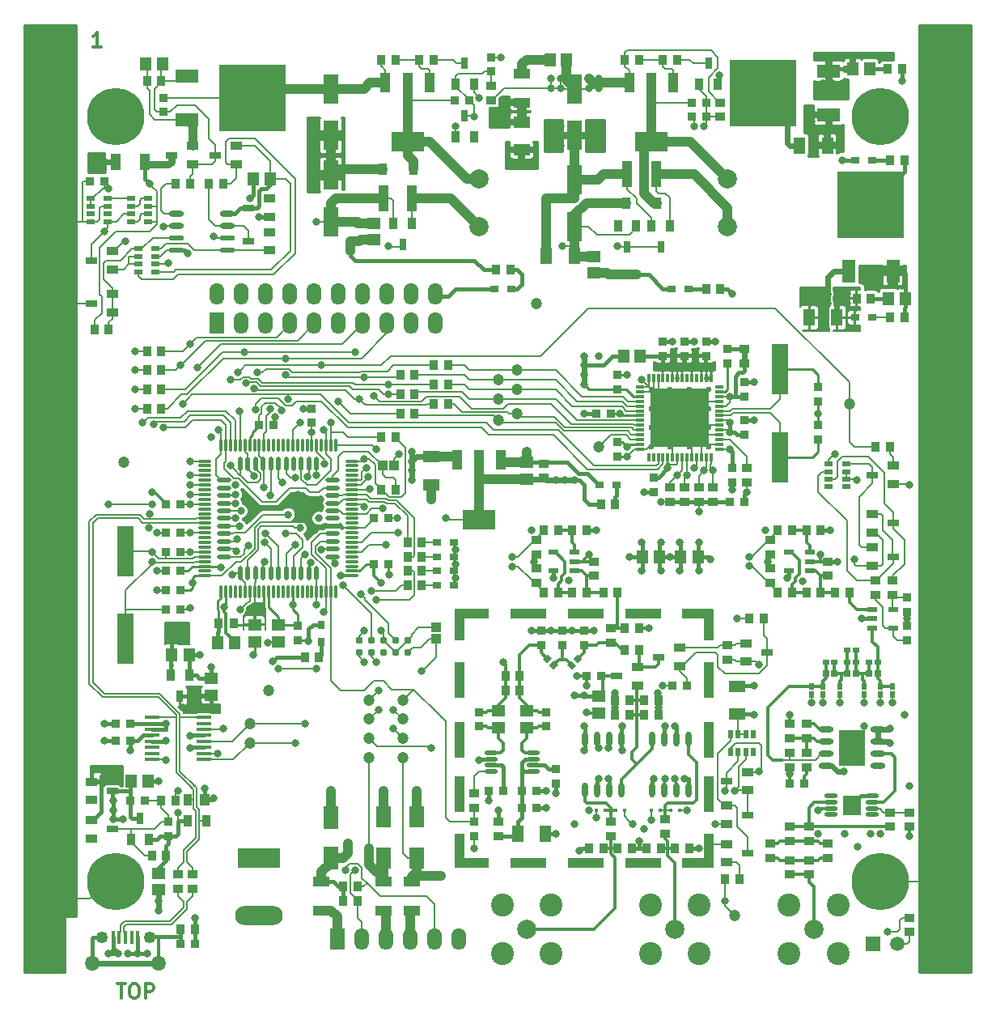
<source format=gtl>
G04 #@! TF.FileFunction,Copper,L1,Top,Signal*
%FSLAX46Y46*%
G04 Gerber Fmt 4.6, Leading zero omitted, Abs format (unit mm)*
G04 Created by KiCad (PCBNEW (after 2015-mar-04 BZR unknown)-product) date Tue 17 Mar 2015 04:43:59 PM EDT*
%MOMM*%
G01*
G04 APERTURE LIST*
%ADD10C,0.100000*%
%ADD11C,0.300000*%
%ADD12C,0.600000*%
%ADD13O,1.450000X0.450000*%
%ADD14C,0.787400*%
%ADD15R,1.000000X1.000000*%
%ADD16O,0.300000X1.500000*%
%ADD17O,1.500000X0.300000*%
%ADD18R,0.300000X0.900000*%
%ADD19R,0.900000X0.300000*%
%ADD20R,6.100000X6.100000*%
%ADD21O,1.550000X0.600000*%
%ADD22R,2.750000X3.800000*%
%ADD23C,1.200000*%
%ADD24R,4.500000X2.000000*%
%ADD25O,5.000000X2.000000*%
%ADD26R,1.300000X0.900000*%
%ADD27R,1.300000X0.800000*%
%ADD28O,1.550000X0.550000*%
%ADD29R,1.000000X0.850000*%
%ADD30R,0.900000X0.950000*%
%ADD31R,3.570000X1.000000*%
%ADD32R,3.800000X1.000000*%
%ADD33R,3.240000X1.000000*%
%ADD34R,1.000000X3.800000*%
%ADD35R,1.000000X3.570000*%
%ADD36R,1.000000X3.240000*%
%ADD37R,1.100000X2.700000*%
%ADD38R,1.800000X5.300000*%
%ADD39R,1.900000X2.150000*%
%ADD40R,1.800000X1.050000*%
%ADD41O,1.550000X0.400000*%
%ADD42C,6.000000*%
%ADD43C,1.000000*%
%ADD44R,1.150000X1.450000*%
%ADD45R,0.950000X0.900000*%
%ADD46R,0.600000X0.650000*%
%ADD47R,0.650000X0.600000*%
%ADD48R,1.800000X1.200000*%
%ADD49R,1.450000X1.150000*%
%ADD50R,1.200000X1.800000*%
%ADD51R,1.600000X3.150000*%
%ADD52R,0.900000X1.200000*%
%ADD53R,0.300000X0.400000*%
%ADD54R,0.900000X1.300000*%
%ADD55R,0.800000X1.300000*%
%ADD56R,1.100000X1.300000*%
%ADD57R,1.450000X1.200000*%
%ADD58R,1.200000X1.450000*%
%ADD59R,0.400000X1.350000*%
%ADD60O,1.550000X1.550000*%
%ADD61O,1.250000X1.250000*%
%ADD62R,0.650000X0.700000*%
%ADD63C,2.000000*%
%ADD64R,1.100000X2.100000*%
%ADD65R,3.500000X2.100000*%
%ADD66R,1.050000X1.800000*%
%ADD67R,1.100000X0.600000*%
%ADD68O,0.600000X1.550000*%
%ADD69C,2.400000*%
%ADD70R,1.524000X2.286000*%
%ADD71O,1.524000X2.286000*%
%ADD72R,0.950000X1.000000*%
%ADD73R,1.500000X2.300000*%
%ADD74R,1.550000X2.400000*%
%ADD75R,0.899160X0.800100*%
%ADD76R,0.950000X0.550000*%
%ADD77R,0.550000X0.950000*%
%ADD78R,0.850000X1.000000*%
%ADD79R,2.450000X1.450000*%
%ADD80R,6.950000X6.950000*%
%ADD81R,1.450000X2.450000*%
%ADD82O,1.500000X0.550000*%
%ADD83O,0.550000X1.500000*%
%ADD84R,1.500000X1.500000*%
%ADD85C,1.500000*%
%ADD86R,0.800100X0.899160*%
%ADD87C,0.800000*%
%ADD88C,0.600000*%
%ADD89C,0.200000*%
%ADD90C,0.400000*%
%ADD91C,0.250000*%
%ADD92C,0.210000*%
%ADD93C,0.350000*%
%ADD94C,1.000000*%
%ADD95C,0.900000*%
%ADD96C,0.800000*%
%ADD97C,0.254000*%
G04 APERTURE END LIST*
D10*
D11*
X85142857Y-125678571D02*
X86000000Y-125678571D01*
X85571429Y-127178571D02*
X85571429Y-125678571D01*
X86785714Y-125678571D02*
X87071428Y-125678571D01*
X87214286Y-125750000D01*
X87357143Y-125892857D01*
X87428571Y-126178571D01*
X87428571Y-126678571D01*
X87357143Y-126964286D01*
X87214286Y-127107143D01*
X87071428Y-127178571D01*
X86785714Y-127178571D01*
X86642857Y-127107143D01*
X86500000Y-126964286D01*
X86428571Y-126678571D01*
X86428571Y-126178571D01*
X86500000Y-125892857D01*
X86642857Y-125750000D01*
X86785714Y-125678571D01*
X88071429Y-127178571D02*
X88071429Y-125678571D01*
X88642857Y-125678571D01*
X88785715Y-125750000D01*
X88857143Y-125821429D01*
X88928572Y-125964286D01*
X88928572Y-126178571D01*
X88857143Y-126321429D01*
X88785715Y-126392857D01*
X88642857Y-126464286D01*
X88071429Y-126464286D01*
X83428572Y-27678571D02*
X82571429Y-27678571D01*
X83000001Y-27678571D02*
X83000001Y-26178571D01*
X82857144Y-26392857D01*
X82714286Y-26535714D01*
X82571429Y-26607143D01*
D12*
X150750000Y-59250000D02*
X150750000Y-60750000D01*
D13*
X124300000Y-101525000D03*
X124300000Y-102175000D03*
X124300000Y-102825000D03*
X124300000Y-103475000D03*
X128700000Y-103475000D03*
X128700000Y-102825000D03*
X128700000Y-102175000D03*
X128700000Y-101525000D03*
D14*
X110460000Y-91020000D03*
X111730000Y-91020000D03*
X113000000Y-91020000D03*
X114270000Y-91020000D03*
X115540000Y-91020000D03*
X115540000Y-89750000D03*
X114270000Y-89750000D03*
X113000000Y-89750000D03*
X111730000Y-89750000D03*
X110460000Y-89750000D03*
D15*
X118500000Y-89600000D03*
X118500000Y-88400000D03*
X112900000Y-71500000D03*
X114100000Y-71500000D03*
D16*
X96000000Y-84700000D03*
X96500000Y-84700000D03*
X97000000Y-84700000D03*
X97500000Y-84700000D03*
X98000000Y-84700000D03*
X98500000Y-84700000D03*
X99000000Y-84700000D03*
X99500000Y-84700000D03*
X100000000Y-84700000D03*
X100500000Y-84700000D03*
X101000000Y-84700000D03*
X101500000Y-84700000D03*
X102000000Y-84700000D03*
X102500000Y-84700000D03*
X103000000Y-84700000D03*
X103500000Y-84700000D03*
X104000000Y-84700000D03*
X104500000Y-84700000D03*
X105000000Y-84700000D03*
X105500000Y-84700000D03*
X106000000Y-84700000D03*
X106500000Y-84700000D03*
X107000000Y-84700000D03*
X107500000Y-84700000D03*
X108000000Y-84700000D03*
D17*
X109700000Y-83000000D03*
X109700000Y-82500000D03*
X109700000Y-82000000D03*
X109700000Y-81500000D03*
X109700000Y-81000000D03*
X109700000Y-80500000D03*
X109700000Y-80000000D03*
X109700000Y-79500000D03*
X109700000Y-79000000D03*
X109700000Y-78500000D03*
X109700000Y-78000000D03*
X109700000Y-77500000D03*
X109700000Y-77000000D03*
X109700000Y-76500000D03*
X109700000Y-76000000D03*
X109700000Y-75500000D03*
X109700000Y-75000000D03*
X109700000Y-74500000D03*
X109700000Y-74000000D03*
X109700000Y-73500000D03*
X109700000Y-73000000D03*
X109700000Y-72500000D03*
X109700000Y-72000000D03*
X109700000Y-71500000D03*
X109700000Y-71000000D03*
D16*
X108000000Y-69300000D03*
X107500000Y-69300000D03*
X107000000Y-69300000D03*
X106500000Y-69300000D03*
X106000000Y-69300000D03*
X105500000Y-69300000D03*
X105000000Y-69300000D03*
X104500000Y-69300000D03*
X104000000Y-69300000D03*
X103500000Y-69300000D03*
X103000000Y-69300000D03*
X102500000Y-69300000D03*
X102000000Y-69300000D03*
X101500000Y-69300000D03*
X101000000Y-69300000D03*
X100500000Y-69300000D03*
X100000000Y-69300000D03*
X99500000Y-69300000D03*
X99000000Y-69300000D03*
X98500000Y-69300000D03*
X98000000Y-69300000D03*
X97500000Y-69300000D03*
X97000000Y-69300000D03*
X96500000Y-69300000D03*
X96000000Y-69300000D03*
D17*
X94300000Y-71000000D03*
X94300000Y-71500000D03*
X94300000Y-72000000D03*
X94300000Y-72500000D03*
X94300000Y-73000000D03*
X94300000Y-73500000D03*
X94300000Y-74000000D03*
X94300000Y-74500000D03*
X94300000Y-75000000D03*
X94300000Y-75500000D03*
X94300000Y-76000000D03*
X94300000Y-76500000D03*
X94300000Y-77000000D03*
X94300000Y-77500000D03*
X94300000Y-78000000D03*
X94300000Y-78500000D03*
X94300000Y-79000000D03*
X94300000Y-79500000D03*
X94300000Y-80000000D03*
X94300000Y-80500000D03*
X94300000Y-81000000D03*
X94300000Y-81500000D03*
X94300000Y-82000000D03*
X94300000Y-82500000D03*
X94300000Y-83000000D03*
D18*
X140750000Y-70650000D03*
X141250000Y-70650000D03*
X141750000Y-70650000D03*
X142250000Y-70650000D03*
X142750000Y-70650000D03*
X143250000Y-70650000D03*
X143750000Y-70650000D03*
X144250000Y-70650000D03*
X144750000Y-70650000D03*
X145250000Y-70650000D03*
X145750000Y-70650000D03*
X146250000Y-70650000D03*
X146750000Y-70650000D03*
X147250000Y-70650000D03*
D19*
X148150000Y-69750000D03*
X148150000Y-69250000D03*
X148150000Y-68750000D03*
X148150000Y-68250000D03*
X148150000Y-67750000D03*
X148150000Y-67250000D03*
X148150000Y-66750000D03*
X148150000Y-66250000D03*
X148150000Y-65750000D03*
X148150000Y-65250000D03*
X148150000Y-64750000D03*
X148150000Y-64250000D03*
X148150000Y-63750000D03*
X148150000Y-63250000D03*
D18*
X147250000Y-62350000D03*
X146750000Y-62350000D03*
X146250000Y-62350000D03*
X145750000Y-62350000D03*
X145250000Y-62350000D03*
X144750000Y-62350000D03*
X144250000Y-62350000D03*
X143750000Y-62350000D03*
X143250000Y-62350000D03*
X142750000Y-62350000D03*
X142250000Y-62350000D03*
X141750000Y-62350000D03*
X141250000Y-62350000D03*
X140750000Y-62350000D03*
D19*
X139850000Y-63250000D03*
X139850000Y-63750000D03*
X139850000Y-64250000D03*
X139850000Y-64750000D03*
X139850000Y-65250000D03*
X139850000Y-65750000D03*
X139850000Y-66250000D03*
X139850000Y-66750000D03*
X139850000Y-67250000D03*
X139850000Y-67750000D03*
X139850000Y-68250000D03*
X139850000Y-68750000D03*
X139850000Y-69250000D03*
X139850000Y-69750000D03*
D20*
X144000000Y-66500000D03*
D21*
X159300000Y-99095000D03*
X159300000Y-100365000D03*
X159300000Y-101635000D03*
X159300000Y-102905000D03*
X164700000Y-102905000D03*
X164700000Y-101635000D03*
X164700000Y-100365000D03*
X164700000Y-99095000D03*
D22*
X162000000Y-101000000D03*
D23*
X85800000Y-71100000D03*
X101000000Y-95000000D03*
D24*
X100000000Y-112500000D03*
D25*
X100000000Y-118500000D03*
D26*
X97600000Y-39950000D03*
X97600000Y-38050000D03*
D27*
X95400000Y-39000000D03*
D21*
X91300000Y-45095000D03*
X91300000Y-46365000D03*
D28*
X91300000Y-47635000D03*
X91300000Y-48905000D03*
X96700000Y-48905000D03*
X96700000Y-47635000D03*
D21*
X96700000Y-46365000D03*
X96700000Y-45095000D03*
D29*
X91500000Y-114250000D03*
X91500000Y-115750000D03*
D30*
X86500000Y-98500000D03*
X85000000Y-98500000D03*
X85000000Y-100250000D03*
X86500000Y-100250000D03*
D26*
X148900000Y-107050000D03*
X148900000Y-108950000D03*
D27*
X151100000Y-108000000D03*
D29*
X150750000Y-59250000D03*
X150750000Y-60750000D03*
D31*
X122250000Y-113035000D03*
D32*
X128135000Y-113035000D03*
X134135000Y-113035000D03*
X140135000Y-113035000D03*
D33*
X145855000Y-113035000D03*
D32*
X140135000Y-86965000D03*
X134135000Y-86965000D03*
D31*
X122250000Y-86965000D03*
D32*
X128135000Y-86965000D03*
D33*
X145855000Y-86965000D03*
D34*
X120965000Y-100135000D03*
X120965000Y-93865000D03*
D35*
X120965000Y-111750000D03*
D34*
X120965000Y-105865000D03*
D36*
X120965000Y-88145000D03*
X147035000Y-88145000D03*
D34*
X147035000Y-105865000D03*
D35*
X147035000Y-111750000D03*
D34*
X147035000Y-100135000D03*
X147035000Y-93865000D03*
D37*
X113000000Y-43500000D03*
X116000000Y-43500000D03*
D38*
X154500000Y-61400000D03*
X154500000Y-70600000D03*
D13*
X164150000Y-107975000D03*
X164150000Y-107325000D03*
X164150000Y-106675000D03*
X164150000Y-106025000D03*
X159850000Y-106025000D03*
X159850000Y-106675000D03*
X159850000Y-107325000D03*
X159850000Y-107975000D03*
D39*
X162000000Y-107000000D03*
D40*
X106500000Y-115000000D03*
X106500000Y-118000000D03*
D41*
X94200000Y-102205000D03*
X94200000Y-101575000D03*
X94200000Y-100945000D03*
X94200000Y-100315000D03*
X94200000Y-99685000D03*
X94200000Y-99055000D03*
X94200000Y-98425000D03*
X94200000Y-97795000D03*
X88800000Y-97795000D03*
X88800000Y-98425000D03*
X88800000Y-99055000D03*
X88800000Y-99685000D03*
X88800000Y-100315000D03*
X88800000Y-100945000D03*
X88800000Y-101575000D03*
X88800000Y-102205000D03*
D38*
X86000000Y-80400000D03*
X86000000Y-89600000D03*
D42*
X85000000Y-35000000D03*
D43*
X87250000Y-35000000D03*
X86125000Y-36949000D03*
X83875000Y-36949000D03*
X82750000Y-35000000D03*
X83875000Y-33051000D03*
X86125000Y-33051000D03*
D42*
X85000000Y-115000000D03*
D43*
X87250000Y-115000000D03*
X86125000Y-116949000D03*
X83875000Y-116949000D03*
X82750000Y-115000000D03*
X83875000Y-113051000D03*
X86125000Y-113051000D03*
D42*
X165000000Y-115000000D03*
D43*
X167250000Y-115000000D03*
X166125000Y-116949000D03*
X163875000Y-116949000D03*
X162750000Y-115000000D03*
X163875000Y-113051000D03*
X166125000Y-113051000D03*
D42*
X165000000Y-35000000D03*
D43*
X167250000Y-35000000D03*
X166125000Y-36949000D03*
X163875000Y-36949000D03*
X162750000Y-35000000D03*
X163875000Y-33051000D03*
X166125000Y-33051000D03*
D26*
X164150000Y-80050000D03*
X164150000Y-81950000D03*
D27*
X166350000Y-81000000D03*
D44*
X88100000Y-29500000D03*
X89900000Y-29500000D03*
D26*
X101100000Y-45450000D03*
X101100000Y-43550000D03*
D27*
X98900000Y-44500000D03*
D26*
X93000000Y-39950000D03*
X93000000Y-38050000D03*
D27*
X90800000Y-39000000D03*
D44*
X101150000Y-41500000D03*
X99350000Y-41500000D03*
D45*
X149000000Y-60750000D03*
X149000000Y-59250000D03*
D44*
X140100000Y-81000000D03*
X141900000Y-81000000D03*
X144100000Y-81000000D03*
X145900000Y-81000000D03*
D46*
X166250000Y-94550000D03*
X166250000Y-95450000D03*
X165000000Y-94550000D03*
X165000000Y-95450000D03*
D47*
X163800000Y-92000000D03*
X164700000Y-92000000D03*
D46*
X163250000Y-94550000D03*
X163250000Y-95450000D03*
D47*
X161550000Y-90750000D03*
X162450000Y-90750000D03*
X161550000Y-92000000D03*
X162450000Y-92000000D03*
D46*
X160750000Y-94550000D03*
X160750000Y-95450000D03*
D47*
X159300000Y-92000000D03*
X160200000Y-92000000D03*
D46*
X159000000Y-94550000D03*
X159000000Y-95450000D03*
X157750000Y-94550000D03*
X157750000Y-95450000D03*
D48*
X150000000Y-94550000D03*
X150000000Y-97450000D03*
D49*
X135500000Y-95600000D03*
X135500000Y-97400000D03*
D45*
X134000000Y-90250000D03*
X134000000Y-88750000D03*
X131750000Y-90250000D03*
X131750000Y-88750000D03*
X129500000Y-90250000D03*
X129500000Y-88750000D03*
D49*
X128000000Y-98900000D03*
X128000000Y-97100000D03*
X125000000Y-98900000D03*
X125000000Y-97100000D03*
D50*
X127050000Y-110000000D03*
X129950000Y-110000000D03*
D45*
X131000000Y-104750000D03*
X131000000Y-103250000D03*
D30*
X125500000Y-105500000D03*
X124000000Y-105500000D03*
D44*
X86600000Y-104500000D03*
X88400000Y-104500000D03*
D51*
X133000000Y-32050000D03*
X133000000Y-36950000D03*
X107500000Y-32050000D03*
X107500000Y-36950000D03*
X133000000Y-41550000D03*
X133000000Y-46450000D03*
X107500000Y-46000000D03*
X107500000Y-41100000D03*
D50*
X130050000Y-49550000D03*
X132950000Y-49550000D03*
X157550000Y-56000000D03*
X160450000Y-56000000D03*
X156550000Y-38000000D03*
X159450000Y-38000000D03*
D48*
X118000000Y-70550000D03*
X118000000Y-73450000D03*
D49*
X95000000Y-95500000D03*
X95000000Y-93700000D03*
D48*
X127450000Y-35550000D03*
X127450000Y-38450000D03*
D49*
X128000000Y-72900000D03*
X128000000Y-71100000D03*
D44*
X90850000Y-91250000D03*
X92650000Y-91250000D03*
X167650000Y-54000000D03*
X165850000Y-54000000D03*
X162100000Y-30000000D03*
X163900000Y-30000000D03*
D26*
X101100000Y-48950000D03*
X101100000Y-47050000D03*
D27*
X98900000Y-48000000D03*
D52*
X141600000Y-44000000D03*
X138400000Y-44000000D03*
X116100000Y-40500000D03*
X112900000Y-40500000D03*
D53*
X135300000Y-107500000D03*
X136200000Y-107500000D03*
X137300000Y-107500000D03*
X138200000Y-107500000D03*
X141050000Y-107500000D03*
X141950000Y-107500000D03*
X143050000Y-107500000D03*
X143950000Y-107500000D03*
D54*
X139450000Y-46400000D03*
X137550000Y-46400000D03*
D55*
X138500000Y-48600000D03*
D56*
X94250000Y-106400000D03*
D54*
X92550000Y-106400000D03*
X92550000Y-108600000D03*
X94450000Y-108600000D03*
X120550000Y-37100000D03*
X122450000Y-37100000D03*
D55*
X121500000Y-34900000D03*
D57*
X89500000Y-115850000D03*
X89500000Y-114150000D03*
D58*
X138150000Y-60000000D03*
X139850000Y-60000000D03*
D59*
X84700000Y-120800000D03*
X85350000Y-120800000D03*
X86000000Y-120800000D03*
X86650000Y-120800000D03*
X87300000Y-120800000D03*
D60*
X82500000Y-123500000D03*
X89500000Y-123500000D03*
D61*
X83500000Y-120800000D03*
X88500000Y-120800000D03*
D62*
X163800000Y-93250000D03*
X164700000Y-93250000D03*
X161550000Y-93250000D03*
X162450000Y-93250000D03*
X159300000Y-93250000D03*
X160200000Y-93250000D03*
D10*
G36*
X132699480Y-92795495D02*
X132204505Y-92300520D01*
X132664124Y-91840901D01*
X133159099Y-92335876D01*
X132699480Y-92795495D01*
X132699480Y-92795495D01*
G37*
G36*
X133335876Y-92159099D02*
X132840901Y-91664124D01*
X133300520Y-91204505D01*
X133795495Y-91699480D01*
X133335876Y-92159099D01*
X133335876Y-92159099D01*
G37*
G36*
X129654505Y-91699480D02*
X130149480Y-91204505D01*
X130609099Y-91664124D01*
X130114124Y-92159099D01*
X129654505Y-91699480D01*
X129654505Y-91699480D01*
G37*
G36*
X130290901Y-92335876D02*
X130785876Y-91840901D01*
X131245495Y-92300520D01*
X130750520Y-92795495D01*
X130290901Y-92335876D01*
X130290901Y-92335876D01*
G37*
D63*
X149000000Y-46500000D03*
X149000000Y-41500000D03*
X123000000Y-46500000D03*
X123000000Y-41500000D03*
D26*
X166350000Y-73400000D03*
X166350000Y-71500000D03*
D27*
X164150000Y-72450000D03*
D26*
X164150000Y-76550000D03*
X164150000Y-78450000D03*
D27*
X166350000Y-77500000D03*
D26*
X148900000Y-111050000D03*
X148900000Y-112950000D03*
D27*
X151100000Y-112000000D03*
D26*
X151100000Y-105450000D03*
X151100000Y-103550000D03*
D27*
X148900000Y-104500000D03*
D26*
X150900000Y-90050000D03*
X150900000Y-91950000D03*
D27*
X153100000Y-91000000D03*
D26*
X139600000Y-94450000D03*
X139600000Y-92550000D03*
D27*
X137400000Y-93500000D03*
D26*
X144000000Y-92450000D03*
X144000000Y-90550000D03*
D27*
X141800000Y-91500000D03*
D54*
X146050000Y-31600000D03*
X147950000Y-31600000D03*
D55*
X147000000Y-29400000D03*
D26*
X84600000Y-50950000D03*
X84600000Y-49050000D03*
D27*
X82400000Y-50000000D03*
D54*
X142950000Y-46400000D03*
X141050000Y-46400000D03*
D55*
X142000000Y-48600000D03*
D54*
X120550000Y-31600000D03*
X122450000Y-31600000D03*
D55*
X121500000Y-29400000D03*
D64*
X143300000Y-31400000D03*
X141000000Y-31400000D03*
X138700000Y-31400000D03*
D65*
X141000000Y-37600000D03*
D64*
X117800000Y-31400000D03*
X115500000Y-31400000D03*
X113200000Y-31400000D03*
D65*
X115500000Y-37600000D03*
D54*
X115950000Y-46150000D03*
X114050000Y-46150000D03*
D55*
X115000000Y-48350000D03*
D66*
X85000000Y-39750000D03*
X88000000Y-39750000D03*
D29*
X155500000Y-110750000D03*
X155500000Y-109250000D03*
X157500000Y-110750000D03*
X157500000Y-109250000D03*
X153500000Y-112500000D03*
X153500000Y-111000000D03*
X159500000Y-112500000D03*
X159500000Y-111000000D03*
X157500000Y-114250000D03*
X157500000Y-112750000D03*
X155500000Y-114250000D03*
X155500000Y-112750000D03*
D37*
X138500000Y-41000000D03*
X141500000Y-41000000D03*
D40*
X127500000Y-30500000D03*
X127500000Y-33500000D03*
D23*
X135500000Y-69500000D03*
X99000000Y-100500000D03*
X99000000Y-98500000D03*
D26*
X84600000Y-55450000D03*
X84600000Y-53550000D03*
D27*
X82400000Y-54500000D03*
D67*
X133000000Y-82450000D03*
X133000000Y-80550000D03*
X133000000Y-81500000D03*
X130800000Y-80550000D03*
X130800000Y-82450000D03*
X157600000Y-82450000D03*
X157600000Y-80550000D03*
X157600000Y-81500000D03*
X155400000Y-80550000D03*
X155400000Y-82450000D03*
X164150000Y-86550000D03*
X164150000Y-88450000D03*
X164150000Y-87500000D03*
X166350000Y-88450000D03*
X166350000Y-86550000D03*
D68*
X137905000Y-100050000D03*
X136635000Y-100050000D03*
X135365000Y-100050000D03*
X134095000Y-100050000D03*
X134095000Y-105450000D03*
X135365000Y-105450000D03*
X136635000Y-105450000D03*
X137905000Y-105450000D03*
X141095000Y-105450000D03*
X142365000Y-105450000D03*
X143635000Y-105450000D03*
X144905000Y-105450000D03*
X144905000Y-100050000D03*
X143635000Y-100050000D03*
X142365000Y-100050000D03*
X141095000Y-100050000D03*
D64*
X125300000Y-70900000D03*
X123000000Y-70900000D03*
X120700000Y-70900000D03*
D65*
X123000000Y-77100000D03*
D54*
X92650000Y-93400000D03*
X90750000Y-93400000D03*
D55*
X91700000Y-95600000D03*
D49*
X99500000Y-88100000D03*
X99500000Y-89900000D03*
D45*
X104000000Y-88250000D03*
X104000000Y-89750000D03*
D30*
X91750000Y-84500000D03*
X90250000Y-84500000D03*
X91750000Y-75500000D03*
X90250000Y-75500000D03*
D45*
X105500000Y-67000000D03*
X105500000Y-65500000D03*
D30*
X112000000Y-77000000D03*
X113500000Y-77000000D03*
D49*
X102000000Y-88100000D03*
X102000000Y-89900000D03*
D30*
X91750000Y-82500000D03*
X90250000Y-82500000D03*
X112000000Y-81750000D03*
X113500000Y-81750000D03*
X91750000Y-78500000D03*
X90250000Y-78500000D03*
X100000000Y-67250000D03*
X101500000Y-67250000D03*
D44*
X95600000Y-90000000D03*
X97400000Y-90000000D03*
D63*
X128000000Y-120000000D03*
D69*
X125450000Y-117450000D03*
X130550000Y-117450000D03*
X125450000Y-122550000D03*
X130550000Y-122550000D03*
D63*
X143500000Y-120000000D03*
D69*
X140950000Y-117450000D03*
X146050000Y-117450000D03*
X140950000Y-122550000D03*
X146050000Y-122550000D03*
D63*
X158000000Y-120000000D03*
D69*
X155450000Y-117450000D03*
X160550000Y-117450000D03*
X155450000Y-122550000D03*
X160550000Y-122550000D03*
D70*
X95570000Y-56524000D03*
D71*
X98110000Y-56524000D03*
X100650000Y-56524000D03*
X103190000Y-56524000D03*
X105730000Y-56524000D03*
X108270000Y-56524000D03*
X110810000Y-56524000D03*
X113350000Y-56524000D03*
X115890000Y-56524000D03*
X118430000Y-56524000D03*
X95570000Y-53476000D03*
X98110000Y-53476000D03*
X100650000Y-53476000D03*
X103190000Y-53476000D03*
X105730000Y-53476000D03*
X108270000Y-53476000D03*
X110810000Y-53476000D03*
X113350000Y-53476000D03*
X115890000Y-53476000D03*
X118430000Y-53476000D03*
D72*
X97300000Y-88000000D03*
X95700000Y-88000000D03*
D23*
X111500000Y-96000000D03*
D70*
X108150000Y-121000000D03*
D71*
X110690000Y-121000000D03*
X113230000Y-121000000D03*
X115770000Y-121000000D03*
X118310000Y-121000000D03*
X120850000Y-121000000D03*
D73*
X113000000Y-112500000D03*
X113000000Y-108200000D03*
X116500000Y-108200000D03*
X116500000Y-112500000D03*
D74*
X107500000Y-112500000D03*
X107500000Y-108300000D03*
D40*
X113000000Y-115000000D03*
X113000000Y-118000000D03*
X116000000Y-115000000D03*
X116000000Y-118000000D03*
D23*
X111500000Y-102000000D03*
X111500000Y-100000000D03*
X115000000Y-102000000D03*
X115000000Y-100000000D03*
X111500000Y-98000000D03*
X115000000Y-98000000D03*
X127000000Y-66000000D03*
X125000000Y-64500000D03*
X127000000Y-63500000D03*
X127000000Y-61500000D03*
X125000000Y-66750000D03*
X125000000Y-62500000D03*
X129000000Y-54500000D03*
X115000000Y-96000000D03*
D75*
X162350840Y-56000000D03*
X164149160Y-56000000D03*
D76*
X88400000Y-45950000D03*
X88400000Y-45150000D03*
X88400000Y-44350000D03*
X88400000Y-43550000D03*
X86600000Y-43550000D03*
X86600000Y-44350000D03*
X86600000Y-45150000D03*
X86600000Y-45950000D03*
X84150000Y-45950000D03*
X84150000Y-45150000D03*
X84150000Y-44350000D03*
X84150000Y-43550000D03*
X82350000Y-43550000D03*
X82350000Y-44350000D03*
X82350000Y-45150000D03*
X82350000Y-45950000D03*
X87350000Y-48800000D03*
X87350000Y-49600000D03*
X87350000Y-50400000D03*
X87350000Y-51200000D03*
X89150000Y-51200000D03*
X89150000Y-50400000D03*
X89150000Y-49600000D03*
X89150000Y-48800000D03*
X159600000Y-71300000D03*
X159600000Y-72100000D03*
X159600000Y-72900000D03*
X159600000Y-73700000D03*
X161400000Y-73700000D03*
X161400000Y-72900000D03*
X161400000Y-72100000D03*
X161400000Y-71300000D03*
D77*
X149300000Y-101400000D03*
X150100000Y-101400000D03*
X150900000Y-101400000D03*
X151700000Y-101400000D03*
X151700000Y-99600000D03*
X150900000Y-99600000D03*
X150100000Y-99600000D03*
X149300000Y-99600000D03*
D45*
X141250000Y-72750000D03*
X141250000Y-74250000D03*
D30*
X149250000Y-75250000D03*
X150750000Y-75250000D03*
D45*
X149500000Y-71750000D03*
X149500000Y-73250000D03*
X150750000Y-64250000D03*
X150750000Y-62750000D03*
X137500000Y-69000000D03*
X137500000Y-70500000D03*
D30*
X136750000Y-66000000D03*
X135250000Y-66000000D03*
D45*
X150750000Y-68250000D03*
X150750000Y-66750000D03*
X142250000Y-60000000D03*
X142250000Y-58500000D03*
X144500000Y-60000000D03*
X144500000Y-58500000D03*
X146750000Y-60000000D03*
X146750000Y-58500000D03*
X137500000Y-63500000D03*
X137500000Y-62000000D03*
D30*
X91750000Y-121500000D03*
X93250000Y-121500000D03*
X144750000Y-94500000D03*
X143250000Y-94500000D03*
D45*
X130000000Y-98750000D03*
X130000000Y-97250000D03*
X123000000Y-98750000D03*
X123000000Y-97250000D03*
D30*
X127500000Y-105500000D03*
X129000000Y-105500000D03*
X127500000Y-107250000D03*
X129000000Y-107250000D03*
D45*
X90000000Y-33000000D03*
X90000000Y-34500000D03*
D30*
X83750000Y-41750000D03*
X82250000Y-41750000D03*
X146750000Y-35000000D03*
X145250000Y-35000000D03*
D45*
X124250000Y-30250000D03*
X124250000Y-28750000D03*
X90500000Y-108750000D03*
X90500000Y-110250000D03*
D30*
X86500000Y-106500000D03*
X88000000Y-106500000D03*
D26*
X82400000Y-108550000D03*
X82400000Y-110450000D03*
D27*
X84600000Y-109500000D03*
D26*
X82400000Y-104550000D03*
X82400000Y-106450000D03*
D27*
X84600000Y-105500000D03*
D54*
X86550000Y-110600000D03*
X88450000Y-110600000D03*
D55*
X87500000Y-108400000D03*
D29*
X93000000Y-114250000D03*
X93000000Y-115750000D03*
D78*
X91750000Y-120000000D03*
X93250000Y-120000000D03*
X89750000Y-106500000D03*
X91250000Y-106500000D03*
X90250000Y-112250000D03*
X88750000Y-112250000D03*
D30*
X91750000Y-80500000D03*
X90250000Y-80500000D03*
X91750000Y-86500000D03*
X90250000Y-86500000D03*
D45*
X158500000Y-63250000D03*
X158500000Y-64750000D03*
X158500000Y-68750000D03*
X158500000Y-67250000D03*
D78*
X82750000Y-57250000D03*
X84250000Y-57250000D03*
X96250000Y-42000000D03*
X94750000Y-42000000D03*
X92750000Y-42000000D03*
X91250000Y-42000000D03*
X89750000Y-31250000D03*
X88250000Y-31250000D03*
D29*
X124250000Y-33250000D03*
X124250000Y-31750000D03*
D78*
X112750000Y-29000000D03*
X114250000Y-29000000D03*
X116750000Y-29000000D03*
X118250000Y-29000000D03*
X138250000Y-29000000D03*
X139750000Y-29000000D03*
X142250000Y-29000000D03*
X143750000Y-29000000D03*
D30*
X145250000Y-33500000D03*
X146750000Y-33500000D03*
D78*
X88250000Y-59500000D03*
X89750000Y-59500000D03*
X88250000Y-65500000D03*
X89750000Y-65500000D03*
X88250000Y-61500000D03*
X89750000Y-61500000D03*
X89750000Y-63500000D03*
X88250000Y-63500000D03*
D30*
X120450000Y-33250000D03*
X121950000Y-33250000D03*
D29*
X148250000Y-33500000D03*
X148250000Y-35000000D03*
D78*
X165750000Y-30000000D03*
X167250000Y-30000000D03*
X164000000Y-54000000D03*
X162500000Y-54000000D03*
X167500000Y-56000000D03*
X166000000Y-56000000D03*
D29*
X151000000Y-71750000D03*
X151000000Y-73250000D03*
X143000000Y-75250000D03*
X143000000Y-73750000D03*
X144500000Y-75250000D03*
X144500000Y-73750000D03*
X146000000Y-75250000D03*
X146000000Y-73750000D03*
X147500000Y-75250000D03*
X147500000Y-73750000D03*
X135000000Y-83000000D03*
X135000000Y-81500000D03*
X159500000Y-83000000D03*
X159500000Y-81500000D03*
D78*
X131250000Y-84750000D03*
X129750000Y-84750000D03*
X131250000Y-78250000D03*
X129750000Y-78250000D03*
X155750000Y-84750000D03*
X154250000Y-84750000D03*
X155750000Y-78250000D03*
X154250000Y-78250000D03*
X134250000Y-84750000D03*
X132750000Y-84750000D03*
X134250000Y-78250000D03*
X132750000Y-78250000D03*
X158750000Y-84750000D03*
X157250000Y-84750000D03*
X158750000Y-78250000D03*
X157250000Y-78250000D03*
X137500000Y-84750000D03*
X136000000Y-84750000D03*
X161750000Y-84750000D03*
X160250000Y-84750000D03*
D29*
X129000000Y-82250000D03*
X129000000Y-83750000D03*
X153500000Y-82250000D03*
X153500000Y-83750000D03*
X129000000Y-80750000D03*
X129000000Y-79250000D03*
X153500000Y-80750000D03*
X153500000Y-79250000D03*
D78*
X164500000Y-69500000D03*
X166000000Y-69500000D03*
D29*
X164500000Y-85000000D03*
X164500000Y-83500000D03*
X166250000Y-85000000D03*
X166250000Y-83500000D03*
D45*
X167750000Y-89750000D03*
X167750000Y-88250000D03*
X167750000Y-85250000D03*
X167750000Y-86750000D03*
D78*
X151250000Y-87500000D03*
X152750000Y-87500000D03*
D29*
X149000000Y-90250000D03*
X149000000Y-91750000D03*
D78*
X138750000Y-96000000D03*
X137250000Y-96000000D03*
X140250000Y-96000000D03*
X141750000Y-96000000D03*
X138750000Y-97500000D03*
X137250000Y-97500000D03*
X140250000Y-97500000D03*
X141750000Y-97500000D03*
D30*
X135750000Y-93500000D03*
X134250000Y-93500000D03*
D78*
X138250000Y-88500000D03*
X139750000Y-88500000D03*
D29*
X136750000Y-90000000D03*
X136750000Y-88500000D03*
D78*
X138250000Y-90750000D03*
X139750000Y-90750000D03*
X127250000Y-93500000D03*
X125750000Y-93500000D03*
X127250000Y-95000000D03*
X125750000Y-95000000D03*
D45*
X122500000Y-108750000D03*
X122500000Y-110250000D03*
D29*
X122500000Y-107250000D03*
X122500000Y-105750000D03*
X125000000Y-108750000D03*
X125000000Y-110250000D03*
D78*
X108750000Y-115500000D03*
X110250000Y-115500000D03*
X108750000Y-117000000D03*
X110250000Y-117000000D03*
D29*
X166000000Y-109250000D03*
X166000000Y-107750000D03*
X168000000Y-107750000D03*
X168000000Y-109250000D03*
D30*
X157000000Y-104750000D03*
X155500000Y-104750000D03*
D29*
X157250000Y-101500000D03*
X157250000Y-103000000D03*
X155500000Y-100000000D03*
X155500000Y-98500000D03*
X155500000Y-101500000D03*
X155500000Y-103000000D03*
X157250000Y-98500000D03*
X157250000Y-100000000D03*
D78*
X136000000Y-111500000D03*
X134500000Y-111500000D03*
X137500000Y-111500000D03*
X139000000Y-111500000D03*
X142000000Y-111500000D03*
X140500000Y-111500000D03*
X143500000Y-111500000D03*
X145000000Y-111500000D03*
D29*
X136750000Y-108750000D03*
X136750000Y-110250000D03*
X142500000Y-108500000D03*
X142500000Y-110000000D03*
D78*
X148750000Y-114750000D03*
X150250000Y-114750000D03*
D75*
X120399160Y-79500000D03*
X118600840Y-79500000D03*
X120399160Y-81000000D03*
X118600840Y-81000000D03*
X120399160Y-82500000D03*
X118600840Y-82500000D03*
X120399160Y-84000000D03*
X118600840Y-84000000D03*
D78*
X115500000Y-79500000D03*
X117000000Y-79500000D03*
X115500000Y-81000000D03*
X117000000Y-81000000D03*
X115500000Y-82500000D03*
X117000000Y-82500000D03*
X115500000Y-84000000D03*
X117000000Y-84000000D03*
X114750000Y-66000000D03*
X116250000Y-66000000D03*
X114750000Y-62000000D03*
X116250000Y-62000000D03*
X118250000Y-65000000D03*
X119750000Y-65000000D03*
X114750000Y-64000000D03*
X116250000Y-64000000D03*
X118250000Y-63000000D03*
X119750000Y-63000000D03*
X119750000Y-61000000D03*
X118250000Y-61000000D03*
D79*
X159600000Y-34800000D03*
X159600000Y-30200000D03*
D80*
X152700000Y-32500000D03*
D79*
X92400000Y-30700000D03*
X92400000Y-35300000D03*
D80*
X99300000Y-33000000D03*
D81*
X161700000Y-51100000D03*
X166300000Y-51100000D03*
D80*
X164000000Y-44200000D03*
D23*
X149750000Y-118500000D03*
X161750000Y-65000000D03*
D82*
X96300000Y-73000000D03*
X96300000Y-73800000D03*
X96300000Y-74600000D03*
X96300000Y-75400000D03*
X96300000Y-76200000D03*
X96300000Y-77000000D03*
X96300000Y-77800000D03*
X96300000Y-78600000D03*
X96300000Y-79400000D03*
X96300000Y-80200000D03*
X96300000Y-81000000D03*
D83*
X98000000Y-82700000D03*
X98800000Y-82700000D03*
X99600000Y-82700000D03*
X100400000Y-82700000D03*
X101200000Y-82700000D03*
X102000000Y-82700000D03*
X102800000Y-82700000D03*
X103600000Y-82700000D03*
X104400000Y-82700000D03*
X105200000Y-82700000D03*
X106000000Y-82700000D03*
D82*
X107700000Y-81000000D03*
X107700000Y-80200000D03*
X107700000Y-79400000D03*
X107700000Y-78600000D03*
X107700000Y-77800000D03*
X107700000Y-77000000D03*
X107700000Y-76200000D03*
X107700000Y-75400000D03*
X107700000Y-74600000D03*
X107700000Y-73800000D03*
X107700000Y-73000000D03*
D83*
X106000000Y-71300000D03*
X105200000Y-71300000D03*
X104400000Y-71300000D03*
X103600000Y-71300000D03*
X102800000Y-71300000D03*
X102000000Y-71300000D03*
X101200000Y-71300000D03*
X100400000Y-71300000D03*
X99600000Y-71300000D03*
X98800000Y-71300000D03*
X98000000Y-71300000D03*
D78*
X112750000Y-74000000D03*
X114250000Y-74000000D03*
X114250000Y-68500000D03*
X112750000Y-68500000D03*
D57*
X135000000Y-51350000D03*
X135000000Y-49650000D03*
X112000000Y-47850000D03*
X112000000Y-46150000D03*
D58*
X130400000Y-29000000D03*
X132100000Y-29000000D03*
D84*
X164230000Y-121500000D03*
D85*
X166770000Y-121500000D03*
D29*
X168000000Y-118750000D03*
X168000000Y-120250000D03*
D75*
X162350840Y-39500000D03*
X164149160Y-39500000D03*
D78*
X167500000Y-39500000D03*
X166000000Y-39500000D03*
D75*
X143100840Y-53000000D03*
X144899160Y-53000000D03*
D78*
X148250000Y-53000000D03*
X146750000Y-53000000D03*
D75*
X124600840Y-53000000D03*
X126399160Y-53000000D03*
D78*
X124750000Y-51000000D03*
X126250000Y-51000000D03*
D75*
X135600840Y-73500000D03*
X137399160Y-73500000D03*
D78*
X135750000Y-75500000D03*
X137250000Y-75500000D03*
D86*
X106500000Y-88100840D03*
X106500000Y-89899160D03*
D78*
X104750000Y-91500000D03*
X106250000Y-91500000D03*
D29*
X129750000Y-71250000D03*
X129750000Y-72750000D03*
D87*
X135500000Y-60000000D03*
X149500000Y-53500000D03*
X161500000Y-54500000D03*
X161500000Y-53500000D03*
X160500000Y-53500000D03*
X160500000Y-54500000D03*
X100902020Y-90000000D03*
X105152020Y-89793483D03*
X100526709Y-81526709D03*
X98067196Y-76215496D03*
X114619729Y-70296378D03*
X99347980Y-91249996D03*
X101683510Y-66398614D03*
X88750000Y-74250000D03*
X112750000Y-88750000D03*
X111000000Y-88750000D03*
X92750000Y-80495970D03*
X104648321Y-65501024D03*
X92774113Y-86393960D03*
X99481245Y-72593433D03*
X97539171Y-73483791D03*
X108500000Y-83000000D03*
X120500000Y-83250000D03*
X120500000Y-81750000D03*
X120500000Y-80250000D03*
X153000000Y-78272998D03*
X128500000Y-78272998D03*
X146000000Y-111500000D03*
X139750000Y-110750000D03*
X133500000Y-111750000D03*
X135250000Y-78250000D03*
X159750000Y-78250000D03*
X149500000Y-74000000D03*
X155500000Y-103750000D03*
X155500000Y-97500000D03*
X168000000Y-110250000D03*
X122500000Y-111500000D03*
X125500000Y-92000000D03*
X140750000Y-88500000D03*
X134250000Y-94500000D03*
X133250000Y-93500000D03*
X141721924Y-95292114D03*
X141750000Y-96750000D03*
X137250000Y-95250000D03*
X137250000Y-96750000D03*
X167750000Y-87500000D03*
X140250000Y-74250000D03*
X151000000Y-74250000D03*
X167250000Y-31250000D03*
X87000000Y-63500000D03*
X158500000Y-66000000D03*
X89250000Y-78500000D03*
X89250000Y-82500000D03*
X89250000Y-84500000D03*
X93750000Y-91250000D03*
X95000000Y-92500000D03*
X92750000Y-99750000D03*
X90250000Y-100250000D03*
X83750000Y-100250000D03*
X83750000Y-98500000D03*
X91500000Y-105500000D03*
X89500000Y-104500000D03*
X93250000Y-118750000D03*
X162500000Y-73000000D03*
X168000000Y-73500000D03*
X86000000Y-48000000D03*
X116500000Y-105500000D03*
X116500000Y-106500000D03*
X113000000Y-105500000D03*
X113000000Y-106500000D03*
X107500000Y-105500000D03*
X107500000Y-106500000D03*
X158500000Y-110000000D03*
X161250000Y-110000000D03*
X134250000Y-97250000D03*
X159000000Y-36500000D03*
X157750000Y-36500000D03*
X157750000Y-35500000D03*
X157750000Y-34500000D03*
X135500000Y-36000000D03*
X135500000Y-37000000D03*
X135500000Y-38000000D03*
X134500000Y-38000000D03*
X134500000Y-36000000D03*
X134500000Y-37000000D03*
X130500000Y-36000000D03*
X130500000Y-37000000D03*
X130500000Y-38000000D03*
X131500000Y-38000000D03*
X131500000Y-36000000D03*
X131500000Y-37000000D03*
X126500000Y-39750000D03*
X128500000Y-39750000D03*
X127500000Y-39750000D03*
X120500000Y-36000000D03*
X133000000Y-43500000D03*
X132000000Y-43500000D03*
X131000000Y-43500000D03*
X130000000Y-43500000D03*
X130000000Y-44500000D03*
X130000000Y-45500000D03*
X130000000Y-46500000D03*
X130000000Y-47500000D03*
X78000000Y-123000000D03*
X78000000Y-113000000D03*
X78000000Y-103000000D03*
X78000000Y-93000000D03*
X78000000Y-83000000D03*
X78000000Y-73000000D03*
X78000000Y-63000000D03*
X78000000Y-53000000D03*
X78000000Y-43000000D03*
X78000000Y-34000000D03*
X172000000Y-123000000D03*
X172000000Y-113000000D03*
X172000000Y-103000000D03*
X172000000Y-93000000D03*
X172000000Y-83000000D03*
X172000000Y-73000000D03*
X172000000Y-63000000D03*
X172000000Y-53000000D03*
X172000000Y-43000000D03*
X172000000Y-33000000D03*
X87250000Y-122500000D03*
X86250000Y-122500000D03*
X88250000Y-122500000D03*
X128500000Y-88750000D03*
X130500000Y-88750000D03*
X132750000Y-88750000D03*
X135000000Y-88750000D03*
X123000000Y-102250000D03*
X131000000Y-110000000D03*
X131000000Y-105750000D03*
X124000000Y-106500000D03*
X136500000Y-104250000D03*
X135500000Y-104250000D03*
X134000000Y-98750000D03*
X138000000Y-98750000D03*
X142500000Y-98750000D03*
X143500000Y-98750000D03*
X144500000Y-104250000D03*
X141250000Y-104250000D03*
X134000000Y-101250000D03*
X138000000Y-101250000D03*
X123250000Y-87000000D03*
X121000000Y-87000000D03*
X121000000Y-89000000D03*
X128000000Y-87000000D03*
X134250000Y-87000000D03*
X140000000Y-87000000D03*
X147000000Y-87000000D03*
X145000000Y-87000000D03*
X147000000Y-89000000D03*
X147000000Y-94000000D03*
X147000000Y-100250000D03*
X147000000Y-107250000D03*
X147000000Y-113000000D03*
X147000000Y-110750000D03*
X145000000Y-113000000D03*
X140250000Y-113000000D03*
X134250000Y-113000000D03*
X128250000Y-113000000D03*
X121000000Y-113000000D03*
X123250000Y-113000000D03*
X121000000Y-110750000D03*
X121000000Y-105750000D03*
X121000000Y-100250000D03*
X121000000Y-94000000D03*
X132365088Y-83444441D03*
X156848130Y-83537967D03*
X142000000Y-79500000D03*
X142000000Y-82500000D03*
X143000000Y-81000000D03*
X144000000Y-79500000D03*
X144000000Y-82500000D03*
X157750000Y-96250000D03*
X159000000Y-96250000D03*
X160750000Y-96250000D03*
X163250000Y-96250000D03*
X165000000Y-96250000D03*
X166250000Y-96250000D03*
X163000000Y-87500000D03*
X140000000Y-62500000D03*
X118000000Y-75000000D03*
X128000000Y-70000000D03*
X151750000Y-97500000D03*
X134500000Y-107500000D03*
X106000000Y-41000000D03*
X106000000Y-40000000D03*
X106000000Y-39000000D03*
X106000000Y-38000000D03*
X106000000Y-37000000D03*
X106000000Y-36000000D03*
X106000000Y-42000000D03*
X96347980Y-86250000D03*
X151750000Y-62750000D03*
X151750000Y-66750000D03*
X143250000Y-58500000D03*
X145500000Y-58500000D03*
X147750000Y-58500000D03*
X134000000Y-66000000D03*
X138500000Y-70500000D03*
X138500000Y-62000000D03*
X167500000Y-97500000D03*
X163250000Y-98750000D03*
X130000000Y-105500000D03*
X130000000Y-107250000D03*
X92500000Y-49250000D03*
X95250000Y-106250000D03*
X94250000Y-105250000D03*
X150000000Y-87500000D03*
X125250000Y-28750000D03*
D88*
X164000000Y-44250000D03*
X164000000Y-43250000D03*
X164000000Y-42250000D03*
X164000000Y-41250000D03*
X164000000Y-45250000D03*
X164000000Y-46250000D03*
X164000000Y-47250000D03*
X163000000Y-44250000D03*
X162000000Y-44250000D03*
X161000000Y-44250000D03*
X165000000Y-44250000D03*
X166000000Y-44250000D03*
X167000000Y-44250000D03*
X161500000Y-100500000D03*
X162500000Y-100500000D03*
X161500000Y-101500000D03*
X162500000Y-101500000D03*
X161500000Y-99500000D03*
X162500000Y-99500000D03*
X161500000Y-102500000D03*
X162500000Y-102500000D03*
D87*
X164000000Y-110000000D03*
X165000000Y-110000000D03*
D88*
X141000000Y-63500000D03*
X143000000Y-63500000D03*
X145000000Y-63500000D03*
X147000000Y-63500000D03*
X141000000Y-65500000D03*
X143000000Y-65500000D03*
X145000000Y-65500000D03*
X147000000Y-65500000D03*
X141000000Y-67500000D03*
X143000000Y-67500000D03*
X145000000Y-67500000D03*
X147000000Y-67500000D03*
X141000000Y-69500000D03*
X143000000Y-69500000D03*
X145000000Y-69500000D03*
X147000000Y-69500000D03*
D87*
X105055199Y-72616871D03*
X114445979Y-77000000D03*
X111410160Y-72612793D03*
X107907333Y-81723278D03*
X113597980Y-82886033D03*
X148162848Y-30662848D03*
X99000000Y-43500000D03*
X135500000Y-31000000D03*
X135500000Y-32000000D03*
X134500000Y-31000000D03*
X134500000Y-32000000D03*
X131500000Y-31000000D03*
X130500000Y-31000000D03*
X130500000Y-32000000D03*
X131500000Y-32000000D03*
D88*
X99250000Y-33000000D03*
X99250000Y-32000000D03*
X99250000Y-31000000D03*
X99250000Y-30000000D03*
X99250000Y-34000000D03*
X99250000Y-35000000D03*
X99250000Y-36000000D03*
X98250000Y-33000000D03*
X97250000Y-33000000D03*
X96250000Y-33000000D03*
X100250000Y-33000000D03*
X101250000Y-33000000D03*
X102250000Y-33000000D03*
D87*
X153247998Y-81500000D03*
X128747998Y-81500000D03*
X145500000Y-71750000D03*
X146000000Y-76250000D03*
X142000000Y-75250000D03*
X149250000Y-68000000D03*
X142250000Y-61250000D03*
X143250000Y-61250000D03*
X144250000Y-61250000D03*
X145250000Y-61250000D03*
X146250000Y-61250000D03*
X147250000Y-61250000D03*
X149268282Y-64270313D03*
X149250000Y-66950010D03*
X149250000Y-69750000D03*
X142750000Y-71750000D03*
X114000000Y-97000000D03*
X134000000Y-63000000D03*
X131000000Y-73000000D03*
X132000000Y-73000000D03*
X133000000Y-73000000D03*
X134000000Y-62000000D03*
X134000000Y-60000000D03*
X134000000Y-61000000D03*
X138500000Y-69500000D03*
X119500000Y-77000000D03*
X112500000Y-97000000D03*
X109250000Y-111000000D03*
X109250000Y-112000000D03*
X116000000Y-73000000D03*
X116000000Y-72000000D03*
X116000000Y-71000000D03*
X116000000Y-70000000D03*
X137750000Y-66000000D03*
X110500000Y-48000000D03*
X109500000Y-48000000D03*
X109500000Y-49000000D03*
X133000000Y-109000000D03*
X125000000Y-107500000D03*
X85000000Y-104500000D03*
X85000000Y-103500000D03*
X84000000Y-103500000D03*
X166000000Y-99000000D03*
X166000000Y-100500000D03*
X164250000Y-52250000D03*
X133000000Y-95500000D03*
X134000000Y-95500000D03*
X130750000Y-83250000D03*
X155250000Y-83250000D03*
X138750000Y-81000000D03*
X140000000Y-79500000D03*
X140000000Y-82500000D03*
X164250000Y-51250000D03*
X163250000Y-52250000D03*
X163250000Y-51250000D03*
X118000000Y-101000000D03*
X161000000Y-39500000D03*
X161000000Y-39500000D03*
X114000000Y-99000000D03*
X147750000Y-109000000D03*
X140250000Y-109500000D03*
X161140041Y-103500000D03*
X161000000Y-32500000D03*
X160000000Y-32500000D03*
X159000000Y-32500000D03*
X161000000Y-31500000D03*
X160000000Y-31500000D03*
X159000000Y-31500000D03*
X151750000Y-94500000D03*
X162250000Y-81250000D03*
X152250000Y-103500000D03*
X146000000Y-79500000D03*
X146000000Y-82500000D03*
X147245669Y-81254331D03*
X152250000Y-92250000D03*
X160250000Y-70250000D03*
X134500000Y-80750000D03*
X158750000Y-80750000D03*
X158750000Y-80750000D03*
X142250000Y-94500000D03*
X160500000Y-81500000D03*
X165750000Y-120250000D03*
X111500000Y-111500000D03*
X111500000Y-112500000D03*
X124750000Y-34500000D03*
X124750000Y-35500000D03*
X125750000Y-35500000D03*
X125750000Y-34500000D03*
X125750000Y-33500000D03*
X158500000Y-107500000D03*
X162652001Y-111347999D03*
X159500000Y-53500000D03*
X159500000Y-54500000D03*
X158500000Y-54500000D03*
X158500000Y-53500000D03*
X118000000Y-114347990D03*
X119000000Y-114347990D03*
X168000000Y-105000000D03*
D88*
X152750000Y-32500000D03*
X152750000Y-31500000D03*
X152750000Y-30500000D03*
X152750000Y-29500000D03*
X152750000Y-33500000D03*
X152750000Y-34500000D03*
X152750000Y-35500000D03*
X151750000Y-32500000D03*
X150750000Y-32500000D03*
X149750000Y-32500000D03*
X153750000Y-32500000D03*
X154750000Y-32500000D03*
X155750000Y-32500000D03*
X161500000Y-106500000D03*
X162500000Y-106500000D03*
X161500000Y-107500000D03*
X162500000Y-107500000D03*
D87*
X136500000Y-51500000D03*
X137500000Y-51500000D03*
X138500000Y-51500000D03*
X139500000Y-51500000D03*
X84250000Y-42500000D03*
X95250000Y-47500000D03*
X137500000Y-48500000D03*
X146500000Y-36000000D03*
X85250000Y-122500000D03*
X84250000Y-122500000D03*
X89500000Y-118000000D03*
X89500000Y-117000000D03*
X97500000Y-74500000D03*
X88500000Y-76500000D03*
X97475925Y-75469356D03*
X88457886Y-77971924D03*
X85750000Y-108500000D03*
X84750000Y-108500000D03*
X84750000Y-107500000D03*
X84750000Y-106500000D03*
X86500000Y-101250000D03*
X92000000Y-96750000D03*
X93000000Y-96750000D03*
X94000000Y-96750000D03*
X95000000Y-96750000D03*
X122500000Y-35000000D03*
X122500000Y-35000000D03*
X113500000Y-48500000D03*
X113500000Y-48500000D03*
X101400754Y-91927370D03*
X97499998Y-77000000D03*
X95990582Y-82152020D03*
X95000000Y-68500000D03*
X102304842Y-65677314D03*
X112250000Y-92000000D03*
X112750000Y-83750000D03*
X112500000Y-95016471D03*
X92750000Y-78500000D03*
X106250000Y-77000000D03*
X87000000Y-59500000D03*
X87000000Y-61500000D03*
X87000000Y-65500000D03*
X92000000Y-88500000D03*
X91000000Y-88500000D03*
X92000000Y-89500000D03*
X91000000Y-89500000D03*
X99000000Y-86500000D03*
X100000000Y-86500000D03*
X106000000Y-72500000D03*
X110928139Y-70774027D03*
X149750000Y-105500000D03*
X148750000Y-105500000D03*
X83500000Y-40500000D03*
X83500000Y-39500000D03*
X82500000Y-39500000D03*
X82500000Y-40500000D03*
X143750000Y-72500000D03*
X126500000Y-82005000D03*
X144750000Y-72500000D03*
X126500000Y-81045000D03*
X151250000Y-81980000D03*
X146520000Y-72000000D03*
X151250000Y-81020000D03*
X147480000Y-72000000D03*
X102402020Y-73250000D03*
X103000000Y-64500006D03*
X92000000Y-65000000D03*
X92750000Y-73500000D03*
X99592980Y-65607246D03*
X97193173Y-82897418D03*
X103750000Y-100500008D03*
X104750000Y-80750000D03*
X111221916Y-71679577D03*
X95602831Y-101575000D03*
X87750000Y-67000000D03*
X96250000Y-98999996D03*
X88953617Y-67152020D03*
X89974654Y-67504030D03*
X90250000Y-102250000D03*
X90250000Y-102250000D03*
X90250000Y-102250000D03*
X103500000Y-86000000D03*
X93000000Y-83739345D03*
X92750000Y-75500000D03*
X105500000Y-68000000D03*
X104000000Y-74500008D03*
X105827278Y-78250628D03*
X104749996Y-98500000D03*
X111541589Y-73916814D03*
X105413953Y-81586047D03*
X100500000Y-73750000D03*
X148750000Y-117000000D03*
X148750000Y-117000000D03*
X103750000Y-79749996D03*
X106847980Y-71250000D03*
X110000000Y-113750000D03*
X109000000Y-113750000D03*
X102734705Y-78593200D03*
X101176462Y-65557281D03*
X103750006Y-72750000D03*
X97936949Y-65778539D03*
X97749994Y-61750000D03*
X106500000Y-61000000D03*
X95750000Y-67750000D03*
X90500000Y-50250000D03*
X136500000Y-101000000D03*
X136500000Y-101000000D03*
X143500000Y-104250000D03*
X135500000Y-101000000D03*
X135500000Y-101000000D03*
X142500000Y-104250000D03*
X106750000Y-86750000D03*
X112250000Y-85500000D03*
X106000000Y-86000000D03*
X111698948Y-84596842D03*
X98846348Y-79826562D03*
X99429456Y-63388960D03*
X108750000Y-84000000D03*
X111000000Y-75750000D03*
X110500000Y-64500000D03*
X98642243Y-62853589D03*
X97547201Y-80408140D03*
X111000000Y-92000000D03*
X113500000Y-64000000D03*
X114500000Y-78500000D03*
X97633596Y-79152257D03*
X113250000Y-79750000D03*
X97000000Y-62500024D03*
X113500000Y-63000000D03*
X110663953Y-84913953D03*
X108250000Y-64750000D03*
X106750000Y-67750000D03*
X102750000Y-62000000D03*
X103041588Y-76597980D03*
X107500000Y-67000000D03*
X111000000Y-62250000D03*
X101152020Y-74582843D03*
X99755992Y-61732929D03*
X98000000Y-86500000D03*
X100641926Y-78590885D03*
X88750000Y-80500000D03*
X100550336Y-79538480D03*
X88750000Y-81500000D03*
X104250000Y-78000000D03*
X102000000Y-92750000D03*
X106000000Y-92750000D03*
X117000004Y-93000000D03*
X97932232Y-77848236D03*
X88750000Y-75500000D03*
X84250000Y-75500000D03*
X91500000Y-107750000D03*
X92750000Y-72500000D03*
X92750008Y-58750000D03*
X92750000Y-74500000D03*
X91750000Y-61000000D03*
X112250000Y-69750000D03*
X98444608Y-59597980D03*
X110000000Y-59602010D03*
X104250000Y-67000000D03*
X102750000Y-60254030D03*
X112000000Y-64152010D03*
X112947329Y-75982620D03*
X92750000Y-71000000D03*
X93500000Y-61250000D03*
X90250000Y-98500000D03*
X90250000Y-98500000D03*
X92750000Y-101000000D03*
X145500000Y-36000000D03*
X145500000Y-36000000D03*
X131750000Y-48500000D03*
X123000000Y-33000000D03*
X106000000Y-46000000D03*
X106514030Y-80250937D03*
X97000000Y-71500000D03*
X100000000Y-45500000D03*
X100000000Y-45500000D03*
X88500000Y-42000000D03*
X141045895Y-108506884D03*
X135250000Y-108250000D03*
X135250000Y-108250000D03*
X144749996Y-107500000D03*
X139082720Y-108995200D03*
X139082719Y-108995200D03*
X83750000Y-47000000D03*
X90000000Y-46500000D03*
D89*
X129750000Y-71250000D02*
X129600000Y-71100000D01*
X129600000Y-71100000D02*
X129125000Y-71100000D01*
D90*
X105152020Y-88597980D02*
X105649160Y-88100840D01*
X105649160Y-88100840D02*
X106500000Y-88100840D01*
X105152020Y-89793483D02*
X105152020Y-88597980D01*
X135600840Y-73500000D02*
X135551310Y-73500000D01*
X135551310Y-73500000D02*
X134355330Y-72304020D01*
X134355330Y-72304020D02*
X133416982Y-72304020D01*
X133416982Y-72304020D02*
X132212962Y-71100000D01*
X132212962Y-71100000D02*
X129125000Y-71100000D01*
X129125000Y-71100000D02*
X128000000Y-71100000D01*
X120500000Y-53000000D02*
X119770000Y-53730000D01*
X119770000Y-53730000D02*
X118430000Y-53730000D01*
X124600840Y-53000000D02*
X120500000Y-53000000D01*
X148250000Y-53000000D02*
X149000000Y-53000000D01*
X149000000Y-53000000D02*
X149500000Y-53500000D01*
X167500000Y-39500000D02*
X167500000Y-40700000D01*
X167500000Y-40700000D02*
X164000000Y-44200000D01*
D12*
X161500000Y-53500000D02*
X161500000Y-54500000D01*
X160500000Y-53500000D02*
X161500000Y-53500000D01*
X160500000Y-54500000D02*
X160500000Y-53500000D01*
X160450000Y-56000000D02*
X160450000Y-54550000D01*
X160450000Y-54550000D02*
X160500000Y-54500000D01*
D91*
X102000000Y-89900000D02*
X101002020Y-89900000D01*
X101002020Y-89900000D02*
X100902020Y-90000000D01*
X104000000Y-89750000D02*
X105108537Y-89750000D01*
X105108537Y-89750000D02*
X105152020Y-89793483D01*
D89*
X100400000Y-81653418D02*
X100526709Y-81526709D01*
X100400000Y-82700000D02*
X100400000Y-81653418D01*
D92*
X98051700Y-76200000D02*
X98067196Y-76215496D01*
X96300000Y-76200000D02*
X98051700Y-76200000D01*
D89*
X114100000Y-71500000D02*
X114100000Y-70800000D01*
X114603622Y-70296378D02*
X114619729Y-70296378D01*
X114100000Y-70800000D02*
X114603622Y-70296378D01*
X98500000Y-69300000D02*
X98500000Y-70000000D01*
X98500000Y-70000000D02*
X98800000Y-70300000D01*
X98800000Y-70350000D02*
X98800000Y-71300000D01*
X98800000Y-70300000D02*
X98800000Y-70350000D01*
D91*
X99500000Y-91097976D02*
X99347980Y-91249996D01*
X99500000Y-89900000D02*
X99500000Y-91097976D01*
X101500000Y-67250000D02*
X101500000Y-66525000D01*
X101500000Y-66525000D02*
X101626386Y-66398614D01*
X101626386Y-66398614D02*
X101683510Y-66398614D01*
X90250000Y-75475000D02*
X89025000Y-74250000D01*
X90250000Y-75500000D02*
X90250000Y-75475000D01*
X89025000Y-74250000D02*
X88750000Y-74250000D01*
D89*
X113000000Y-89750000D02*
X113000000Y-89000000D01*
X113000000Y-89000000D02*
X112750000Y-88750000D01*
X110460000Y-89750000D02*
X110460000Y-89290000D01*
X110460000Y-89290000D02*
X111000000Y-88750000D01*
X114270000Y-91020000D02*
X113000000Y-89750000D01*
X114270000Y-91020000D02*
X115540000Y-89750000D01*
X92754030Y-80500000D02*
X92750000Y-80495970D01*
X92745970Y-80500000D02*
X92750000Y-80495970D01*
X91750000Y-80500000D02*
X92745970Y-80500000D01*
X94300000Y-80500000D02*
X92754030Y-80500000D01*
D90*
X105498976Y-65501024D02*
X105214006Y-65501024D01*
X105500000Y-65500000D02*
X105498976Y-65501024D01*
X105214006Y-65501024D02*
X104648321Y-65501024D01*
D89*
X91750000Y-86500000D02*
X92668073Y-86500000D01*
X92668073Y-86500000D02*
X92774113Y-86393960D01*
X99481245Y-72456245D02*
X99481245Y-72593433D01*
X98800000Y-71775000D02*
X99481245Y-72456245D01*
X98800000Y-71300000D02*
X98800000Y-71775000D01*
D11*
X109700000Y-83000000D02*
X108500000Y-83000000D01*
D89*
X120399160Y-84000000D02*
X120399160Y-83350840D01*
X120399160Y-83350840D02*
X120500000Y-83250000D01*
X120399160Y-82500000D02*
X120399160Y-83149160D01*
X120399160Y-83149160D02*
X120500000Y-83250000D01*
X120399160Y-82500000D02*
X120399160Y-81850840D01*
X120399160Y-81850840D02*
X120500000Y-81750000D01*
X120399160Y-81000000D02*
X120399160Y-81649160D01*
X120399160Y-81649160D02*
X120500000Y-81750000D01*
X120399160Y-81000000D02*
X120399160Y-80350840D01*
X120399160Y-80350840D02*
X120500000Y-80250000D01*
X120399160Y-79500000D02*
X120399160Y-80149160D01*
X120399160Y-80149160D02*
X120500000Y-80250000D01*
X139850000Y-69750000D02*
X139250000Y-69750000D01*
X139250000Y-69750000D02*
X138500000Y-70500000D01*
X139850000Y-69750000D02*
X140500000Y-69750000D01*
X140500000Y-69750000D02*
X143750000Y-66500000D01*
D90*
X145000000Y-111500000D02*
X146000000Y-111500000D01*
X139766040Y-111500000D02*
X140500000Y-111500000D01*
X139000000Y-111500000D02*
X139766040Y-111500000D01*
X139766040Y-111500000D02*
X139766040Y-110766040D01*
X139766040Y-110766040D02*
X139750000Y-110750000D01*
X134500000Y-111500000D02*
X133750000Y-111500000D01*
X133750000Y-111500000D02*
X133500000Y-111750000D01*
X134250000Y-78250000D02*
X135250000Y-78250000D01*
X158750000Y-78250000D02*
X159750000Y-78250000D01*
X99400000Y-90000000D02*
X99500000Y-89900000D01*
D89*
X149500000Y-73250000D02*
X149500000Y-74000000D01*
D93*
X155500000Y-104750000D02*
X155500000Y-103750000D01*
X155500000Y-103000000D02*
X155500000Y-103750000D01*
X155500000Y-98500000D02*
X155500000Y-97500000D01*
X168000000Y-109250000D02*
X168000000Y-110250000D01*
D89*
X122500000Y-110250000D02*
X122500000Y-111500000D01*
X122500000Y-110250000D02*
X122750000Y-110250000D01*
D93*
X125750000Y-95750000D02*
X125000000Y-96500000D01*
X125000000Y-96500000D02*
X125000000Y-97100000D01*
X125750000Y-95000000D02*
X125750000Y-95750000D01*
X125750000Y-93500000D02*
X125750000Y-95000000D01*
X125750000Y-93500000D02*
X125750000Y-92250000D01*
X125750000Y-92250000D02*
X125500000Y-92000000D01*
X139750000Y-88500000D02*
X140750000Y-88500000D01*
X134250000Y-93500000D02*
X134250000Y-94500000D01*
X134250000Y-93500000D02*
X133250000Y-93500000D01*
X141750000Y-96000000D02*
X141750000Y-95320190D01*
X141750000Y-95320190D02*
X141721924Y-95292114D01*
X141750000Y-97500000D02*
X141750000Y-96750000D01*
X137250000Y-96000000D02*
X137250000Y-95250000D01*
X137250000Y-97500000D02*
X137250000Y-96750000D01*
D89*
X167750000Y-86750000D02*
X167750000Y-87500000D01*
X167750000Y-88250000D02*
X167750000Y-87500000D01*
D90*
X141250000Y-74250000D02*
X140250000Y-74250000D01*
X150750000Y-75250000D02*
X150750000Y-74500000D01*
X150750000Y-74500000D02*
X151000000Y-74250000D01*
D89*
X151000000Y-73250000D02*
X151000000Y-74250000D01*
D90*
X167250000Y-30000000D02*
X167250000Y-31250000D01*
D89*
X88250000Y-63500000D02*
X87000000Y-63500000D01*
D91*
X158500000Y-67250000D02*
X158500000Y-66000000D01*
X158500000Y-64750000D02*
X158500000Y-66000000D01*
X90250000Y-78500000D02*
X89250000Y-78500000D01*
X90250000Y-82500000D02*
X89250000Y-82500000D01*
X90250000Y-84500000D02*
X89250000Y-84500000D01*
D90*
X92650000Y-91250000D02*
X93750000Y-91250000D01*
X95000000Y-93700000D02*
X95000000Y-92500000D01*
X93700000Y-93700000D02*
X93400000Y-93400000D01*
X93400000Y-93400000D02*
X92650000Y-93400000D01*
X95000000Y-93700000D02*
X93700000Y-93700000D01*
X92650000Y-91250000D02*
X92650000Y-93400000D01*
X94200000Y-99685000D02*
X92815000Y-99685000D01*
X92815000Y-99685000D02*
X92750000Y-99750000D01*
X88800000Y-100315000D02*
X90185000Y-100315000D01*
X90185000Y-100315000D02*
X90250000Y-100250000D01*
X85000000Y-100250000D02*
X83750000Y-100250000D01*
X85000000Y-98500000D02*
X83750000Y-98500000D01*
D89*
X91500000Y-105500000D02*
X91250000Y-105750000D01*
X91250000Y-105750000D02*
X91250000Y-106500000D01*
D90*
X88400000Y-104500000D02*
X89500000Y-104500000D01*
X93250000Y-120000000D02*
X93250000Y-118750000D01*
X93250000Y-120000000D02*
X93250000Y-121500000D01*
D89*
X81675000Y-45950000D02*
X81492267Y-45950000D01*
X81492267Y-45950000D02*
X78044377Y-45950000D01*
X78000000Y-53000000D02*
X78000000Y-45994377D01*
X78000000Y-45994377D02*
X78000000Y-43000000D01*
X78044377Y-45950000D02*
X78000000Y-45994377D01*
X81675000Y-45950000D02*
X82350000Y-45950000D01*
X78000000Y-63000000D02*
X78000000Y-54514134D01*
X78000000Y-54514134D02*
X78000000Y-53000000D01*
X82400000Y-54500000D02*
X78014134Y-54500000D01*
X78014134Y-54500000D02*
X78000000Y-54514134D01*
X148900000Y-111050000D02*
X147300000Y-111050000D01*
X147300000Y-111050000D02*
X147000000Y-110750000D01*
X161400000Y-72900000D02*
X162400000Y-72900000D01*
X162400000Y-72900000D02*
X162500000Y-73000000D01*
X166350000Y-73400000D02*
X167900000Y-73400000D01*
X167900000Y-73400000D02*
X168000000Y-73500000D01*
X161400000Y-72100000D02*
X161400000Y-72900000D01*
X85850000Y-48000000D02*
X86000000Y-48000000D01*
X84800000Y-49050000D02*
X85850000Y-48000000D01*
X84600000Y-49050000D02*
X84800000Y-49050000D01*
D94*
X116500000Y-106500000D02*
X116500000Y-105500000D01*
X116500000Y-108200000D02*
X116500000Y-106500000D01*
X113000000Y-106500000D02*
X113000000Y-105500000D01*
X113000000Y-108200000D02*
X113000000Y-106500000D01*
X107500000Y-106500000D02*
X107500000Y-105500000D01*
X107500000Y-108300000D02*
X107500000Y-106500000D01*
D93*
X135500000Y-97400000D02*
X134400000Y-97400000D01*
X134400000Y-97400000D02*
X134250000Y-97250000D01*
D12*
X159450000Y-38000000D02*
X159450000Y-36950000D01*
X159450000Y-36950000D02*
X159000000Y-36500000D01*
X157750000Y-36500000D02*
X159000000Y-36500000D01*
X157750000Y-35500000D02*
X157750000Y-36500000D01*
X157750000Y-34500000D02*
X157750000Y-35500000D01*
X159600000Y-34800000D02*
X158050000Y-34800000D01*
X158050000Y-34800000D02*
X157750000Y-34500000D01*
D89*
X134500000Y-36000000D02*
X135500000Y-36000000D01*
X134500000Y-37000000D02*
X135500000Y-37000000D01*
X134500000Y-38000000D02*
X135500000Y-38000000D01*
X134500000Y-37000000D02*
X134500000Y-38000000D01*
X134500000Y-37000000D02*
X134500000Y-36000000D01*
X133000000Y-36950000D02*
X134450000Y-36950000D01*
X134450000Y-36950000D02*
X134500000Y-37000000D01*
X130500000Y-37000000D02*
X130500000Y-36000000D01*
X130500000Y-38000000D02*
X130500000Y-37000000D01*
X131500000Y-38000000D02*
X130500000Y-38000000D01*
X131500000Y-37000000D02*
X131500000Y-38000000D01*
X131500000Y-37000000D02*
X131500000Y-36000000D01*
X133000000Y-36950000D02*
X131550000Y-36950000D01*
X131550000Y-36950000D02*
X131500000Y-37000000D01*
X127500000Y-39750000D02*
X126500000Y-39750000D01*
X127500000Y-39750000D02*
X128500000Y-39750000D01*
X127450000Y-38450000D02*
X127450000Y-39700000D01*
X127450000Y-39700000D02*
X127500000Y-39750000D01*
X120550000Y-37100000D02*
X120550000Y-36050000D01*
X120550000Y-36050000D02*
X120500000Y-36000000D01*
D94*
X107500000Y-36950000D02*
X107500000Y-41100000D01*
X112900000Y-40500000D02*
X108100000Y-40500000D01*
X108100000Y-40500000D02*
X107500000Y-41100000D01*
X133000000Y-43500000D02*
X133000000Y-41550000D01*
X132000000Y-43500000D02*
X133000000Y-43500000D01*
X131000000Y-43500000D02*
X132000000Y-43500000D01*
X130000000Y-43500000D02*
X131000000Y-43500000D01*
X130000000Y-44500000D02*
X130000000Y-43500000D01*
X130000000Y-45500000D02*
X130000000Y-44500000D01*
X130000000Y-46500000D02*
X130000000Y-45500000D01*
X130000000Y-47500000D02*
X130000000Y-46500000D01*
X130050000Y-49550000D02*
X130000000Y-49500000D01*
X130000000Y-49500000D02*
X130000000Y-47500000D01*
X133000000Y-36950000D02*
X133000000Y-41550000D01*
X136000000Y-41000000D02*
X135450000Y-41550000D01*
X135450000Y-41550000D02*
X133000000Y-41550000D01*
X138500000Y-41000000D02*
X136000000Y-41000000D01*
D89*
X82250000Y-116750000D02*
X79250000Y-116750000D01*
X84000000Y-115000000D02*
X82250000Y-116750000D01*
X85000000Y-115000000D02*
X84000000Y-115000000D01*
X78500000Y-123000000D02*
X78000000Y-123000000D01*
X79250000Y-122250000D02*
X78500000Y-123000000D01*
X78000000Y-123000000D02*
X78000000Y-113000000D01*
X78000000Y-103000000D02*
X78000000Y-93000000D01*
X78000000Y-93000000D02*
X78000000Y-83000000D01*
X78000000Y-83000000D02*
X78000000Y-73000000D01*
X78000000Y-73000000D02*
X78000000Y-63000000D01*
X78000000Y-43000000D02*
X78000000Y-34000000D01*
X172000000Y-122434315D02*
X172000000Y-123000000D01*
X172000000Y-117000000D02*
X172000000Y-122434315D01*
X170000000Y-115000000D02*
X172000000Y-117000000D01*
X167250000Y-115000000D02*
X170000000Y-115000000D01*
X172000000Y-123000000D02*
X172000000Y-113000000D01*
X172000000Y-113000000D02*
X172000000Y-103000000D01*
X172000000Y-103000000D02*
X172000000Y-93000000D01*
X172000000Y-93000000D02*
X172000000Y-83000000D01*
X172000000Y-83000000D02*
X172000000Y-73000000D01*
X172000000Y-73000000D02*
X172000000Y-63000000D01*
X172000000Y-63000000D02*
X172000000Y-53000000D01*
X172000000Y-53000000D02*
X172000000Y-43000000D01*
X172000000Y-43000000D02*
X172000000Y-33000000D01*
X79250000Y-118354575D02*
X79250000Y-122250000D01*
X79250000Y-116750000D02*
X79250000Y-118354575D01*
D90*
X87300000Y-122450000D02*
X87250000Y-122500000D01*
X87300000Y-120800000D02*
X87300000Y-122450000D01*
X87250000Y-122500000D02*
X86250000Y-122500000D01*
X87250000Y-122500000D02*
X88250000Y-122500000D01*
D89*
X141250000Y-63750000D02*
X142000000Y-64500000D01*
X139850000Y-63750000D02*
X141250000Y-63750000D01*
X140750000Y-63250000D02*
X142000000Y-64500000D01*
X139850000Y-63250000D02*
X140750000Y-63250000D01*
X140750000Y-62350000D02*
X140750000Y-63250000D01*
X141250000Y-62350000D02*
X141250000Y-63750000D01*
X141750000Y-64250000D02*
X142000000Y-64500000D01*
X141750000Y-62350000D02*
X141750000Y-64250000D01*
X148150000Y-64750000D02*
X145750000Y-64750000D01*
X148150000Y-67250000D02*
X144750000Y-67250000D01*
X148150000Y-68250000D02*
X145750000Y-68250000D01*
X148150000Y-69250000D02*
X146750000Y-69250000D01*
X146250000Y-70650000D02*
X146250000Y-68750000D01*
X145250000Y-70650000D02*
X145250000Y-67750000D01*
X143250000Y-69250000D02*
X144000000Y-68500000D01*
X143250000Y-70650000D02*
X143250000Y-69250000D01*
D90*
X129500000Y-88750000D02*
X128500000Y-88750000D01*
X129500000Y-88750000D02*
X130500000Y-88750000D01*
X131750000Y-88750000D02*
X130500000Y-88750000D01*
X131750000Y-88750000D02*
X132750000Y-88750000D01*
X134000000Y-88750000D02*
X132750000Y-88750000D01*
X134000000Y-88750000D02*
X135000000Y-88750000D01*
X123075000Y-102175000D02*
X123000000Y-102250000D01*
X124300000Y-102175000D02*
X123075000Y-102175000D01*
X129950000Y-110000000D02*
X131000000Y-110000000D01*
X131000000Y-104750000D02*
X131000000Y-105750000D01*
X124000000Y-105500000D02*
X124000000Y-106500000D01*
X136635000Y-104385000D02*
X136500000Y-104250000D01*
X136635000Y-105450000D02*
X136635000Y-104385000D01*
X135365000Y-104385000D02*
X135500000Y-104250000D01*
X135365000Y-105450000D02*
X135365000Y-104385000D01*
X134095000Y-98845000D02*
X134000000Y-98750000D01*
X134095000Y-100050000D02*
X134095000Y-98845000D01*
X137905000Y-98845000D02*
X138000000Y-98750000D01*
X137905000Y-100050000D02*
X137905000Y-98845000D01*
X142365000Y-98885000D02*
X142500000Y-98750000D01*
X142365000Y-100050000D02*
X142365000Y-98885000D01*
X143635000Y-98885000D02*
X143500000Y-98750000D01*
X143635000Y-100050000D02*
X143635000Y-98885000D01*
X144905000Y-105450000D02*
X144905000Y-104275000D01*
X144905000Y-104275000D02*
X144880000Y-104250000D01*
X144880000Y-104250000D02*
X144500000Y-104250000D01*
X141095000Y-105450000D02*
X141095000Y-104275000D01*
X141095000Y-104275000D02*
X141120000Y-104250000D01*
X141120000Y-104250000D02*
X141250000Y-104250000D01*
X134095000Y-101155000D02*
X134000000Y-101250000D01*
X134095000Y-100050000D02*
X134095000Y-101155000D01*
X137905000Y-101155000D02*
X138000000Y-101250000D01*
X137905000Y-100050000D02*
X137905000Y-101155000D01*
D89*
X123215000Y-86965000D02*
X123250000Y-87000000D01*
X122250000Y-86965000D02*
X123215000Y-86965000D01*
X121035000Y-86965000D02*
X121000000Y-87000000D01*
X122250000Y-86965000D02*
X121035000Y-86965000D01*
X120965000Y-88965000D02*
X121000000Y-89000000D01*
X120965000Y-88145000D02*
X120965000Y-88965000D01*
X128035000Y-86965000D02*
X128000000Y-87000000D01*
X128135000Y-86965000D02*
X128035000Y-86965000D01*
X134215000Y-86965000D02*
X134250000Y-87000000D01*
X134135000Y-86965000D02*
X134215000Y-86965000D01*
X140035000Y-86965000D02*
X140000000Y-87000000D01*
X140135000Y-86965000D02*
X140035000Y-86965000D01*
X146965000Y-86965000D02*
X147000000Y-87000000D01*
X145855000Y-86965000D02*
X146965000Y-86965000D01*
X145035000Y-86965000D02*
X145000000Y-87000000D01*
X145855000Y-86965000D02*
X145035000Y-86965000D01*
X147035000Y-88965000D02*
X147000000Y-89000000D01*
X147035000Y-88145000D02*
X147035000Y-88965000D01*
X147035000Y-93965000D02*
X147000000Y-94000000D01*
X147035000Y-93865000D02*
X147035000Y-93965000D01*
X147035000Y-100215000D02*
X147000000Y-100250000D01*
X147035000Y-100135000D02*
X147035000Y-100215000D01*
X147035000Y-107215000D02*
X147000000Y-107250000D01*
X147035000Y-105865000D02*
X147035000Y-107215000D01*
X147035000Y-112965000D02*
X147000000Y-113000000D01*
X147035000Y-111750000D02*
X147035000Y-112965000D01*
X147035000Y-110785000D02*
X147000000Y-110750000D01*
X147035000Y-111750000D02*
X147035000Y-110785000D01*
X145035000Y-113035000D02*
X145000000Y-113000000D01*
X145855000Y-113035000D02*
X145035000Y-113035000D01*
X140215000Y-113035000D02*
X140250000Y-113000000D01*
X140135000Y-113035000D02*
X140215000Y-113035000D01*
X134215000Y-113035000D02*
X134250000Y-113000000D01*
X134135000Y-113035000D02*
X134215000Y-113035000D01*
X128215000Y-113035000D02*
X128250000Y-113000000D01*
X128135000Y-113035000D02*
X128215000Y-113035000D01*
X121035000Y-113035000D02*
X121000000Y-113000000D01*
X122250000Y-113035000D02*
X121035000Y-113035000D01*
X123215000Y-113035000D02*
X123250000Y-113000000D01*
X122250000Y-113035000D02*
X123215000Y-113035000D01*
X120965000Y-110785000D02*
X121000000Y-110750000D01*
X120965000Y-111750000D02*
X120965000Y-110785000D01*
X120965000Y-105785000D02*
X121000000Y-105750000D01*
X120965000Y-105865000D02*
X120965000Y-105785000D01*
X120965000Y-100215000D02*
X121000000Y-100250000D01*
X120965000Y-100135000D02*
X120965000Y-100215000D01*
X120965000Y-93965000D02*
X121000000Y-94000000D01*
X120965000Y-93865000D02*
X120965000Y-93965000D01*
D90*
X141900000Y-79600000D02*
X142000000Y-79500000D01*
X141900000Y-81000000D02*
X141900000Y-79600000D01*
X141900000Y-82400000D02*
X142000000Y-82500000D01*
X141900000Y-81000000D02*
X141900000Y-82400000D01*
X141900000Y-81000000D02*
X143000000Y-81000000D01*
X144100000Y-81000000D02*
X143000000Y-81000000D01*
X144100000Y-79600000D02*
X144000000Y-79500000D01*
X144100000Y-81000000D02*
X144100000Y-79600000D01*
X144100000Y-82400000D02*
X144000000Y-82500000D01*
X144100000Y-81000000D02*
X144100000Y-82400000D01*
D89*
X157750000Y-95450000D02*
X157750000Y-96250000D01*
X159000000Y-95450000D02*
X159000000Y-96250000D01*
X160750000Y-95450000D02*
X160750000Y-96250000D01*
X163250000Y-95450000D02*
X163250000Y-96250000D01*
X165000000Y-95450000D02*
X165000000Y-96250000D01*
X166250000Y-95450000D02*
X166250000Y-96250000D01*
D90*
X164150000Y-87500000D02*
X163000000Y-87500000D01*
D89*
X140750000Y-63250000D02*
X140000000Y-62500000D01*
D94*
X125500000Y-71100000D02*
X125300000Y-70900000D01*
X128000000Y-71100000D02*
X125500000Y-71100000D01*
X118000000Y-73450000D02*
X118000000Y-75000000D01*
X128000000Y-71100000D02*
X128000000Y-70000000D01*
D90*
X151700000Y-97450000D02*
X151750000Y-97500000D01*
X150000000Y-97450000D02*
X151700000Y-97450000D01*
X162000000Y-101500000D02*
X161250000Y-102250000D01*
X162000000Y-101000000D02*
X162000000Y-101500000D01*
D89*
X163700000Y-44200000D02*
X162500000Y-43000000D01*
X164000000Y-44200000D02*
X163700000Y-44200000D01*
X164300000Y-44200000D02*
X165500000Y-43000000D01*
X164000000Y-44200000D02*
X164300000Y-44200000D01*
X164000000Y-44200000D02*
X164000000Y-44500000D01*
D90*
X106100000Y-41100000D02*
X106000000Y-41000000D01*
X107500000Y-41100000D02*
X106100000Y-41100000D01*
X106000000Y-41000000D02*
X106000000Y-40000000D01*
X106000000Y-40000000D02*
X106000000Y-39000000D01*
X106000000Y-39000000D02*
X106000000Y-38000000D01*
X106000000Y-38000000D02*
X106000000Y-37000000D01*
X106000000Y-37000000D02*
X106000000Y-36000000D01*
X106000000Y-41000000D02*
X106000000Y-42000000D01*
D89*
X141050000Y-45550000D02*
X141050000Y-46400000D01*
X139500000Y-44000000D02*
X141050000Y-45550000D01*
X139500000Y-43550000D02*
X139500000Y-44000000D01*
X138500000Y-42550000D02*
X139500000Y-43550000D01*
X138500000Y-41000000D02*
X138500000Y-42550000D01*
D90*
X162750000Y-102250000D02*
X162000000Y-101500000D01*
D89*
X83475000Y-44350000D02*
X83250000Y-44575000D01*
X84150000Y-44350000D02*
X83475000Y-44350000D01*
X83025000Y-45950000D02*
X82350000Y-45950000D01*
X83250000Y-45725000D02*
X83025000Y-45950000D01*
X83250000Y-44575000D02*
X83250000Y-45725000D01*
X150100000Y-99600000D02*
X150900000Y-99600000D01*
X150100000Y-97550000D02*
X150000000Y-97450000D01*
X150100000Y-99600000D02*
X150100000Y-97550000D01*
D91*
X96500000Y-84700000D02*
X96500000Y-86097980D01*
X96500000Y-86097980D02*
X96347980Y-86250000D01*
D90*
X150750000Y-62750000D02*
X151750000Y-62750000D01*
X150750000Y-66750000D02*
X151750000Y-66750000D01*
X142250000Y-58500000D02*
X143250000Y-58500000D01*
X144500000Y-58500000D02*
X145500000Y-58500000D01*
X146750000Y-58500000D02*
X147750000Y-58500000D01*
X135250000Y-66000000D02*
X134000000Y-66000000D01*
D91*
X137500000Y-70500000D02*
X138500000Y-70500000D01*
X137500000Y-62000000D02*
X138500000Y-62000000D01*
D90*
X162000000Y-101000000D02*
X162000000Y-100500000D01*
X78004095Y-109750000D02*
X78000000Y-109745905D01*
D89*
X78000000Y-109745905D02*
X78000000Y-103000000D01*
X78000000Y-113000000D02*
X78000000Y-109745905D01*
D93*
X125000000Y-97100000D02*
X123900000Y-97100000D01*
X123750000Y-97250000D02*
X123000000Y-97250000D01*
X123900000Y-97100000D02*
X123750000Y-97250000D01*
D90*
X129000000Y-105500000D02*
X130000000Y-105500000D01*
X129000000Y-107250000D02*
X130000000Y-107250000D01*
D89*
X81600000Y-41750000D02*
X82250000Y-41750000D01*
X81500000Y-41850000D02*
X81600000Y-41750000D01*
X81500000Y-45942267D02*
X81500000Y-41850000D01*
X81492267Y-45950000D02*
X81500000Y-45942267D01*
X89150000Y-49600000D02*
X89650000Y-49600000D01*
X90345000Y-48905000D02*
X91300000Y-48905000D01*
X89650000Y-49600000D02*
X90345000Y-48905000D01*
D90*
X92155000Y-48905000D02*
X92500000Y-49250000D01*
X91300000Y-48905000D02*
X92155000Y-48905000D01*
X95100000Y-106400000D02*
X95250000Y-106250000D01*
X94250000Y-106400000D02*
X95100000Y-106400000D01*
X94250000Y-106400000D02*
X94250000Y-105250000D01*
D89*
X151250000Y-87500000D02*
X150000000Y-87500000D01*
X124250000Y-28750000D02*
X125250000Y-28750000D01*
X164000000Y-44200000D02*
X164000000Y-44250000D01*
X164000000Y-44200000D02*
X164000000Y-43250000D01*
X164000000Y-44200000D02*
X164000000Y-42250000D01*
X164000000Y-44200000D02*
X164000000Y-41250000D01*
X164000000Y-44200000D02*
X164000000Y-45250000D01*
X164000000Y-44200000D02*
X164000000Y-46250000D01*
X164000000Y-44200000D02*
X164000000Y-47250000D01*
X163050000Y-44200000D02*
X163000000Y-44250000D01*
X164000000Y-44200000D02*
X163050000Y-44200000D01*
X162050000Y-44200000D02*
X162000000Y-44250000D01*
X164000000Y-44200000D02*
X162050000Y-44200000D01*
X161050000Y-44200000D02*
X161000000Y-44250000D01*
X164000000Y-44200000D02*
X161050000Y-44200000D01*
X164950000Y-44200000D02*
X165000000Y-44250000D01*
X164000000Y-44200000D02*
X164950000Y-44200000D01*
X165950000Y-44200000D02*
X166000000Y-44250000D01*
X164000000Y-44200000D02*
X165950000Y-44200000D01*
X166950000Y-44200000D02*
X167000000Y-44250000D01*
X164000000Y-44200000D02*
X166950000Y-44200000D01*
X162000000Y-101000000D02*
X161500000Y-100500000D01*
X162000000Y-101000000D02*
X162500000Y-100500000D01*
X162000000Y-101000000D02*
X161500000Y-101500000D01*
X162000000Y-101000000D02*
X162500000Y-101500000D01*
X162000000Y-100000000D02*
X161500000Y-99500000D01*
X162000000Y-100000000D02*
X162500000Y-99500000D01*
X162000000Y-101000000D02*
X162000000Y-100000000D01*
X162000000Y-102000000D02*
X161500000Y-102500000D01*
X162000000Y-102000000D02*
X162500000Y-102500000D01*
X162000000Y-101000000D02*
X162000000Y-102000000D01*
X144000000Y-66500000D02*
X141000000Y-63500000D01*
X144000000Y-64500000D02*
X143000000Y-63500000D01*
X144000000Y-64500000D02*
X145000000Y-63500000D01*
X144000000Y-66500000D02*
X144000000Y-64500000D01*
X144000000Y-66500000D02*
X147000000Y-63500000D01*
X142000000Y-66500000D02*
X141000000Y-65500000D01*
X144000000Y-66500000D02*
X143000000Y-65500000D01*
X144000000Y-66500000D02*
X145000000Y-65500000D01*
X146000000Y-66500000D02*
X147000000Y-65500000D01*
X142000000Y-66500000D02*
X141000000Y-67500000D01*
X144000000Y-66500000D02*
X142000000Y-66500000D01*
X144000000Y-66500000D02*
X143000000Y-67500000D01*
X144000000Y-66500000D02*
X145000000Y-67500000D01*
X146000000Y-66500000D02*
X147000000Y-67500000D01*
X144000000Y-66500000D02*
X146000000Y-66500000D01*
X144000000Y-66500000D02*
X141000000Y-69500000D01*
X144000000Y-68500000D02*
X143000000Y-69500000D01*
X144000000Y-68500000D02*
X145000000Y-69500000D01*
X144000000Y-66500000D02*
X144000000Y-68500000D01*
X144000000Y-66500000D02*
X147000000Y-69500000D01*
D92*
X105200000Y-72472070D02*
X105055199Y-72616871D01*
X105200000Y-71300000D02*
X105200000Y-72472070D01*
D11*
X97400000Y-89850000D02*
X96500000Y-88950000D01*
X97400000Y-90000000D02*
X97400000Y-89850000D01*
X96347980Y-86815685D02*
X96347980Y-86250000D01*
X96500000Y-86967705D02*
X96347980Y-86815685D01*
X96500000Y-88950000D02*
X96500000Y-86967705D01*
D89*
X115933699Y-89139295D02*
X115933699Y-89356301D01*
X116672994Y-88400000D02*
X115933699Y-89139295D01*
X115933699Y-89356301D02*
X115540000Y-89750000D01*
X118500000Y-88400000D02*
X116672994Y-88400000D01*
X113500000Y-77000000D02*
X114445979Y-77000000D01*
X110650000Y-73500000D02*
X111410160Y-72739840D01*
X109700000Y-73500000D02*
X110650000Y-73500000D01*
X111410160Y-72739840D02*
X111410160Y-72612793D01*
X107700000Y-81515945D02*
X107907333Y-81723278D01*
X107700000Y-81000000D02*
X107700000Y-81515945D01*
D91*
X113500000Y-81750000D02*
X113500000Y-82788053D01*
X113500000Y-82788053D02*
X113597980Y-82886033D01*
D90*
X148162848Y-31387152D02*
X148162848Y-31228533D01*
X147950000Y-31600000D02*
X148162848Y-31387152D01*
X148162848Y-31228533D02*
X148162848Y-30662848D01*
X99350000Y-41500000D02*
X99350000Y-43150000D01*
X99350000Y-43150000D02*
X99000000Y-43500000D01*
D89*
X89750000Y-107250000D02*
X90500000Y-108000000D01*
X90500000Y-108000000D02*
X90500000Y-108750000D01*
X89750000Y-106500000D02*
X89750000Y-107250000D01*
X88000000Y-106500000D02*
X89750000Y-106500000D01*
X86557087Y-109500000D02*
X85450000Y-109500000D01*
X89075000Y-109500000D02*
X86557087Y-109500000D01*
X86557087Y-109500000D02*
X86550000Y-109507087D01*
X86550000Y-109507087D02*
X86550000Y-110600000D01*
X90500000Y-108750000D02*
X89825000Y-108750000D01*
X89825000Y-108750000D02*
X89075000Y-109500000D01*
X85450000Y-109500000D02*
X84600000Y-109500000D01*
X86550000Y-110800000D02*
X86550000Y-110600000D01*
X88000000Y-112250000D02*
X86550000Y-110800000D01*
X88750000Y-112250000D02*
X88000000Y-112250000D01*
X90000000Y-33000000D02*
X96250000Y-33000000D01*
X99050000Y-32750000D02*
X99300000Y-33000000D01*
X138700000Y-31400000D02*
X138700000Y-30150000D01*
X138700000Y-30150000D02*
X138250000Y-29700000D01*
X138250000Y-29700000D02*
X138250000Y-29000000D01*
X112750000Y-29750000D02*
X112800000Y-29750000D01*
X112800000Y-29750000D02*
X113200000Y-30150000D01*
X113200000Y-30150000D02*
X113200000Y-31400000D01*
X112750000Y-29000000D02*
X112750000Y-29750000D01*
X96434315Y-33000000D02*
X97000000Y-33000000D01*
X135500000Y-32000000D02*
X135500000Y-31000000D01*
X134500000Y-32000000D02*
X135500000Y-32000000D01*
X134500000Y-32000000D02*
X134500000Y-31000000D01*
X133000000Y-32050000D02*
X134450000Y-32050000D01*
X134450000Y-32050000D02*
X134500000Y-32000000D01*
X131500000Y-32000000D02*
X131500000Y-31000000D01*
X130500000Y-32000000D02*
X130500000Y-31000000D01*
X131500000Y-32000000D02*
X130500000Y-32000000D01*
X132850000Y-32200000D02*
X133000000Y-32050000D01*
X98350000Y-33950000D02*
X99300000Y-33000000D01*
D94*
X110950000Y-32050000D02*
X111600000Y-31400000D01*
X111600000Y-31400000D02*
X113200000Y-31400000D01*
X107500000Y-32050000D02*
X110950000Y-32050000D01*
D89*
X138550000Y-31250000D02*
X138700000Y-31400000D01*
D94*
X107500000Y-32050000D02*
X100250000Y-32050000D01*
D89*
X131550000Y-32050000D02*
X131500000Y-32000000D01*
X133000000Y-32050000D02*
X131550000Y-32050000D01*
X99300000Y-33000000D02*
X99250000Y-33000000D01*
X99300000Y-32050000D02*
X99250000Y-32000000D01*
X99300000Y-33000000D02*
X99300000Y-32050000D01*
X99300000Y-31050000D02*
X99250000Y-31000000D01*
X99300000Y-33000000D02*
X99300000Y-31050000D01*
X99300000Y-30050000D02*
X99250000Y-30000000D01*
X99300000Y-33000000D02*
X99300000Y-30050000D01*
X99300000Y-33950000D02*
X99250000Y-34000000D01*
X99300000Y-33000000D02*
X99300000Y-33950000D01*
X99300000Y-34950000D02*
X99250000Y-35000000D01*
X99300000Y-33000000D02*
X99300000Y-34950000D01*
X99300000Y-35950000D02*
X99250000Y-36000000D01*
X99300000Y-33000000D02*
X99300000Y-35950000D01*
X99300000Y-33000000D02*
X98250000Y-33000000D01*
X99300000Y-33000000D02*
X97250000Y-33000000D01*
X99300000Y-33000000D02*
X96250000Y-33000000D01*
X99300000Y-33000000D02*
X100250000Y-33000000D01*
X99300000Y-33000000D02*
X101250000Y-33000000D01*
X99300000Y-33000000D02*
X102250000Y-33000000D01*
D94*
X132100000Y-31150000D02*
X133000000Y-32050000D01*
X132100000Y-29000000D02*
X132100000Y-31150000D01*
D89*
X124325000Y-33250000D02*
X124250000Y-33250000D01*
X125575000Y-32000000D02*
X124325000Y-33250000D01*
X130500000Y-32000000D02*
X125575000Y-32000000D01*
D94*
X134900000Y-31400000D02*
X134500000Y-31000000D01*
X138700000Y-31400000D02*
X134900000Y-31400000D01*
D89*
X148175000Y-33500000D02*
X147000000Y-32325000D01*
X148250000Y-33500000D02*
X148175000Y-33500000D01*
X147000000Y-32325000D02*
X147000000Y-30903602D01*
X147000000Y-30903602D02*
X148000000Y-29903602D01*
X148000000Y-29903602D02*
X148000000Y-28750000D01*
X148000000Y-28750000D02*
X147250000Y-28000000D01*
X147250000Y-28000000D02*
X138500000Y-28000000D01*
X138250000Y-28250000D02*
X138250000Y-29000000D01*
X138500000Y-28000000D02*
X138250000Y-28250000D01*
X153500000Y-82250000D02*
X153500000Y-81752002D01*
X153500000Y-81752002D02*
X153247998Y-81500000D01*
X153500000Y-80750000D02*
X153500000Y-81247998D01*
X153500000Y-81247998D02*
X153247998Y-81500000D01*
X129000000Y-82250000D02*
X129000000Y-81752002D01*
X129000000Y-81752002D02*
X128747998Y-81500000D01*
X129000000Y-80750000D02*
X129000000Y-81247998D01*
X129000000Y-81247998D02*
X128747998Y-81500000D01*
X145750000Y-70650000D02*
X145750000Y-71500000D01*
X145750000Y-71500000D02*
X145500000Y-71750000D01*
D90*
X147500000Y-75250000D02*
X149250000Y-75250000D01*
X146000000Y-75250000D02*
X147500000Y-75250000D01*
X144500000Y-75250000D02*
X146000000Y-75250000D01*
X143000000Y-75250000D02*
X144500000Y-75250000D01*
D89*
X146000000Y-75250000D02*
X146000000Y-76250000D01*
X143000000Y-75250000D02*
X142000000Y-75250000D01*
X148150000Y-67750000D02*
X149000000Y-67750000D01*
X149000000Y-67750000D02*
X149250000Y-68000000D01*
X143750000Y-70650000D02*
X143750000Y-71300000D01*
X143750000Y-71300000D02*
X143649999Y-71400001D01*
X143649999Y-71400001D02*
X142850001Y-71400001D01*
X142850001Y-71400001D02*
X142750000Y-71300000D01*
X142750000Y-71300000D02*
X142750000Y-70650000D01*
D92*
X142750000Y-71310000D02*
X142750000Y-70650000D01*
D89*
X142250000Y-62350000D02*
X142250000Y-61250000D01*
X143250000Y-62350000D02*
X143250000Y-61250000D01*
X143750000Y-61750000D02*
X143250000Y-61250000D01*
X144250000Y-62350000D02*
X144250000Y-61250000D01*
X143750000Y-61750000D02*
X144250000Y-61250000D01*
X143750000Y-62350000D02*
X143750000Y-61750000D01*
X145250000Y-62350000D02*
X145250000Y-61250000D01*
X146250000Y-62350000D02*
X146250000Y-61250000D01*
X147250000Y-62350000D02*
X147250000Y-61250000D01*
X146750000Y-61750000D02*
X146250000Y-61250000D01*
X146750000Y-61750000D02*
X147250000Y-61250000D01*
X146750000Y-62350000D02*
X146750000Y-61750000D01*
X149247969Y-64250000D02*
X149268282Y-64270313D01*
X148150000Y-64250000D02*
X149247969Y-64250000D01*
X149268282Y-64835998D02*
X149268282Y-64270313D01*
X148854280Y-65250000D02*
X149268282Y-64835998D01*
X148150000Y-65250000D02*
X148854280Y-65250000D01*
X149049990Y-66750000D02*
X149250000Y-66950010D01*
X148150000Y-66750000D02*
X149049990Y-66750000D01*
X148150000Y-69750000D02*
X149250000Y-69750000D01*
D90*
X149500000Y-70000000D02*
X149250000Y-69750000D01*
X149500000Y-71750000D02*
X149500000Y-70000000D01*
X150729687Y-64270313D02*
X150750000Y-64250000D01*
X149817985Y-62123413D02*
X150191398Y-61750000D01*
X149817985Y-64270313D02*
X149817985Y-62123413D01*
X149268282Y-64270313D02*
X149817985Y-64270313D01*
X149817985Y-64270313D02*
X150729687Y-64270313D01*
X150750000Y-61575000D02*
X150750000Y-60750000D01*
X150575000Y-61750000D02*
X150750000Y-61575000D01*
X150191398Y-61750000D02*
X150575000Y-61750000D01*
X149250000Y-66950010D02*
X149250000Y-68000000D01*
X150750000Y-68250000D02*
X150000000Y-68250000D01*
X149750000Y-68000000D02*
X149250000Y-68000000D01*
X150000000Y-68250000D02*
X149750000Y-68000000D01*
X142750000Y-71300000D02*
X142750000Y-71750000D01*
X141750000Y-72750000D02*
X142750000Y-71750000D01*
X141250000Y-72750000D02*
X141750000Y-72750000D01*
X142250000Y-60000000D02*
X139850000Y-60000000D01*
D89*
X129750000Y-72750000D02*
X130000000Y-73000000D01*
D90*
X134000000Y-73500000D02*
X133500000Y-73000000D01*
X133500000Y-73000000D02*
X133000000Y-73000000D01*
X134000000Y-75000000D02*
X134000000Y-73500000D01*
X134500000Y-75500000D02*
X134000000Y-75000000D01*
X135750000Y-75500000D02*
X134500000Y-75500000D01*
D89*
X123000000Y-77100000D02*
X122300000Y-77100000D01*
X115000000Y-98000000D02*
X114000000Y-97000000D01*
D90*
X134100000Y-62900000D02*
X134000000Y-63000000D01*
D94*
X123240242Y-72900000D02*
X123000000Y-72659758D01*
X123000000Y-72659758D02*
X123000000Y-77100000D01*
X128000000Y-72900000D02*
X123240242Y-72900000D01*
X123000000Y-70900000D02*
X123000000Y-72659758D01*
D12*
X129900000Y-72900000D02*
X130000000Y-73000000D01*
X128000000Y-72900000D02*
X129900000Y-72900000D01*
X130000000Y-73000000D02*
X131000000Y-73000000D01*
X131000000Y-73000000D02*
X132000000Y-73000000D01*
X132000000Y-73000000D02*
X133000000Y-73000000D01*
X134000000Y-63000000D02*
X134000000Y-62000000D01*
X134000000Y-62000000D02*
X134000000Y-61000000D01*
X134000000Y-61000000D02*
X134000000Y-60000000D01*
D91*
X138750000Y-69250000D02*
X138500000Y-69500000D01*
X139850000Y-69250000D02*
X138750000Y-69250000D01*
X138000000Y-69000000D02*
X138500000Y-69500000D01*
X137500000Y-69000000D02*
X138000000Y-69000000D01*
X138225000Y-63500000D02*
X137500000Y-63500000D01*
X138400000Y-63500000D02*
X138225000Y-63500000D01*
X139150000Y-64250000D02*
X138400000Y-63500000D01*
X139850000Y-64250000D02*
X139150000Y-64250000D01*
X134500000Y-63500000D02*
X134000000Y-63000000D01*
X137500000Y-63500000D02*
X134500000Y-63500000D01*
D90*
X138150000Y-60000000D02*
X137000000Y-60000000D01*
X136000000Y-61000000D02*
X134000000Y-61000000D01*
X137000000Y-60000000D02*
X136000000Y-61000000D01*
D89*
X123000000Y-77100000D02*
X119600000Y-77100000D01*
X119600000Y-77100000D02*
X119500000Y-77000000D01*
D90*
X110000000Y-50000000D02*
X109500000Y-49500000D01*
X109500000Y-49500000D02*
X109500000Y-49000000D01*
X122500000Y-50000000D02*
X110000000Y-50000000D01*
X123500000Y-51000000D02*
X122500000Y-50000000D01*
X124750000Y-51000000D02*
X123500000Y-51000000D01*
D89*
X111500000Y-98000000D02*
X112500000Y-97000000D01*
D94*
X109250000Y-112000000D02*
X109250000Y-111000000D01*
X107500000Y-112500000D02*
X108750000Y-112500000D01*
X108750000Y-112500000D02*
X109250000Y-112000000D01*
X106500000Y-114000000D02*
X107500000Y-113000000D01*
X107500000Y-113000000D02*
X107500000Y-112500000D01*
X106500000Y-115000000D02*
X106500000Y-114000000D01*
X120350000Y-70550000D02*
X120700000Y-70900000D01*
X118000000Y-70550000D02*
X120350000Y-70550000D01*
D12*
X116000000Y-70000000D02*
X116000000Y-73000000D01*
X116450000Y-70550000D02*
X116000000Y-71000000D01*
X118000000Y-70550000D02*
X116450000Y-70550000D01*
D91*
X138000000Y-66250000D02*
X137750000Y-66000000D01*
X139850000Y-66250000D02*
X138000000Y-66250000D01*
X136750000Y-66000000D02*
X137750000Y-66000000D01*
D90*
X108750000Y-117000000D02*
X108750000Y-115500000D01*
X108750000Y-115500000D02*
X108250000Y-115500000D01*
X107750000Y-115000000D02*
X106500000Y-115000000D01*
X108250000Y-115500000D02*
X107750000Y-115000000D01*
D94*
X110650000Y-47850000D02*
X110500000Y-48000000D01*
X112000000Y-47850000D02*
X110650000Y-47850000D01*
X109500000Y-48000000D02*
X109500000Y-49000000D01*
X110500000Y-48000000D02*
X109500000Y-48000000D01*
D90*
X167650000Y-51400000D02*
X167350000Y-51100000D01*
X167350000Y-51100000D02*
X166300000Y-51100000D01*
X167650000Y-54000000D02*
X167650000Y-51400000D01*
X167650000Y-54850000D02*
X167500000Y-55000000D01*
X167500000Y-55000000D02*
X167500000Y-56000000D01*
X167650000Y-54000000D02*
X167650000Y-54850000D01*
D89*
X164250000Y-51250000D02*
X166150000Y-51250000D01*
X166150000Y-51250000D02*
X166300000Y-51100000D01*
D90*
X125000000Y-108750000D02*
X125000000Y-107500000D01*
D93*
X135950000Y-94215127D02*
X135950000Y-95150000D01*
X135950000Y-93500000D02*
X135950000Y-94215127D01*
X135950000Y-94215127D02*
X135950000Y-93700000D01*
X135950000Y-93700000D02*
X135750000Y-93500000D01*
D90*
X83450000Y-105400000D02*
X83450000Y-104556653D01*
X83450000Y-104556653D02*
X83450000Y-103950000D01*
X82400000Y-104550000D02*
X83443347Y-104550000D01*
X83443347Y-104550000D02*
X83450000Y-104556653D01*
X82400000Y-104550000D02*
X82600000Y-104550000D01*
X83450000Y-105400000D02*
X83450000Y-107700000D01*
X83450000Y-107700000D02*
X82600000Y-108550000D01*
X82600000Y-108550000D02*
X82400000Y-108550000D01*
D12*
X164700000Y-100365000D02*
X165865000Y-100365000D01*
X165865000Y-100365000D02*
X166000000Y-100500000D01*
X164700000Y-99095000D02*
X165905000Y-99095000D01*
X165905000Y-99095000D02*
X166000000Y-99000000D01*
X164700000Y-99095000D02*
X164700000Y-100365000D01*
D93*
X135950000Y-95150000D02*
X135500000Y-95600000D01*
X135950000Y-93500000D02*
X137400000Y-93500000D01*
D90*
X135500000Y-95600000D02*
X134100000Y-95600000D01*
X134100000Y-95600000D02*
X134000000Y-95500000D01*
X130750000Y-82500000D02*
X130800000Y-82450000D01*
X130750000Y-83250000D02*
X130750000Y-82500000D01*
X155400000Y-83100000D02*
X155250000Y-83250000D01*
X155400000Y-82450000D02*
X155400000Y-83100000D01*
X140100000Y-81000000D02*
X138750000Y-81000000D01*
X140100000Y-79600000D02*
X140000000Y-79500000D01*
X140100000Y-81000000D02*
X140100000Y-79600000D01*
X140100000Y-82400000D02*
X140000000Y-82500000D01*
X140100000Y-81000000D02*
X140100000Y-82400000D01*
X164250000Y-52250000D02*
X164250000Y-51250000D01*
X164250000Y-52250000D02*
X163250000Y-52250000D01*
X164250000Y-51250000D02*
X163250000Y-51250000D01*
D89*
X112352001Y-100852001D02*
X117852001Y-100852001D01*
X117852001Y-100852001D02*
X118000000Y-101000000D01*
X111500000Y-100000000D02*
X112352001Y-100852001D01*
D90*
X133000000Y-95500000D02*
X134000000Y-95500000D01*
X162350840Y-39500000D02*
X161000000Y-39500000D01*
D89*
X115000000Y-100000000D02*
X114000000Y-99000000D01*
X149950000Y-91950000D02*
X149750000Y-91750000D01*
X149750000Y-91750000D02*
X149000000Y-91750000D01*
X150900000Y-91950000D02*
X149950000Y-91950000D01*
D93*
X157600000Y-81500000D02*
X158745891Y-81500000D01*
X158745891Y-81500000D02*
X159500000Y-81500000D01*
X158750000Y-80750000D02*
X158750000Y-81495891D01*
X158750000Y-81495891D02*
X158745891Y-81500000D01*
X134000000Y-81500000D02*
X135000000Y-81500000D01*
D89*
X147750000Y-109000000D02*
X148850000Y-109000000D01*
X148850000Y-109000000D02*
X148900000Y-108950000D01*
X152500000Y-100750000D02*
X152500000Y-103250000D01*
X152500000Y-103250000D02*
X152250000Y-103500000D01*
X152250000Y-100500000D02*
X152500000Y-100750000D01*
X149796398Y-100500000D02*
X152250000Y-100500000D01*
X149300000Y-101400000D02*
X149300000Y-100996398D01*
X149300000Y-100996398D02*
X149796398Y-100500000D01*
D12*
X159905000Y-102905000D02*
X160500000Y-103500000D01*
X160500000Y-103500000D02*
X161140041Y-103500000D01*
X159300000Y-102905000D02*
X159905000Y-102905000D01*
D89*
X160000000Y-32500000D02*
X161000000Y-32500000D01*
X159000000Y-32500000D02*
X160000000Y-32500000D01*
X159000000Y-31500000D02*
X159000000Y-32500000D01*
X160000000Y-31500000D02*
X161000000Y-31500000D01*
X159000000Y-31500000D02*
X160000000Y-31500000D01*
X159600000Y-30200000D02*
X159600000Y-30900000D01*
X159600000Y-30900000D02*
X159000000Y-31500000D01*
X162250000Y-81750000D02*
X162450000Y-81950000D01*
X165250000Y-79250000D02*
X164450000Y-78450000D01*
X164450000Y-78450000D02*
X164150000Y-78450000D01*
X165250000Y-81750000D02*
X165250000Y-79250000D01*
X165050000Y-81950000D02*
X165250000Y-81750000D01*
X164150000Y-81950000D02*
X165050000Y-81950000D01*
D93*
X133000000Y-81500000D02*
X134000000Y-81500000D01*
D89*
X152200000Y-103550000D02*
X152250000Y-103500000D01*
X151100000Y-103550000D02*
X152200000Y-103550000D01*
D90*
X145900000Y-79600000D02*
X146000000Y-79500000D01*
X145900000Y-81000000D02*
X145900000Y-79600000D01*
X145900000Y-82400000D02*
X146000000Y-82500000D01*
X145900000Y-81000000D02*
X145900000Y-82400000D01*
X146991338Y-81000000D02*
X147245669Y-81254331D01*
X145900000Y-81000000D02*
X146991338Y-81000000D01*
D89*
X151950000Y-91950000D02*
X152250000Y-92250000D01*
X150900000Y-91950000D02*
X151950000Y-91950000D01*
D90*
X150050000Y-94500000D02*
X150000000Y-94550000D01*
X151750000Y-94500000D02*
X150050000Y-94500000D01*
D89*
X162450000Y-81950000D02*
X164150000Y-81950000D01*
X162250000Y-81750000D02*
X162250000Y-81250000D01*
X159600000Y-71300000D02*
X159600000Y-70825000D01*
X159600000Y-70825000D02*
X160175000Y-70250000D01*
X160175000Y-70250000D02*
X160250000Y-70250000D01*
D90*
X159800000Y-30000000D02*
X159600000Y-30200000D01*
X162100000Y-30000000D02*
X159800000Y-30000000D01*
D93*
X134000000Y-81250000D02*
X134500000Y-80750000D01*
X134000000Y-81500000D02*
X134000000Y-81250000D01*
D89*
X143250000Y-94500000D02*
X142250000Y-94500000D01*
D90*
X159500000Y-81500000D02*
X160500000Y-81500000D01*
D12*
X160150000Y-51100000D02*
X159500000Y-51750000D01*
X159500000Y-51750000D02*
X159500000Y-53500000D01*
X161700000Y-51100000D02*
X160150000Y-51100000D01*
D89*
X158000000Y-54500000D02*
X157550000Y-54950000D01*
X157550000Y-54950000D02*
X157550000Y-56000000D01*
X158500000Y-54500000D02*
X158000000Y-54500000D01*
X167000000Y-120000000D02*
X166750000Y-120250000D01*
X166750000Y-120250000D02*
X165750000Y-120250000D01*
X167000000Y-119000000D02*
X167000000Y-120000000D01*
X167250000Y-118750000D02*
X167000000Y-119000000D01*
X168000000Y-118750000D02*
X167250000Y-118750000D01*
D94*
X113000000Y-113967669D02*
X112246133Y-113967669D01*
X112246133Y-113967669D02*
X111500000Y-113221536D01*
X111500000Y-113221536D02*
X111500000Y-111500000D01*
X113000000Y-113967669D02*
X113000000Y-115000000D01*
X113000000Y-112500000D02*
X113000000Y-113967669D01*
X127450000Y-35550000D02*
X127450000Y-33550000D01*
X127450000Y-33550000D02*
X127500000Y-33500000D01*
D90*
X124750000Y-35500000D02*
X124750000Y-34500000D01*
X125750000Y-35500000D02*
X124750000Y-35500000D01*
X125750000Y-34500000D02*
X125750000Y-35500000D01*
X125750000Y-33500000D02*
X125750000Y-34500000D01*
X127500000Y-33500000D02*
X125750000Y-33500000D01*
D93*
X159850000Y-107325000D02*
X158675000Y-107325000D01*
D89*
X111500000Y-102000000D02*
X111500000Y-111500000D01*
D93*
X158675000Y-107325000D02*
X158500000Y-107500000D01*
D90*
X159000000Y-53473779D02*
X158973779Y-53500000D01*
X158500000Y-54500000D02*
X158500000Y-53500000D01*
D12*
X159500000Y-53500000D02*
X158973779Y-53500000D01*
X158973779Y-53500000D02*
X158500000Y-53500000D01*
X159550000Y-53550000D02*
X159500000Y-53500000D01*
X159500000Y-53500000D02*
X159500000Y-54500000D01*
D90*
X142250000Y-53000000D02*
X140750000Y-51500000D01*
X140750000Y-51500000D02*
X139500000Y-51500000D01*
X143100840Y-53000000D02*
X142250000Y-53000000D01*
D94*
X119000000Y-114347990D02*
X116847990Y-114347990D01*
X116847990Y-114347990D02*
X116500000Y-114000000D01*
X116500000Y-114000000D02*
X116000000Y-114500000D01*
X116000000Y-114500000D02*
X116000000Y-115000000D01*
X116500000Y-112500000D02*
X116500000Y-114000000D01*
D89*
X162000000Y-107200000D02*
X161600000Y-107600000D01*
X162000000Y-106800000D02*
X162400000Y-106400000D01*
X162000000Y-106800000D02*
X161600000Y-106400000D01*
D12*
X156550000Y-38000000D02*
X155500000Y-38000000D01*
X155500000Y-38000000D02*
X155250000Y-37750000D01*
X155250000Y-37750000D02*
X155250000Y-35050000D01*
D89*
X152700000Y-32500000D02*
X152700000Y-32700000D01*
X152700000Y-32500000D02*
X152500000Y-32500000D01*
X152700000Y-32500000D02*
X152700000Y-32300000D01*
X152700000Y-32300000D02*
X154000000Y-31000000D01*
X115000000Y-102000000D02*
X115000000Y-112000000D01*
X115500000Y-112500000D02*
X116500000Y-112500000D01*
X115000000Y-112000000D02*
X115500000Y-112500000D01*
X152700000Y-32500000D02*
X152750000Y-32500000D01*
X152700000Y-31550000D02*
X152750000Y-31500000D01*
X152700000Y-32500000D02*
X152700000Y-31550000D01*
X152700000Y-30550000D02*
X152750000Y-30500000D01*
X152700000Y-32500000D02*
X152700000Y-30550000D01*
X152700000Y-29550000D02*
X152750000Y-29500000D01*
X152700000Y-32500000D02*
X152700000Y-29550000D01*
X152700000Y-33450000D02*
X152750000Y-33500000D01*
X152700000Y-32500000D02*
X152700000Y-33450000D01*
X152700000Y-34450000D02*
X152750000Y-34500000D01*
X152700000Y-32500000D02*
X152700000Y-34450000D01*
X152700000Y-35450000D02*
X152750000Y-35500000D01*
X152700000Y-32500000D02*
X152700000Y-35450000D01*
X152700000Y-32500000D02*
X151750000Y-32500000D01*
X152700000Y-32500000D02*
X150750000Y-32500000D01*
X152700000Y-32500000D02*
X149750000Y-32500000D01*
X152700000Y-32500000D02*
X153750000Y-32500000D01*
X152700000Y-32500000D02*
X154750000Y-32500000D01*
X152700000Y-32500000D02*
X155750000Y-32500000D01*
X162000000Y-107000000D02*
X161500000Y-106500000D01*
X162000000Y-107000000D02*
X162500000Y-106500000D01*
X162000000Y-107000000D02*
X161500000Y-107500000D01*
X162000000Y-107000000D02*
X162500000Y-107500000D01*
D90*
X162975000Y-106025000D02*
X162000000Y-107000000D01*
X164150000Y-106025000D02*
X162975000Y-106025000D01*
D94*
X136350000Y-51350000D02*
X136500000Y-51500000D01*
X135000000Y-51350000D02*
X136350000Y-51350000D01*
X136500000Y-51500000D02*
X137500000Y-51500000D01*
X137500000Y-51500000D02*
X138500000Y-51500000D01*
X138500000Y-51500000D02*
X139500000Y-51500000D01*
D93*
X164150000Y-88450000D02*
X164150000Y-89900000D01*
X164700000Y-90450000D02*
X164700000Y-92000000D01*
X164150000Y-89900000D02*
X164700000Y-90450000D01*
X164700000Y-92000000D02*
X164700000Y-93250000D01*
X164700000Y-93250000D02*
X164700000Y-93700000D01*
X165000000Y-94000000D02*
X165000000Y-94550000D01*
X164700000Y-93700000D02*
X165000000Y-94000000D01*
X166250000Y-94550000D02*
X165000000Y-94550000D01*
D89*
X154747999Y-102247999D02*
X155510658Y-102247999D01*
X155510658Y-102247999D02*
X158212001Y-102247999D01*
X155500000Y-101500000D02*
X155500000Y-102237341D01*
X155500000Y-102237341D02*
X155510658Y-102247999D01*
X158212001Y-102247999D02*
X158825000Y-101635000D01*
X158825000Y-101635000D02*
X159300000Y-101635000D01*
D93*
X153250000Y-101750000D02*
X153747999Y-102247999D01*
X153747999Y-102247999D02*
X154747999Y-102247999D01*
X157750000Y-94550000D02*
X155450000Y-94550000D01*
X155450000Y-94550000D02*
X153250000Y-96750000D01*
X153250000Y-96750000D02*
X153250000Y-101750000D01*
X159300000Y-92000000D02*
X159300000Y-93250000D01*
X159300000Y-93250000D02*
X159300000Y-93700000D01*
X159000000Y-94000000D02*
X159000000Y-94550000D01*
X159300000Y-93700000D02*
X159000000Y-94000000D01*
X159000000Y-94550000D02*
X157750000Y-94550000D01*
D90*
X124300000Y-102825000D02*
X125325000Y-102825000D01*
X125500000Y-103000000D02*
X125500000Y-105500000D01*
X125325000Y-102825000D02*
X125500000Y-103000000D01*
D89*
X82350000Y-43550000D02*
X82350000Y-44350000D01*
X83600000Y-42500000D02*
X84250000Y-42500000D01*
X82550000Y-43550000D02*
X83600000Y-42500000D01*
X82350000Y-43550000D02*
X82550000Y-43550000D01*
X83750000Y-42425000D02*
X83750000Y-41750000D01*
X83675000Y-42500000D02*
X83750000Y-42425000D01*
X83600000Y-42500000D02*
X83675000Y-42500000D01*
X95385000Y-47635000D02*
X95250000Y-47500000D01*
X96700000Y-47635000D02*
X95385000Y-47635000D01*
X88250000Y-31250000D02*
X88250000Y-32000000D01*
X88250000Y-32000000D02*
X88500000Y-32250000D01*
X88500000Y-32250000D02*
X88500000Y-34750000D01*
X88500000Y-34750000D02*
X89050000Y-35300000D01*
X91900000Y-35300000D02*
X92400000Y-35300000D01*
X89050000Y-35300000D02*
X91900000Y-35300000D01*
X88250000Y-31250000D02*
X88250000Y-29650000D01*
X88250000Y-29650000D02*
X88100000Y-29500000D01*
D95*
X93000000Y-38050000D02*
X93000000Y-35900000D01*
X93000000Y-35900000D02*
X92400000Y-35300000D01*
D93*
X127250000Y-95750000D02*
X128000000Y-96500000D01*
X128000000Y-96500000D02*
X128000000Y-97100000D01*
X127250000Y-95000000D02*
X127250000Y-95750000D01*
X127250000Y-93500000D02*
X127250000Y-95000000D01*
X128250000Y-90250000D02*
X127250000Y-91250000D01*
X127250000Y-91250000D02*
X127250000Y-93500000D01*
X129500000Y-90250000D02*
X128250000Y-90250000D01*
X129500000Y-91050000D02*
X130131802Y-91681802D01*
X129500000Y-90250000D02*
X129500000Y-91050000D01*
X128000000Y-97100000D02*
X129100000Y-97100000D01*
X129250000Y-97250000D02*
X130000000Y-97250000D01*
X129100000Y-97100000D02*
X129250000Y-97250000D01*
D90*
X125000000Y-110250000D02*
X126800000Y-110250000D01*
X126800000Y-110250000D02*
X127050000Y-110000000D01*
X128700000Y-102175000D02*
X127825000Y-102175000D01*
X127825000Y-102175000D02*
X127500000Y-102500000D01*
X127725000Y-103475000D02*
X128700000Y-103475000D01*
X127500000Y-103250000D02*
X127725000Y-103475000D01*
X127500000Y-107250000D02*
X127500000Y-105500000D01*
X127500000Y-105500000D02*
X127500000Y-102831751D01*
X127500000Y-102831751D02*
X127500000Y-103250000D01*
X127500000Y-102500000D02*
X127500000Y-102831751D01*
X127500000Y-107250000D02*
X127500000Y-108250000D01*
X127050000Y-108700000D02*
X127050000Y-110000000D01*
X127500000Y-108250000D02*
X127050000Y-108700000D01*
D89*
X146750000Y-35000000D02*
X146750000Y-35750000D01*
X146750000Y-35750000D02*
X146500000Y-36000000D01*
X146750000Y-35000000D02*
X146750000Y-33500000D01*
X138500000Y-48600000D02*
X137600000Y-48600000D01*
X137600000Y-48600000D02*
X137500000Y-48500000D01*
X146450000Y-35950000D02*
X146500000Y-36000000D01*
X138500000Y-48600000D02*
X139100000Y-48600000D01*
X139100000Y-48600000D02*
X142000000Y-48600000D01*
X146750000Y-35000000D02*
X148250000Y-35000000D01*
X146750000Y-33500000D02*
X146750000Y-32825000D01*
X146750000Y-32825000D02*
X146050000Y-32125000D01*
X146050000Y-32125000D02*
X146050000Y-31800000D01*
X146050000Y-31800000D02*
X146050000Y-31600000D01*
X141018378Y-33500000D02*
X145250000Y-33500000D01*
D94*
X141000000Y-37600000D02*
X141000000Y-33481622D01*
X141000000Y-33481622D02*
X141000000Y-31400000D01*
D89*
X141018378Y-33500000D02*
X141000000Y-33481622D01*
D94*
X141600000Y-44000000D02*
X141250000Y-44000000D01*
X140250000Y-43000000D02*
X140250000Y-38350000D01*
X141250000Y-44000000D02*
X140250000Y-43000000D01*
X140250000Y-38350000D02*
X141000000Y-37600000D01*
X141000000Y-37600000D02*
X145100000Y-37600000D01*
X145100000Y-37600000D02*
X149000000Y-41500000D01*
D90*
X91750000Y-120000000D02*
X91750000Y-120765113D01*
X91750000Y-120765113D02*
X91750000Y-121500000D01*
X91715113Y-120800000D02*
X91750000Y-120765113D01*
X82616117Y-120800000D02*
X83500000Y-120800000D01*
X82500000Y-120916117D02*
X82616117Y-120800000D01*
X82500000Y-123500000D02*
X82500000Y-120916117D01*
X91750000Y-120765113D02*
X89543604Y-120765113D01*
X88534887Y-120765113D02*
X88500000Y-120800000D01*
X89543604Y-120765113D02*
X88534887Y-120765113D01*
D11*
X89500000Y-120808717D02*
X89500000Y-123500000D01*
X89543604Y-120765113D02*
X89500000Y-120808717D01*
D12*
X82500000Y-123500000D02*
X89500000Y-123500000D01*
D90*
X84700000Y-121950000D02*
X85250000Y-122500000D01*
X84700000Y-120800000D02*
X84700000Y-121950000D01*
X84700000Y-122050000D02*
X84250000Y-122500000D01*
X84700000Y-121950000D02*
X84700000Y-122050000D01*
X84700000Y-121950000D02*
X84700000Y-122490226D01*
X84700000Y-122490226D02*
X84690226Y-122500000D01*
X84690226Y-122500000D02*
X84250000Y-122500000D01*
X85250000Y-122500000D02*
X84690226Y-122500000D01*
D12*
X89250000Y-116100000D02*
X89500000Y-115850000D01*
X89500000Y-118000000D02*
X89500000Y-115850000D01*
D92*
X88528560Y-77065000D02*
X87954900Y-77065000D01*
X87954900Y-77065000D02*
X87940764Y-77050864D01*
X93335000Y-77065000D02*
X88528560Y-77065000D01*
X88528560Y-77065000D02*
X88508570Y-77045010D01*
X91315000Y-103576628D02*
X91315000Y-97780236D01*
X91315000Y-97780236D02*
X91315000Y-97576628D01*
X88800000Y-97795000D02*
X91300236Y-97795000D01*
X91300236Y-97795000D02*
X91315000Y-97780236D01*
X89423372Y-95685000D02*
X83623372Y-95685000D01*
X82215000Y-77323372D02*
X82923372Y-76615000D01*
X93335000Y-77065000D02*
X93400000Y-77000000D01*
X87476628Y-76615000D02*
X87926628Y-77065000D01*
X82923372Y-76615000D02*
X87476628Y-76615000D01*
X93000000Y-105261628D02*
X91315000Y-103576628D01*
X91315000Y-97576628D02*
X89423372Y-95685000D01*
X83623372Y-95685000D02*
X82215000Y-94276628D01*
X82215000Y-94276628D02*
X82215000Y-77323372D01*
X93400000Y-77000000D02*
X94300000Y-77000000D01*
X92065000Y-112935000D02*
X92065000Y-111673372D01*
X91500000Y-113500000D02*
X92065000Y-112935000D01*
X91500000Y-114250000D02*
X91500000Y-113500000D01*
X92065000Y-111673372D02*
X93315000Y-110423372D01*
X93315000Y-110423372D02*
X93315000Y-107576628D01*
X93315000Y-107576628D02*
X93065000Y-107326628D01*
X93065000Y-105326628D02*
X92869186Y-105130814D01*
X92583742Y-106433742D02*
X92550000Y-106400000D01*
X93065000Y-106433742D02*
X92583742Y-106433742D01*
X93065000Y-107326628D02*
X93065000Y-106433742D01*
X93065000Y-106433742D02*
X93065000Y-105326628D01*
X97400000Y-74600000D02*
X97500000Y-74500000D01*
X96300000Y-74600000D02*
X97400000Y-74600000D01*
X88508570Y-76508570D02*
X88508570Y-77045010D01*
X88500000Y-76500000D02*
X88508570Y-76508570D01*
X96300000Y-75400000D02*
X97406569Y-75400000D01*
X97406569Y-75400000D02*
X97475925Y-75469356D01*
X94300000Y-77500000D02*
X93360022Y-77500000D01*
X93360022Y-77500000D02*
X93315011Y-77454989D01*
X93315011Y-77454989D02*
X88464212Y-77454990D01*
X88457886Y-77971924D02*
X88464212Y-77965598D01*
X88464212Y-77965598D02*
X88464212Y-77454990D01*
X88464212Y-77454990D02*
X87793362Y-77454990D01*
X89576628Y-95315000D02*
X91685000Y-97423372D01*
X87793362Y-77454990D02*
X87323372Y-76985000D01*
X87323372Y-76985000D02*
X83076628Y-76985000D01*
X83076628Y-76985000D02*
X82585000Y-77476628D01*
X82585000Y-77476628D02*
X82585000Y-94123372D01*
X82585000Y-94123372D02*
X83776628Y-95315000D01*
X83776628Y-95315000D02*
X89576628Y-95315000D01*
X91685000Y-97423372D02*
X91685000Y-97780236D01*
X91685000Y-103423372D02*
X91685000Y-97780236D01*
X94200000Y-97795000D02*
X91699764Y-97795000D01*
X91699764Y-97795000D02*
X91685000Y-97780236D01*
X93400000Y-105138372D02*
X91685000Y-103423372D01*
X92435000Y-112935000D02*
X92435000Y-111826628D01*
X93000000Y-113500000D02*
X92435000Y-112935000D01*
X93000000Y-114250000D02*
X93000000Y-113500000D01*
X92435000Y-111826628D02*
X93685000Y-110576628D01*
X93685000Y-107423372D02*
X93435000Y-107173372D01*
X93435000Y-107173372D02*
X93435000Y-105173372D01*
X93435000Y-105173372D02*
X93130814Y-104869186D01*
X94440411Y-108590411D02*
X94450000Y-108600000D01*
X93685000Y-108590411D02*
X94440411Y-108590411D01*
X93685000Y-110576628D02*
X93685000Y-108590411D01*
X93685000Y-108590411D02*
X93685000Y-107423372D01*
D90*
X84750000Y-108500000D02*
X85750000Y-108500000D01*
X84750000Y-107500000D02*
X84750000Y-108500000D01*
X84750000Y-106500000D02*
X84750000Y-107500000D01*
X84600000Y-105500000D02*
X84600000Y-106350000D01*
X84600000Y-106350000D02*
X84750000Y-106500000D01*
X86500000Y-100250000D02*
X86500000Y-101250000D01*
X93000000Y-96750000D02*
X92000000Y-96750000D01*
X94000000Y-96750000D02*
X93000000Y-96750000D01*
X95000000Y-96750000D02*
X94000000Y-96750000D01*
X95000000Y-95500000D02*
X95000000Y-96750000D01*
X91700000Y-95600000D02*
X94900000Y-95600000D01*
X94900000Y-95600000D02*
X95000000Y-95500000D01*
X87250000Y-100250000D02*
X87815000Y-99685000D01*
X87815000Y-99685000D02*
X88800000Y-99685000D01*
X86500000Y-100250000D02*
X87250000Y-100250000D01*
X86500000Y-105625000D02*
X86500000Y-104600000D01*
X86500000Y-104600000D02*
X86600000Y-104500000D01*
X86375000Y-105500000D02*
X84600000Y-105500000D01*
X86500000Y-106500000D02*
X86500000Y-105625000D01*
X86500000Y-105625000D02*
X86375000Y-105500000D01*
X86500000Y-108200000D02*
X86500000Y-106500000D01*
X87500000Y-108400000D02*
X86700000Y-108400000D01*
X86700000Y-108400000D02*
X86500000Y-108200000D01*
D89*
X121950000Y-33250000D02*
X121950000Y-33225000D01*
X121950000Y-33225000D02*
X120550000Y-31825000D01*
X120550000Y-31825000D02*
X120550000Y-31600000D01*
X122500000Y-35000000D02*
X122500000Y-33800000D01*
X122500000Y-33800000D02*
X121950000Y-33250000D01*
X120752279Y-30497721D02*
X120550000Y-30700000D01*
X120550000Y-30700000D02*
X120550000Y-31600000D01*
X122500000Y-35000000D02*
X122400000Y-34900000D01*
X122400000Y-34900000D02*
X121500000Y-34900000D01*
X124250000Y-31750000D02*
X124250000Y-30250000D01*
X123575000Y-30250000D02*
X124250000Y-30250000D01*
X123327279Y-30497721D02*
X123575000Y-30250000D01*
X120752279Y-30497721D02*
X123327279Y-30497721D01*
X114750000Y-48600000D02*
X115000000Y-48350000D01*
X113600000Y-48600000D02*
X114750000Y-48600000D01*
X113500000Y-48500000D02*
X113600000Y-48600000D01*
X120450000Y-33250000D02*
X115522989Y-33250000D01*
D94*
X115500000Y-31400000D02*
X115500000Y-33227011D01*
X115500000Y-33227011D02*
X115500000Y-37600000D01*
D89*
X115522989Y-33250000D02*
X115500000Y-33227011D01*
D94*
X117850000Y-37600000D02*
X121750000Y-41500000D01*
X121750000Y-41500000D02*
X123000000Y-41500000D01*
X115500000Y-37600000D02*
X117850000Y-37600000D01*
X116100000Y-39600000D02*
X115500000Y-39000000D01*
X115500000Y-39000000D02*
X115500000Y-37600000D01*
X116100000Y-40500000D02*
X116100000Y-39600000D01*
D90*
X104750000Y-91500000D02*
X101828124Y-91500000D01*
X101828124Y-91500000D02*
X101400754Y-91927370D01*
D92*
X96300000Y-77000000D02*
X97499998Y-77000000D01*
D91*
X95838562Y-82000000D02*
X95990582Y-82152020D01*
X94300000Y-82000000D02*
X95838562Y-82000000D01*
D92*
X100000000Y-67250000D02*
X100000000Y-66250000D01*
X100250000Y-65250000D02*
X100599720Y-64900280D01*
X100000000Y-66250000D02*
X100250000Y-66000000D01*
X100250000Y-66000000D02*
X100250000Y-65250000D01*
X100599720Y-64900280D02*
X101650280Y-64900280D01*
X102304842Y-65554842D02*
X102304842Y-65677314D01*
X101650280Y-64900280D02*
X102304842Y-65554842D01*
D89*
X111730000Y-91020000D02*
X111730000Y-91480000D01*
X111730000Y-91480000D02*
X112250000Y-92000000D01*
D11*
X112000000Y-83000000D02*
X112350001Y-83350001D01*
X112000000Y-81750000D02*
X112000000Y-83000000D01*
X112350001Y-83350001D02*
X112750000Y-83750000D01*
D89*
X112483529Y-95016471D02*
X112500000Y-95016471D01*
X111500000Y-96000000D02*
X112483529Y-95016471D01*
D91*
X100000000Y-86500000D02*
X99479732Y-86500000D01*
X99479732Y-86500000D02*
X99000000Y-86500000D01*
D89*
X99500000Y-84700000D02*
X99500000Y-86000000D01*
X99500000Y-86000000D02*
X99479732Y-86020268D01*
X99479732Y-86020268D02*
X99479732Y-86500000D01*
X99600000Y-83650000D02*
X99500000Y-83750000D01*
X99500000Y-83750000D02*
X99500000Y-84700000D01*
X99600000Y-82700000D02*
X99600000Y-83650000D01*
X99500000Y-82600000D02*
X99500000Y-82315693D01*
X99600000Y-82700000D02*
X99500000Y-82600000D01*
X94300000Y-78500000D02*
X92750000Y-78500000D01*
X91750000Y-78500000D02*
X92750000Y-78500000D01*
X88250000Y-59500000D02*
X87000000Y-59500000D01*
X88250000Y-61500000D02*
X87000000Y-61500000D01*
X88250000Y-65500000D02*
X87000000Y-65500000D01*
D91*
X93000000Y-82000000D02*
X92500000Y-82500000D01*
X92500000Y-82500000D02*
X91750000Y-82500000D01*
X94300000Y-82000000D02*
X93000000Y-82000000D01*
D90*
X92000000Y-89500000D02*
X92000000Y-88500000D01*
X91000000Y-89500000D02*
X91000000Y-88500000D01*
X91000000Y-89500000D02*
X92000000Y-89500000D01*
X90850000Y-91250000D02*
X90850000Y-89650000D01*
X90850000Y-89650000D02*
X91000000Y-89500000D01*
X90750000Y-93400000D02*
X90750000Y-91350000D01*
X90750000Y-91350000D02*
X90850000Y-91250000D01*
D91*
X100500000Y-84700000D02*
X100500000Y-86000000D01*
X100500000Y-86000000D02*
X100000000Y-86500000D01*
X99500000Y-88100000D02*
X99500000Y-87000000D01*
X99500000Y-87000000D02*
X100000000Y-86500000D01*
X97400000Y-88100000D02*
X97300000Y-88000000D01*
X99500000Y-88100000D02*
X97400000Y-88100000D01*
X100000000Y-67275000D02*
X100000000Y-67250000D01*
X99300000Y-67975000D02*
X100000000Y-67275000D01*
X99300000Y-68228235D02*
X99300000Y-67975000D01*
X99000000Y-68528235D02*
X99300000Y-68228235D01*
X99000000Y-69300000D02*
X99000000Y-68528235D01*
X110471765Y-82500000D02*
X109700000Y-82500000D01*
X111221765Y-81750000D02*
X110471765Y-82500000D01*
X112000000Y-81750000D02*
X111221765Y-81750000D01*
D92*
X106000000Y-71300000D02*
X106000000Y-72500000D01*
D89*
X115271730Y-69596730D02*
X115271730Y-70609339D01*
X114250000Y-68500000D02*
X114250000Y-68575000D01*
X115271730Y-70609339D02*
X115250000Y-70631069D01*
X113623411Y-74752001D02*
X112871410Y-74000000D01*
X112871410Y-74000000D02*
X112750000Y-74000000D01*
X114250000Y-68575000D02*
X115271730Y-69596730D01*
X110702166Y-71000000D02*
X110928139Y-70774027D01*
X112750000Y-74000000D02*
X112750000Y-73925000D01*
X112125000Y-73300000D02*
X112125000Y-71405203D01*
X112750000Y-73925000D02*
X112125000Y-73300000D01*
X111493824Y-70774027D02*
X110928139Y-70774027D01*
X109700000Y-71000000D02*
X110702166Y-71000000D01*
X112125000Y-71405203D02*
X111493824Y-70774027D01*
X114885105Y-74733613D02*
X115250000Y-74368718D01*
X114885105Y-74752001D02*
X114885105Y-74733613D01*
X115250000Y-70631069D02*
X115250000Y-74368718D01*
X114885105Y-74752001D02*
X113623411Y-74752001D01*
D93*
X136750000Y-108750000D02*
X136750000Y-107513809D01*
X136750000Y-107513809D02*
X136763809Y-107500000D01*
X134095000Y-106575000D02*
X134095000Y-105450000D01*
X134270000Y-106750000D02*
X134095000Y-106575000D01*
X136250000Y-106750000D02*
X134270000Y-106750000D01*
X136750000Y-107250000D02*
X136250000Y-106750000D01*
X136713809Y-107513809D02*
X136750000Y-107513809D01*
X136700000Y-107500000D02*
X136713809Y-107513809D01*
X136200000Y-107500000D02*
X136700000Y-107500000D01*
X136750000Y-107513809D02*
X136750000Y-107250000D01*
X137300000Y-107500000D02*
X136763809Y-107500000D01*
X142500000Y-108500000D02*
X142500000Y-107515521D01*
X144905000Y-101655000D02*
X144905000Y-100050000D01*
X145800000Y-102550000D02*
X144905000Y-101655000D01*
X145800000Y-106400000D02*
X145800000Y-102550000D01*
X145450000Y-106750000D02*
X145800000Y-106400000D01*
X142750000Y-106750000D02*
X145450000Y-106750000D01*
X142500000Y-107000000D02*
X142750000Y-106750000D01*
D89*
X142484479Y-107500000D02*
X142500000Y-107515521D01*
X141950000Y-107500000D02*
X142484479Y-107500000D01*
D93*
X142500000Y-107515521D02*
X142500000Y-107000000D01*
D89*
X142515521Y-107500000D02*
X142500000Y-107515521D01*
X143050000Y-107500000D02*
X142515521Y-107500000D01*
X166350000Y-77500000D02*
X166350000Y-78100000D01*
X166350000Y-78100000D02*
X167500000Y-79250000D01*
X167500000Y-79250000D02*
X167500000Y-81750000D01*
X167500000Y-81750000D02*
X166250000Y-83000000D01*
X166250000Y-83000000D02*
X166250000Y-83500000D01*
X159600000Y-72900000D02*
X160275000Y-72900000D01*
X166350000Y-76350000D02*
X166350000Y-77500000D01*
X160275000Y-72900000D02*
X160500000Y-72675000D01*
X160500000Y-72675000D02*
X160500000Y-70996398D01*
X160500000Y-70996398D02*
X160996398Y-70500000D01*
X160996398Y-70500000D02*
X163703602Y-70500000D01*
X163703602Y-70500000D02*
X165447999Y-72244397D01*
X165447999Y-75447999D02*
X166350000Y-76350000D01*
X165447999Y-72244397D02*
X165447999Y-75447999D01*
X151100000Y-112000000D02*
X151100000Y-110350000D01*
X151100000Y-110350000D02*
X150000000Y-109250000D01*
X150000000Y-109250000D02*
X150000000Y-107300000D01*
X150000000Y-107300000D02*
X149750000Y-107050000D01*
X149750000Y-107050000D02*
X148900000Y-107050000D01*
X148700000Y-107050000D02*
X148900000Y-107050000D01*
X147997999Y-106347999D02*
X148700000Y-107050000D01*
X147997999Y-101577001D02*
X147997999Y-106347999D01*
X149300000Y-100275000D02*
X147997999Y-101577001D01*
X149300000Y-99600000D02*
X149300000Y-100275000D01*
X151100000Y-105450000D02*
X149800000Y-105450000D01*
X149800000Y-105450000D02*
X149750000Y-105500000D01*
X150149999Y-105100001D02*
X149750000Y-105500000D01*
X150149999Y-102946399D02*
X150149999Y-105100001D01*
X150900000Y-102196398D02*
X150149999Y-102946399D01*
X150900000Y-101400000D02*
X150900000Y-102196398D01*
X151100000Y-105450000D02*
X151100000Y-108000000D01*
X148900000Y-104500000D02*
X148900000Y-105350000D01*
X148900000Y-105350000D02*
X148750000Y-105500000D01*
X150100000Y-101400000D02*
X150100000Y-102400000D01*
X148900000Y-103600000D02*
X148900000Y-104500000D01*
X150100000Y-102400000D02*
X148900000Y-103600000D01*
D93*
X140250000Y-97500000D02*
X139511884Y-97500000D01*
X138750000Y-97500000D02*
X139511884Y-97500000D01*
X140250000Y-96000000D02*
X139487258Y-96000000D01*
X138750000Y-96000000D02*
X139487258Y-96000000D01*
X139487258Y-96000000D02*
X139500000Y-95987258D01*
X137905000Y-105450000D02*
X137905000Y-104295000D01*
X141095000Y-101105000D02*
X141095000Y-100050000D01*
X139502056Y-102697944D02*
X139000000Y-102195888D01*
X137905000Y-104295000D02*
X139502056Y-102697944D01*
X139502056Y-102697944D02*
X141095000Y-101105000D01*
X139000000Y-102195888D02*
X139000000Y-101400000D01*
X139000000Y-101400000D02*
X139500000Y-100900000D01*
X139500000Y-94550000D02*
X139600000Y-94450000D01*
X139500000Y-95987258D02*
X139500000Y-94550000D01*
X139512742Y-96000000D02*
X139500000Y-95987258D01*
X139500000Y-97488116D02*
X139500000Y-95987258D01*
X139500000Y-100900000D02*
X139500000Y-97488116D01*
X139511884Y-97500000D02*
X139500000Y-97488116D01*
D89*
X120250000Y-29000000D02*
X120650000Y-29400000D01*
X120650000Y-29400000D02*
X121500000Y-29400000D01*
X118250000Y-29000000D02*
X120250000Y-29000000D01*
X142250000Y-29000000D02*
X142250000Y-29750000D01*
X142250000Y-29750000D02*
X142500000Y-30000000D01*
X142500000Y-30000000D02*
X143150000Y-30000000D01*
X143150000Y-30000000D02*
X143300000Y-30150000D01*
X143300000Y-30150000D02*
X143300000Y-31400000D01*
X142250000Y-29000000D02*
X139750000Y-29000000D01*
X143050000Y-31150000D02*
X143300000Y-31400000D01*
X116750000Y-29750000D02*
X116750000Y-29000000D01*
X117000000Y-30000000D02*
X116750000Y-29750000D01*
X117650000Y-30000000D02*
X117000000Y-30000000D01*
X117800000Y-31400000D02*
X117800000Y-30150000D01*
X117800000Y-30150000D02*
X117650000Y-30000000D01*
X114250000Y-29000000D02*
X116750000Y-29000000D01*
D90*
X85000000Y-39750000D02*
X83750000Y-39750000D01*
X83750000Y-39750000D02*
X83500000Y-39500000D01*
D94*
X83500000Y-39500000D02*
X83500000Y-40010045D01*
X83500000Y-40010045D02*
X83500000Y-40500000D01*
X83510045Y-40000000D02*
X83500000Y-40010045D01*
D92*
X129750000Y-84675000D02*
X128338082Y-83263082D01*
X128338082Y-83263082D02*
X127080000Y-82005000D01*
X129000000Y-83750000D02*
X128825000Y-83750000D01*
X128825000Y-83750000D02*
X128338082Y-83263082D01*
X129750000Y-84750000D02*
X129750000Y-84675000D01*
X127080000Y-82005000D02*
X127065685Y-82005000D01*
X127065685Y-82005000D02*
X126500000Y-82005000D01*
X143000000Y-73750000D02*
X143000000Y-73250000D01*
X143000000Y-73250000D02*
X143750000Y-72500000D01*
X144250000Y-70650000D02*
X144250000Y-72000000D01*
X144250000Y-72000000D02*
X143750000Y-72500000D01*
X129750000Y-78325000D02*
X129255160Y-78819840D01*
X129255160Y-78819840D02*
X127030000Y-81045000D01*
X129000000Y-79250000D02*
X129000000Y-79075000D01*
X129000000Y-79075000D02*
X129255160Y-78819840D01*
X129750000Y-78250000D02*
X129750000Y-78325000D01*
X127030000Y-81045000D02*
X126500000Y-81045000D01*
X144500000Y-73750000D02*
X144500000Y-72750000D01*
X144500000Y-72750000D02*
X144750000Y-72500000D01*
D89*
X144750000Y-70650000D02*
X144750000Y-72500000D01*
X154250000Y-84675000D02*
X152959100Y-83384100D01*
X153500000Y-83750000D02*
X153325000Y-83750000D01*
X152959100Y-83384100D02*
X151555000Y-81980000D01*
X153325000Y-83750000D02*
X152959100Y-83384100D01*
X154250000Y-84750000D02*
X154250000Y-84675000D01*
X151555000Y-81980000D02*
X151250000Y-81980000D01*
D92*
X154020000Y-84750000D02*
X154250000Y-84750000D01*
D89*
X146000000Y-73750000D02*
X146000000Y-72520000D01*
X146000000Y-72520000D02*
X146520000Y-72000000D01*
D92*
X146750000Y-70650000D02*
X146750000Y-71325000D01*
X146815001Y-71390001D02*
X146815001Y-71704999D01*
X146750000Y-71325000D02*
X146815001Y-71390001D01*
X146815001Y-71704999D02*
X146520000Y-72000000D01*
D89*
X154250000Y-78325000D02*
X153843150Y-78731850D01*
X153500000Y-79250000D02*
X153500000Y-79075000D01*
X153843150Y-78731850D02*
X151555000Y-81020000D01*
X153500000Y-79075000D02*
X153843150Y-78731850D01*
X154250000Y-78250000D02*
X154250000Y-78325000D01*
X151555000Y-81020000D02*
X151250000Y-81020000D01*
D92*
X154020000Y-78250000D02*
X154250000Y-78250000D01*
D89*
X147500000Y-73750000D02*
X147500000Y-72020000D01*
X147500000Y-72020000D02*
X147480000Y-72000000D01*
D92*
X147184999Y-71704999D02*
X147480000Y-72000000D01*
X147250000Y-70650000D02*
X147250000Y-71325000D01*
X147250000Y-71325000D02*
X147184999Y-71390001D01*
X147184999Y-71390001D02*
X147184999Y-71704999D01*
D93*
X132750000Y-79500000D02*
X133000000Y-79750000D01*
X133000000Y-79750000D02*
X133000000Y-80550000D01*
X132750000Y-78250000D02*
X132750000Y-79500000D01*
X131250000Y-78250000D02*
X132750000Y-78250000D01*
X137561698Y-88500000D02*
X138250000Y-88500000D01*
X136750000Y-88500000D02*
X137561698Y-88500000D01*
X137561698Y-88500000D02*
X137500000Y-88438302D01*
X137500000Y-88438302D02*
X137500000Y-84750000D01*
X161750000Y-85750000D02*
X162550000Y-86550000D01*
X162550000Y-86550000D02*
X164150000Y-86550000D01*
X161750000Y-84750000D02*
X161750000Y-85750000D01*
X157250000Y-100000000D02*
X155500000Y-100000000D01*
X158000000Y-100000000D02*
X158365000Y-100365000D01*
X158365000Y-100365000D02*
X159300000Y-100365000D01*
X157250000Y-100000000D02*
X158000000Y-100000000D01*
X157250000Y-101500000D02*
X157250000Y-100000000D01*
X166000000Y-109250000D02*
X157500000Y-109250000D01*
X158500000Y-109250000D02*
X157500000Y-109250000D01*
X159850000Y-106675000D02*
X158075000Y-106675000D01*
X157500000Y-107250000D02*
X157500000Y-109250000D01*
X158075000Y-106675000D02*
X157500000Y-107250000D01*
X155500000Y-109250000D02*
X157500000Y-109250000D01*
X155500000Y-114250000D02*
X156494117Y-114250000D01*
X156494117Y-114250000D02*
X157500000Y-114250000D01*
X158000000Y-115525000D02*
X158000000Y-120000000D01*
X157500000Y-115025000D02*
X158000000Y-115525000D01*
X157500000Y-114250000D02*
X157500000Y-115025000D01*
D89*
X122500000Y-104000000D02*
X122500000Y-105750000D01*
X124300000Y-103475000D02*
X123025000Y-103475000D01*
X123025000Y-103475000D02*
X122500000Y-104000000D01*
D93*
X136750000Y-110250000D02*
X136750000Y-111494413D01*
X136750000Y-111494413D02*
X136744413Y-111500000D01*
X137500000Y-111500000D02*
X136755587Y-111500000D01*
X136755587Y-111500000D02*
X136750000Y-111505587D01*
X136750000Y-111505587D02*
X136750000Y-112000000D01*
X136000000Y-111500000D02*
X136744413Y-111500000D01*
X136744413Y-111500000D02*
X136750000Y-111505587D01*
X137250000Y-112500000D02*
X137250000Y-117750000D01*
X136750000Y-112000000D02*
X137250000Y-112500000D01*
X135000000Y-120000000D02*
X128000000Y-120000000D01*
X137250000Y-117750000D02*
X135000000Y-120000000D01*
X142500000Y-110500000D02*
X142500000Y-110000000D01*
X143500000Y-111500000D02*
X142789705Y-111500000D01*
X142789705Y-111500000D02*
X142750000Y-111460295D01*
X142750000Y-110750000D02*
X142750000Y-111460295D01*
X142750000Y-111460295D02*
X142750000Y-112250000D01*
X142000000Y-111500000D02*
X142710295Y-111500000D01*
X142710295Y-111500000D02*
X142750000Y-111460295D01*
X142500000Y-110500000D02*
X142750000Y-110750000D01*
X143500000Y-115500000D02*
X143500000Y-120000000D01*
X142750000Y-112250000D02*
X143500000Y-113000000D01*
X143500000Y-113000000D02*
X143500000Y-115500000D01*
D92*
X102002021Y-72850001D02*
X102402020Y-73250000D01*
X102000000Y-71300000D02*
X102000000Y-72847980D01*
X102000000Y-72847980D02*
X102002021Y-72850001D01*
D89*
X92959020Y-64040980D02*
X92602009Y-64397991D01*
X92602009Y-64397991D02*
X92000000Y-65000000D01*
X102983785Y-64040980D02*
X92959020Y-64040980D01*
X102983785Y-64483791D02*
X103000000Y-64500006D01*
X102983785Y-64040980D02*
X102983785Y-64483791D01*
X92750000Y-73500000D02*
X94300000Y-73500000D01*
X141750000Y-71300000D02*
X141750000Y-70650000D01*
X131250000Y-67750000D02*
X135000000Y-71500000D01*
X124500000Y-67750000D02*
X131250000Y-67750000D01*
X141550000Y-71500000D02*
X141750000Y-71300000D01*
X135000000Y-71500000D02*
X141550000Y-71500000D01*
X109338866Y-67000000D02*
X123750000Y-67000000D01*
X106379846Y-64040980D02*
X109338866Y-67000000D01*
X123750000Y-67000000D02*
X124500000Y-67750000D01*
X102983785Y-64040980D02*
X106379846Y-64040980D01*
X142250000Y-70650000D02*
X142250000Y-71300000D01*
X141697990Y-71852010D02*
X134352010Y-71852010D01*
X101955242Y-64392990D02*
X100550191Y-64392990D01*
X142250000Y-71300000D02*
X141697990Y-71852010D01*
X134352010Y-71852010D02*
X130750000Y-68250000D01*
X130750000Y-68250000D02*
X124000000Y-68250000D01*
X109250000Y-67500000D02*
X106515050Y-64765050D01*
X102774969Y-65212717D02*
X101955242Y-64392990D01*
X124000000Y-68250000D02*
X123250000Y-67500000D01*
X103400891Y-65212717D02*
X102774969Y-65212717D01*
X123250000Y-67500000D02*
X109250000Y-67500000D01*
X106515050Y-64765050D02*
X103848558Y-64765050D01*
X103848558Y-64765050D02*
X103400891Y-65212717D01*
X99592980Y-65041561D02*
X99592980Y-65607246D01*
X100241551Y-64392990D02*
X99592980Y-65041561D01*
X100550191Y-64392990D02*
X100241551Y-64392990D01*
X100550191Y-64392990D02*
X100354826Y-64392990D01*
X97390591Y-82700000D02*
X97193173Y-82897418D01*
X98000000Y-82700000D02*
X97390591Y-82700000D01*
X98000000Y-82700000D02*
X98000000Y-83250000D01*
X98000000Y-83250000D02*
X98500000Y-83750000D01*
X98500000Y-83750000D02*
X98500000Y-84700000D01*
X131000000Y-61500000D02*
X127000000Y-61500000D01*
X133750000Y-64250000D02*
X131000000Y-61500000D01*
X138065698Y-64250000D02*
X133750000Y-64250000D01*
X138565698Y-64750000D02*
X138065698Y-64250000D01*
X139850000Y-64750000D02*
X138565698Y-64750000D01*
X119750000Y-61000000D02*
X121500000Y-61000000D01*
X122000000Y-61500000D02*
X127000000Y-61500000D01*
X121500000Y-61000000D02*
X122000000Y-61500000D01*
X131000000Y-62500000D02*
X125000000Y-62500000D01*
X138000000Y-64750000D02*
X133250000Y-64750000D01*
X133250000Y-64750000D02*
X131000000Y-62500000D01*
X138500000Y-65250000D02*
X138000000Y-64750000D01*
X139850000Y-65250000D02*
X138500000Y-65250000D01*
X116250000Y-62000000D02*
X121500000Y-62000000D01*
X122000000Y-62500000D02*
X124260570Y-62500000D01*
X121500000Y-62000000D02*
X122000000Y-62500000D01*
X124260570Y-62500000D02*
X125000000Y-62500000D01*
X124151472Y-62500000D02*
X124260570Y-62500000D01*
X127848528Y-63500000D02*
X127000000Y-63500000D01*
X132750000Y-65250000D02*
X131000000Y-63500000D01*
X137934301Y-65250000D02*
X132750000Y-65250000D01*
X138434301Y-65750000D02*
X137934301Y-65250000D01*
X131000000Y-63500000D02*
X127848528Y-63500000D01*
X139850000Y-65750000D02*
X138434301Y-65750000D01*
X119750000Y-63000000D02*
X121500000Y-63000000D01*
X122000000Y-63500000D02*
X127000000Y-63500000D01*
X121500000Y-63000000D02*
X122000000Y-63500000D01*
X103749992Y-100500000D02*
X103750000Y-100500008D01*
X99000000Y-100500000D02*
X103749992Y-100500000D01*
X94200000Y-102205000D02*
X95175000Y-102205000D01*
X95197001Y-102227001D02*
X97272999Y-102227001D01*
X97272999Y-102227001D02*
X99000000Y-100500000D01*
X95175000Y-102205000D02*
X95197001Y-102227001D01*
X104400000Y-82700000D02*
X104400000Y-81100000D01*
X104400000Y-81100000D02*
X104750000Y-80750000D01*
X94200000Y-102205000D02*
X94775000Y-102205000D01*
X104400000Y-83100000D02*
X104400000Y-82700000D01*
X110821917Y-72079576D02*
X111221916Y-71679577D01*
X110750000Y-72151493D02*
X110821917Y-72079576D01*
X110750000Y-72900000D02*
X110750000Y-72151493D01*
X110650000Y-73000000D02*
X110750000Y-72900000D01*
X109700000Y-73000000D02*
X110650000Y-73000000D01*
X97500000Y-69300000D02*
X97500000Y-66750000D01*
X97500000Y-66750000D02*
X96500000Y-65750000D01*
X96500000Y-65750000D02*
X92500000Y-65750000D01*
X92500000Y-65750000D02*
X91750000Y-66500000D01*
X91750000Y-66500000D02*
X88250000Y-66500000D01*
X88250000Y-66500000D02*
X88149999Y-66600001D01*
X88149999Y-66600001D02*
X87750000Y-67000000D01*
X94200000Y-101575000D02*
X95602831Y-101575000D01*
X94200000Y-99055000D02*
X96194996Y-99055000D01*
X96194996Y-99055000D02*
X96250000Y-98999996D01*
X97000000Y-69300000D02*
X97000000Y-67000000D01*
X92147990Y-66852010D02*
X89253627Y-66852010D01*
X89253627Y-66852010D02*
X88953617Y-67152020D01*
X97000000Y-67000000D02*
X96250000Y-66250000D01*
X96250000Y-66250000D02*
X92750000Y-66250000D01*
X92750000Y-66250000D02*
X92147990Y-66852010D01*
X96500000Y-69300000D02*
X96500000Y-67250000D01*
X96500000Y-67250000D02*
X96000000Y-66750000D01*
X96000000Y-66750000D02*
X93000000Y-66750000D01*
X93000000Y-66750000D02*
X92245970Y-67504030D01*
X92245970Y-67504030D02*
X90540339Y-67504030D01*
X90540339Y-67504030D02*
X89974654Y-67504030D01*
X88800000Y-102205000D02*
X90205000Y-102205000D01*
X90205000Y-102205000D02*
X90250000Y-102250000D01*
X96500000Y-69300000D02*
X96500000Y-71035038D01*
X96347999Y-71187039D02*
X96347999Y-71827695D01*
X97869012Y-72831790D02*
X100272066Y-75234844D01*
X96500000Y-71035038D02*
X96347999Y-71187039D01*
X106700000Y-73800000D02*
X107700000Y-73800000D01*
X96347999Y-71827695D02*
X97352094Y-72831790D01*
X97352094Y-72831790D02*
X97869012Y-72831790D01*
X100272066Y-75234844D02*
X101765156Y-75234844D01*
X106225000Y-74275000D02*
X106700000Y-73800000D01*
X101765156Y-75234844D02*
X103151993Y-73848007D01*
X103151993Y-73848007D02*
X104850190Y-73848007D01*
X104850190Y-73848007D02*
X105277183Y-74275000D01*
X105277183Y-74275000D02*
X106225000Y-74275000D01*
X107700000Y-77800000D02*
X106222949Y-77800000D01*
X106222949Y-77800000D02*
X105309245Y-77800000D01*
D91*
X103500000Y-84700000D02*
X103500000Y-86000000D01*
X103500000Y-86500000D02*
X103500000Y-86000000D01*
D89*
X100152001Y-77347999D02*
X104128084Y-77347999D01*
X94300000Y-83000000D02*
X96107564Y-83000000D01*
X99498349Y-78001651D02*
X100152001Y-77347999D01*
X99498349Y-80139523D02*
X99498349Y-78001651D01*
X96107564Y-83000000D02*
X97607564Y-81500000D01*
X97607564Y-81500000D02*
X98137872Y-81500000D01*
X98137872Y-81500000D02*
X99498349Y-80139523D01*
X104128084Y-77347999D02*
X104857244Y-77347999D01*
X104857244Y-77347999D02*
X105352010Y-77842765D01*
D91*
X93000000Y-84250000D02*
X93000000Y-83739345D01*
X93000000Y-83739345D02*
X93000000Y-83250000D01*
D89*
X91750000Y-75500000D02*
X92750000Y-75500000D01*
X94300000Y-75500000D02*
X92750000Y-75500000D01*
X105500000Y-69300000D02*
X105500000Y-68000000D01*
X105500000Y-67000000D02*
X105500000Y-68000000D01*
X109700000Y-78000000D02*
X111025000Y-78000000D01*
X111025000Y-78000000D02*
X112000000Y-77025000D01*
X112000000Y-77025000D02*
X112000000Y-77000000D01*
D91*
X93000000Y-83250000D02*
X93250000Y-83000000D01*
X93250000Y-83000000D02*
X94300000Y-83000000D01*
X92750000Y-84500000D02*
X93000000Y-84250000D01*
X91750000Y-84500000D02*
X92750000Y-84500000D01*
X101000000Y-86275000D02*
X101000000Y-85700000D01*
X102000000Y-87275000D02*
X101000000Y-86275000D01*
X101000000Y-85700000D02*
X101000000Y-84700000D01*
X102000000Y-88100000D02*
X102000000Y-87275000D01*
X104000000Y-88250000D02*
X104000000Y-87000000D01*
X104000000Y-87000000D02*
X103500000Y-86500000D01*
X103850000Y-88100000D02*
X104000000Y-88250000D01*
X102000000Y-88100000D02*
X103850000Y-88100000D01*
D89*
X104128084Y-77347999D02*
X104000000Y-77219915D01*
X104000000Y-77219915D02*
X104000000Y-75065693D01*
X104000000Y-75065693D02*
X104000000Y-74500008D01*
X106222949Y-77800000D02*
X106227277Y-77804328D01*
X106227277Y-77850629D02*
X105827278Y-78250628D01*
X106227277Y-77804328D02*
X106227277Y-77850629D01*
X108750000Y-78000000D02*
X109700000Y-78000000D01*
X108550000Y-77800000D02*
X108750000Y-78000000D01*
X107700000Y-77800000D02*
X108550000Y-77800000D01*
D91*
X95700000Y-88000000D02*
X95700000Y-86603982D01*
X95700000Y-86603982D02*
X95600000Y-86503982D01*
X95600000Y-86503982D02*
X95600000Y-85700000D01*
X95600000Y-85700000D02*
X96000000Y-85300000D01*
X96000000Y-85300000D02*
X96000000Y-84700000D01*
D90*
X95600000Y-88900000D02*
X95700000Y-88800000D01*
X95700000Y-88800000D02*
X95700000Y-88000000D01*
X95600000Y-90000000D02*
X95600000Y-88900000D01*
D91*
X95600000Y-88100000D02*
X95700000Y-88000000D01*
D89*
X141750000Y-43000000D02*
X141500000Y-42750000D01*
X141500000Y-42750000D02*
X141500000Y-41000000D01*
X142500000Y-43000000D02*
X141750000Y-43000000D01*
X142950000Y-43450000D02*
X142500000Y-43000000D01*
X142950000Y-46400000D02*
X142950000Y-43450000D01*
D94*
X141500000Y-41000000D02*
X145500000Y-41000000D01*
X145500000Y-41000000D02*
X149000000Y-44500000D01*
X149000000Y-44500000D02*
X149000000Y-46500000D01*
X120000000Y-43500000D02*
X116000000Y-43500000D01*
X123000000Y-46500000D02*
X120000000Y-43500000D01*
D89*
X116000000Y-46100000D02*
X115950000Y-46150000D01*
X116000000Y-43500000D02*
X116000000Y-46100000D01*
D92*
X90637368Y-119101004D02*
X92065000Y-117673372D01*
X91500000Y-116500000D02*
X91500000Y-115750000D01*
X92065000Y-117673372D02*
X92065000Y-117065000D01*
X92065000Y-117065000D02*
X91500000Y-116500000D01*
X85490000Y-120185000D02*
X85490000Y-119534383D01*
X85350000Y-120325000D02*
X85490000Y-120185000D01*
X85490000Y-119534383D02*
X85923379Y-119101004D01*
X85923379Y-119101004D02*
X90637368Y-119101004D01*
X85350000Y-120800000D02*
X85350000Y-120325000D01*
X93000000Y-116500000D02*
X93000000Y-115750000D01*
X92435000Y-117065000D02*
X93000000Y-116500000D01*
X86000000Y-120800000D02*
X86000000Y-120325000D01*
X90790624Y-119471004D02*
X92435000Y-117826628D01*
X86000000Y-120325000D02*
X85860000Y-120185000D01*
X92435000Y-117826628D02*
X92435000Y-117065000D01*
X85860000Y-120185000D02*
X85860000Y-119687639D01*
X85860000Y-119687639D02*
X86076635Y-119471004D01*
X86076635Y-119471004D02*
X90790624Y-119471004D01*
D89*
X99000000Y-98500000D02*
X104749996Y-98500000D01*
X94200000Y-100315000D02*
X97185000Y-100315000D01*
X97185000Y-100315000D02*
X99000000Y-98500000D01*
X111458403Y-74000000D02*
X111541589Y-73916814D01*
X109700000Y-74000000D02*
X111458403Y-74000000D01*
X105200000Y-81750000D02*
X105363953Y-81586047D01*
X105363953Y-81586047D02*
X105413953Y-81586047D01*
X105200000Y-82700000D02*
X105200000Y-81750000D01*
X100500000Y-71400000D02*
X100500000Y-73184315D01*
X100500000Y-73184315D02*
X100500000Y-73750000D01*
X100400000Y-71300000D02*
X100500000Y-71400000D01*
X100000000Y-69300000D02*
X100000000Y-70479696D01*
X100400000Y-70879696D02*
X100400000Y-71300000D01*
X100000000Y-70479696D02*
X100400000Y-70879696D01*
X148750000Y-117000000D02*
X148750000Y-117500000D01*
X148750000Y-117500000D02*
X149750000Y-118500000D01*
X148750000Y-117000000D02*
X148750000Y-114750000D01*
X148800000Y-116950000D02*
X148750000Y-117000000D01*
X131000000Y-64500000D02*
X125000000Y-64500000D01*
X133250000Y-66750000D02*
X131000000Y-64500000D01*
X139850000Y-66750000D02*
X133250000Y-66750000D01*
X121250000Y-63750000D02*
X122000000Y-64500000D01*
X120378602Y-63750000D02*
X121250000Y-63750000D01*
X120376601Y-63752001D02*
X120378602Y-63750000D01*
X119123399Y-63752001D02*
X120376601Y-63752001D01*
X119121398Y-63750000D02*
X119123399Y-63752001D01*
X118876601Y-63752001D02*
X118878602Y-63750000D01*
X122000000Y-64500000D02*
X125000000Y-64500000D01*
X117623399Y-63752001D02*
X118876601Y-63752001D01*
X118878602Y-63750000D02*
X119121398Y-63750000D01*
X117621398Y-63750000D02*
X117623399Y-63752001D01*
X116500000Y-63750000D02*
X117621398Y-63750000D01*
X116250000Y-64000000D02*
X116500000Y-63750000D01*
X139800001Y-67700001D02*
X139159999Y-67700001D01*
X139850000Y-67750000D02*
X139800001Y-67700001D01*
X139159999Y-67700001D02*
X138959998Y-67500000D01*
X138959998Y-67500000D02*
X132000000Y-67500000D01*
X127359473Y-66359473D02*
X130859473Y-66359473D01*
X127000000Y-66000000D02*
X127359473Y-66359473D01*
X132000000Y-67500000D02*
X130859473Y-66359473D01*
X119750000Y-65000000D02*
X120375000Y-65000000D01*
X120375000Y-65000000D02*
X121227010Y-65852010D01*
X121227010Y-65852010D02*
X126003482Y-65852010D01*
X126003482Y-65852010D02*
X126151472Y-66000000D01*
X126151472Y-66000000D02*
X127000000Y-66000000D01*
X131854193Y-67852010D02*
X131002183Y-67000000D01*
X138526989Y-67852010D02*
X131854193Y-67852010D01*
X138924979Y-68250000D02*
X138526989Y-67852010D01*
X139850000Y-68250000D02*
X138924979Y-68250000D01*
X125250000Y-67000000D02*
X126515994Y-67000000D01*
X125000000Y-66750000D02*
X125250000Y-67000000D01*
X126515994Y-67000000D02*
X126348528Y-67000000D01*
X131002183Y-67000000D02*
X126515994Y-67000000D01*
X124500000Y-66250000D02*
X125000000Y-66750000D01*
X116500000Y-66250000D02*
X124500000Y-66250000D01*
X116250000Y-66000000D02*
X116500000Y-66250000D01*
X107500000Y-84700000D02*
X107500000Y-94000000D01*
X107500000Y-94000000D02*
X108500000Y-95000000D01*
X108500000Y-95000000D02*
X111000000Y-95000000D01*
X111000000Y-95000000D02*
X112000000Y-94000000D01*
X112000000Y-94000000D02*
X113000000Y-94000000D01*
X113870137Y-94870137D02*
X116120137Y-94870137D01*
X113000000Y-94000000D02*
X113870137Y-94870137D01*
X119000000Y-97750000D02*
X118889082Y-97639082D01*
X118889082Y-97639082D02*
X116120137Y-94870137D01*
X116120137Y-94879863D02*
X116120137Y-94870137D01*
X115000000Y-96000000D02*
X116120137Y-94879863D01*
D92*
X106740000Y-79400000D02*
X107700000Y-79400000D01*
X106354888Y-79400000D02*
X106740000Y-79400000D01*
X105857010Y-80602122D02*
X105857010Y-79897878D01*
X105857010Y-79897878D02*
X106354888Y-79400000D01*
X107500000Y-82245112D02*
X105857010Y-80602122D01*
X107500000Y-84700000D02*
X107500000Y-82245112D01*
D89*
X122500000Y-107250000D02*
X122500000Y-108750000D01*
X119956478Y-108750000D02*
X122500000Y-108750000D01*
X119500000Y-108293522D02*
X119956478Y-108750000D01*
X119500000Y-98250000D02*
X119500000Y-108293522D01*
X118889082Y-97639082D02*
X119500000Y-98250000D01*
X102800000Y-82700000D02*
X102800000Y-80699996D01*
X103350001Y-80149995D02*
X103750000Y-79749996D01*
X102800000Y-80699996D02*
X103350001Y-80149995D01*
D92*
X106000000Y-69300000D02*
X106000000Y-70000000D01*
X106847980Y-70847980D02*
X106847980Y-71250000D01*
X106000000Y-70000000D02*
X106847980Y-70847980D01*
D89*
X110250000Y-117000000D02*
X110250000Y-118750000D01*
X110250000Y-118750000D02*
X110690000Y-119190000D01*
X109500000Y-114250000D02*
X109500000Y-116175000D01*
X109500000Y-116175000D02*
X110250000Y-116925000D01*
X110250000Y-116925000D02*
X110250000Y-117000000D01*
X110000000Y-113750000D02*
X109500000Y-114250000D01*
X110690000Y-119190000D02*
X110690000Y-121000000D01*
X108950000Y-113800000D02*
X109000000Y-113750000D01*
X109000000Y-113500000D02*
X109402001Y-113097999D01*
X109000000Y-113750000D02*
X109000000Y-113500000D01*
X103878238Y-78593200D02*
X103300390Y-78593200D01*
X103300390Y-78593200D02*
X102734705Y-78593200D01*
X104500000Y-79214962D02*
X103878238Y-78593200D01*
X103600000Y-80935038D02*
X104500000Y-80035038D01*
X104500000Y-80035038D02*
X104500000Y-79214962D01*
X103600000Y-82700000D02*
X103600000Y-80935038D01*
D92*
X100752090Y-66324869D02*
X101176462Y-65900497D01*
X100500000Y-68137602D02*
X100752090Y-67885512D01*
X100500000Y-69300000D02*
X100500000Y-68137602D01*
X101176462Y-65900497D02*
X101176462Y-65557281D01*
X100752090Y-67885512D02*
X100752090Y-66324869D01*
D89*
X110750000Y-114628602D02*
X111267226Y-115145828D01*
X110250000Y-115500000D02*
X110913054Y-115500000D01*
X111267226Y-115145828D02*
X112621398Y-116500000D01*
X110913054Y-115500000D02*
X111267226Y-115145828D01*
X118310000Y-117310000D02*
X118310000Y-121000000D01*
X117500000Y-116500000D02*
X118310000Y-117310000D01*
X112621398Y-116500000D02*
X117500000Y-116500000D01*
X110312961Y-113097999D02*
X110750000Y-113535038D01*
X109402001Y-113097999D02*
X110312961Y-113097999D01*
X110750000Y-113535038D02*
X110750000Y-114628602D01*
X161750000Y-65000000D02*
X161750000Y-69000000D01*
X161750000Y-62750000D02*
X161750000Y-65000000D01*
X134386326Y-55000000D02*
X154000000Y-55000000D01*
X154000000Y-55000000D02*
X161750000Y-62750000D01*
X161750000Y-69000000D02*
X162250000Y-69500000D01*
X162250000Y-69500000D02*
X164500000Y-69500000D01*
D92*
X102800000Y-71300000D02*
X102800000Y-72300000D01*
X102800000Y-72300000D02*
X103250000Y-72750000D01*
X103250000Y-72750000D02*
X103750006Y-72750000D01*
D89*
X98000000Y-69300000D02*
X98000000Y-65841590D01*
X98000000Y-65841590D02*
X97936949Y-65778539D01*
X98149993Y-61350001D02*
X97749994Y-61750000D01*
X105930304Y-60995989D02*
X98504005Y-60995989D01*
X105934315Y-61000000D02*
X105930304Y-60995989D01*
X98504005Y-60995989D02*
X98149993Y-61350001D01*
X106500000Y-61000000D02*
X105934315Y-61000000D01*
X107065685Y-61000000D02*
X106500000Y-61000000D01*
X112750000Y-61000000D02*
X107065685Y-61000000D01*
X113750000Y-60000000D02*
X112750000Y-61000000D01*
X129386326Y-60000000D02*
X113750000Y-60000000D01*
X134386326Y-55000000D02*
X129386326Y-60000000D01*
X135250000Y-55000000D02*
X134386326Y-55000000D01*
X164149160Y-56000000D02*
X166000000Y-56000000D01*
X96000000Y-69300000D02*
X96000000Y-68000000D01*
X96000000Y-68000000D02*
X95750000Y-67750000D01*
X89150000Y-50400000D02*
X90350000Y-50400000D01*
X90350000Y-50400000D02*
X90500000Y-50250000D01*
X96000000Y-70250000D02*
X96000000Y-69300000D01*
X95500000Y-70750000D02*
X96000000Y-70250000D01*
X96000000Y-73000000D02*
X95500000Y-72500000D01*
X95500000Y-72500000D02*
X95500000Y-70750000D01*
X96300000Y-73000000D02*
X96000000Y-73000000D01*
X166750000Y-89750000D02*
X166350000Y-89350000D01*
X166350000Y-89350000D02*
X166350000Y-88450000D01*
X167750000Y-89750000D02*
X166750000Y-89750000D01*
X164500000Y-85000000D02*
X164500000Y-85500000D01*
X164500000Y-85500000D02*
X165250000Y-86250000D01*
X165250000Y-86250000D02*
X165250000Y-88250000D01*
X165250000Y-88250000D02*
X165450000Y-88450000D01*
X165450000Y-88450000D02*
X166350000Y-88450000D01*
X136500000Y-101000000D02*
X136635000Y-100865000D01*
X136635000Y-100865000D02*
X136635000Y-100050000D01*
X143635000Y-105450000D02*
X143635000Y-104385000D01*
X143635000Y-104385000D02*
X143500000Y-104250000D01*
X135500000Y-101000000D02*
X135365000Y-100865000D01*
X135365000Y-100865000D02*
X135365000Y-100050000D01*
X142365000Y-105450000D02*
X142365000Y-104385000D01*
X142365000Y-104385000D02*
X142500000Y-104250000D01*
D93*
X128000000Y-98900000D02*
X129100000Y-98900000D01*
X129250000Y-98750000D02*
X130000000Y-98750000D01*
X129100000Y-98900000D02*
X129250000Y-98750000D01*
X128000000Y-98900000D02*
X128000000Y-100000000D01*
X128000000Y-100000000D02*
X127500000Y-100500000D01*
X127500000Y-100500000D02*
X127500000Y-101250000D01*
X127775000Y-101525000D02*
X128700000Y-101525000D01*
X127500000Y-101250000D02*
X127775000Y-101525000D01*
D89*
X168000000Y-121250000D02*
X167750000Y-121500000D01*
X167750000Y-121500000D02*
X166770000Y-121500000D01*
X168000000Y-120250000D02*
X168000000Y-121250000D01*
D90*
X164149160Y-39500000D02*
X166000000Y-39500000D01*
X144899160Y-53000000D02*
X146750000Y-53000000D01*
X127500000Y-52500000D02*
X127000000Y-53000000D01*
X127000000Y-53000000D02*
X126399160Y-53000000D01*
X127500000Y-51500000D02*
X127500000Y-52500000D01*
X127000000Y-51000000D02*
X127500000Y-51500000D01*
X126250000Y-51000000D02*
X127000000Y-51000000D01*
D89*
X108750000Y-75000000D02*
X109700000Y-75000000D01*
X108350000Y-75400000D02*
X108750000Y-75000000D01*
X107700000Y-75400000D02*
X108350000Y-75400000D01*
X115500000Y-78800000D02*
X115500000Y-79500000D01*
X115500000Y-76750000D02*
X115500000Y-78800000D01*
X114206021Y-75456021D02*
X115500000Y-76750000D01*
X113331785Y-75456021D02*
X114206021Y-75456021D01*
X113125764Y-75250000D02*
X113331785Y-75456021D01*
X111500000Y-75250000D02*
X113125764Y-75250000D01*
X111250000Y-75000000D02*
X111500000Y-75250000D01*
X109700000Y-75000000D02*
X111250000Y-75000000D01*
X115500000Y-81000000D02*
X115500000Y-80925000D01*
X108750000Y-74500000D02*
X109700000Y-74500000D01*
X108650000Y-74600000D02*
X108750000Y-74500000D01*
X107700000Y-74600000D02*
X108650000Y-74600000D01*
X116125000Y-81000000D02*
X115500000Y-81000000D01*
X113477592Y-75104011D02*
X114351828Y-75104011D01*
X114351828Y-75104011D02*
X116250000Y-77002183D01*
X111250000Y-74500000D02*
X111647990Y-74897990D01*
X111647990Y-74897990D02*
X113271571Y-74897990D01*
X109700000Y-74500000D02*
X111250000Y-74500000D01*
X116250000Y-77002183D02*
X116250000Y-80875000D01*
X116250000Y-80875000D02*
X116125000Y-81000000D01*
X113271571Y-74897990D02*
X113477592Y-75104011D01*
X107700000Y-78600000D02*
X106400000Y-78600000D01*
X106400000Y-78600000D02*
X105500000Y-79500000D01*
X105500000Y-79500000D02*
X105500000Y-80750000D01*
X105500000Y-80750000D02*
X107000000Y-82250000D01*
X107000000Y-82250000D02*
X107000000Y-83500000D01*
X107000000Y-83500000D02*
X107000000Y-84700000D01*
X107000000Y-86500000D02*
X106750000Y-86750000D01*
X107000000Y-84700000D02*
X107000000Y-86500000D01*
X116250000Y-82625000D02*
X116125000Y-82500000D01*
X116125000Y-82500000D02*
X115500000Y-82500000D01*
X116250000Y-85000000D02*
X116250000Y-82625000D01*
X115750000Y-85500000D02*
X116250000Y-85000000D01*
X112250000Y-85500000D02*
X115750000Y-85500000D01*
X106000000Y-83650000D02*
X106000000Y-84700000D01*
X106000000Y-82700000D02*
X106000000Y-83650000D01*
X106000000Y-84700000D02*
X106000000Y-86000000D01*
X115500000Y-83925000D02*
X115500000Y-84000000D01*
X114875000Y-84000000D02*
X115500000Y-84000000D01*
X114278158Y-84596842D02*
X114875000Y-84000000D01*
X111698948Y-84596842D02*
X114278158Y-84596842D01*
X98446349Y-80658877D02*
X98446349Y-80226561D01*
X98446349Y-80226561D02*
X98846348Y-79826562D01*
X97310141Y-81060141D02*
X98045085Y-81060141D01*
X97250000Y-81000000D02*
X97310141Y-81060141D01*
X96300000Y-81000000D02*
X97250000Y-81000000D01*
X98045085Y-81060141D02*
X98446349Y-80658877D01*
X111730000Y-86980000D02*
X108750000Y-84000000D01*
X111730000Y-89750000D02*
X111730000Y-86980000D01*
X109700000Y-75500000D02*
X110750000Y-75500000D01*
X110750000Y-75500000D02*
X111000000Y-75750000D01*
X99429456Y-63388960D02*
X99623916Y-63583420D01*
X111149999Y-65149999D02*
X110899999Y-64899999D01*
X109017735Y-63583420D02*
X109934315Y-64500000D01*
X118250000Y-65000000D02*
X117625000Y-65000000D01*
X117625000Y-65000000D02*
X117475001Y-65149999D01*
X117475001Y-65149999D02*
X111149999Y-65149999D01*
X109934315Y-64500000D02*
X110500000Y-64500000D01*
X110899999Y-64899999D02*
X110500000Y-64500000D01*
X99623916Y-63583420D02*
X109017735Y-63583420D01*
X96300000Y-80200000D02*
X97339061Y-80200000D01*
X97339061Y-80200000D02*
X97547201Y-80408140D01*
X110460000Y-91460000D02*
X111000000Y-92000000D01*
X110460000Y-91020000D02*
X110460000Y-91460000D01*
X114750000Y-64000000D02*
X113500000Y-64000000D01*
X98642243Y-62853589D02*
X98758873Y-62736959D01*
X98758873Y-62736959D02*
X99742417Y-62736959D01*
X99742417Y-62736959D02*
X100169390Y-63163932D01*
X100169390Y-63163932D02*
X109413932Y-63163932D01*
X113000000Y-64000000D02*
X113500000Y-64000000D01*
X109413932Y-63163932D02*
X109750000Y-63500000D01*
X109750000Y-63500000D02*
X112500000Y-63500000D01*
X112500000Y-63500000D02*
X113000000Y-64000000D01*
X109700000Y-79500000D02*
X110750000Y-79500000D01*
X110750000Y-79500000D02*
X111750000Y-78500000D01*
X111750000Y-78500000D02*
X113934315Y-78500000D01*
X113934315Y-78500000D02*
X114500000Y-78500000D01*
X97385853Y-79400000D02*
X97633596Y-79152257D01*
X96300000Y-79400000D02*
X97385853Y-79400000D01*
X111495633Y-79750000D02*
X112684315Y-79750000D01*
X110745633Y-80500000D02*
X111495633Y-79750000D01*
X112684315Y-79750000D02*
X113250000Y-79750000D01*
X109700000Y-80500000D02*
X110745633Y-80500000D01*
X118250000Y-63000000D02*
X113500000Y-63000000D01*
X98030846Y-62500024D02*
X98329282Y-62201588D01*
X97000000Y-62500024D02*
X98030846Y-62500024D01*
X98329282Y-62201588D02*
X98955204Y-62201588D01*
X99138565Y-62384949D02*
X99888224Y-62384949D01*
X99888224Y-62384949D02*
X100286261Y-62782986D01*
X98955204Y-62201588D02*
X99138565Y-62384949D01*
X100286261Y-62782986D02*
X109782986Y-62782986D01*
X110000000Y-63000000D02*
X112934315Y-63000000D01*
X109782986Y-62782986D02*
X110000000Y-63000000D01*
X112934315Y-63000000D02*
X113500000Y-63000000D01*
X113465549Y-88945549D02*
X113465549Y-87930511D01*
X111063952Y-85313952D02*
X110663953Y-84913953D01*
X113465549Y-87930511D02*
X111063952Y-85528914D01*
X111063952Y-85528914D02*
X111063952Y-85313952D01*
X114270000Y-89750000D02*
X113465549Y-88945549D01*
X104402007Y-72252007D02*
X104400000Y-72250000D01*
X104402007Y-72902007D02*
X104402007Y-72252007D01*
X105979696Y-73500000D02*
X105000000Y-73500000D01*
X107500000Y-71979696D02*
X105979696Y-73500000D01*
X107000000Y-70250000D02*
X107500000Y-70750000D01*
X105000000Y-73500000D02*
X104402007Y-72902007D01*
X104400000Y-72250000D02*
X104400000Y-71300000D01*
X107500000Y-70750000D02*
X107500000Y-71979696D01*
X107000000Y-69300000D02*
X107000000Y-70250000D01*
X107000000Y-68000000D02*
X106750000Y-67750000D01*
X107000000Y-69300000D02*
X107000000Y-68000000D01*
X109500000Y-66000000D02*
X108250000Y-64750000D01*
X114750000Y-66000000D02*
X109500000Y-66000000D01*
X96300000Y-78600000D02*
X97250000Y-78600000D01*
X97250000Y-78600000D02*
X97349763Y-78500237D01*
X97349763Y-78500237D02*
X98499763Y-78500237D01*
X98499763Y-78500237D02*
X100402020Y-76597980D01*
X100402020Y-76597980D02*
X102475903Y-76597980D01*
X102475903Y-76597980D02*
X103041588Y-76597980D01*
X107500000Y-67000000D02*
X107500000Y-67979783D01*
X107500000Y-67979783D02*
X107500000Y-69300000D01*
X109250000Y-68500000D02*
X108729783Y-67979783D01*
X108729783Y-67979783D02*
X107500000Y-67979783D01*
X112750000Y-68500000D02*
X109250000Y-68500000D01*
X114500000Y-62250000D02*
X111000000Y-62250000D01*
X114750000Y-62000000D02*
X114500000Y-62250000D01*
D92*
X103000000Y-62250000D02*
X111000000Y-62250000D01*
X102750000Y-62000000D02*
X103000000Y-62250000D01*
X101200000Y-74534863D02*
X101152020Y-74582843D01*
X101200000Y-71300000D02*
X101200000Y-74534863D01*
D89*
X98750000Y-85750000D02*
X98900000Y-85750000D01*
X98900000Y-85750000D02*
X99000000Y-85650000D01*
X99000000Y-85650000D02*
X99000000Y-84700000D01*
X99000000Y-84700000D02*
X99000000Y-84031473D01*
X98000000Y-86500000D02*
X98750000Y-85750000D01*
X103470372Y-61750000D02*
X103068371Y-61347999D01*
X100706607Y-61347999D02*
X100321677Y-61732929D01*
X110535038Y-61750000D02*
X103470372Y-61750000D01*
X118250000Y-61000000D02*
X114000000Y-61000000D01*
X114000000Y-61000000D02*
X113402001Y-61597999D01*
X113402001Y-61597999D02*
X110687039Y-61597999D01*
X110687039Y-61597999D02*
X110535038Y-61750000D01*
X103068371Y-61347999D02*
X100706607Y-61347999D01*
X100321677Y-61732929D02*
X99755992Y-61732929D01*
X101041925Y-78990884D02*
X100641926Y-78590885D01*
X102000000Y-79948959D02*
X101041925Y-78990884D01*
X102000000Y-82700000D02*
X102000000Y-79948959D01*
X86000000Y-80400000D02*
X88650000Y-80400000D01*
X88650000Y-80400000D02*
X88750000Y-80500000D01*
X90250000Y-81223293D02*
X89473293Y-81223293D01*
X89473293Y-81223293D02*
X88750000Y-80500000D01*
X94300000Y-81000000D02*
X93250000Y-81000000D01*
X93250000Y-81000000D02*
X93022999Y-81227001D01*
X93022999Y-81227001D02*
X90246292Y-81227001D01*
X90246292Y-81227001D02*
X90250000Y-81223293D01*
X90250000Y-81223293D02*
X90250000Y-80500000D01*
X101200000Y-80188144D02*
X100950335Y-79938479D01*
X100950335Y-79938479D02*
X100550336Y-79538480D01*
X101200000Y-82700000D02*
X101200000Y-80188144D01*
X86000000Y-84500000D02*
X88750000Y-81750000D01*
X88750000Y-81750000D02*
X88750000Y-81500000D01*
X93168806Y-81579011D02*
X88829011Y-81579011D01*
X88829011Y-81579011D02*
X88750000Y-81500000D01*
X86000000Y-84500000D02*
X86000000Y-86495522D01*
X86000000Y-86495522D02*
X86000000Y-89600000D01*
X90250000Y-86500000D02*
X86004478Y-86500000D01*
X86004478Y-86500000D02*
X86000000Y-86495522D01*
X94300000Y-81500000D02*
X93247817Y-81500000D01*
X93247817Y-81500000D02*
X93168806Y-81579011D01*
X94250000Y-81500000D02*
X94200010Y-81450010D01*
X94300000Y-81500000D02*
X94250000Y-81500000D01*
X86000000Y-87850000D02*
X86000000Y-89600000D01*
X103534316Y-77850001D02*
X103684315Y-78000000D01*
X100149999Y-77850001D02*
X103534316Y-77850001D01*
X98800000Y-81335689D02*
X99850359Y-80285330D01*
X98800000Y-82700000D02*
X98800000Y-81335689D01*
X99850359Y-80285330D02*
X99850359Y-78149641D01*
X99850359Y-78149641D02*
X100149999Y-77850001D01*
X103684315Y-78000000D02*
X104250000Y-78000000D01*
X116060000Y-90500000D02*
X115540000Y-91020000D01*
X116900000Y-90500000D02*
X116060000Y-90500000D01*
X117800000Y-89600000D02*
X116900000Y-90500000D01*
X118500000Y-89600000D02*
X117800000Y-89600000D01*
X102000000Y-92750000D02*
X106000000Y-92750000D01*
X118500000Y-89600000D02*
X118500000Y-91500004D01*
X118500000Y-91500004D02*
X117400003Y-92600001D01*
X117400003Y-92600001D02*
X117000004Y-93000000D01*
D92*
X97883996Y-77800000D02*
X97932232Y-77848236D01*
X96300000Y-77800000D02*
X97883996Y-77800000D01*
D89*
X84250000Y-75500000D02*
X88750000Y-75500000D01*
X91500000Y-108750000D02*
X91500000Y-107750000D01*
D90*
X90250000Y-111250000D02*
X90500000Y-111000000D01*
X90500000Y-111000000D02*
X90500000Y-110250000D01*
X90250000Y-112250000D02*
X90250000Y-111250000D01*
X89500000Y-113500000D02*
X90250000Y-112750000D01*
X90250000Y-112750000D02*
X90250000Y-112250000D01*
X89500000Y-114150000D02*
X89500000Y-113500000D01*
X89500000Y-110375000D02*
X89500000Y-110400000D01*
X89500000Y-110400000D02*
X89300000Y-110600000D01*
X89300000Y-110600000D02*
X88450000Y-110600000D01*
X90500000Y-110250000D02*
X89625000Y-110250000D01*
X89625000Y-110250000D02*
X89500000Y-110375000D01*
X92550000Y-108600000D02*
X91650000Y-108600000D01*
X91650000Y-108600000D02*
X91500000Y-108750000D01*
X91500000Y-108750000D02*
X91500000Y-110000000D01*
X91250000Y-110250000D02*
X90500000Y-110250000D01*
X91500000Y-110000000D02*
X91250000Y-110250000D01*
D89*
X111400000Y-70000000D02*
X112900000Y-71500000D01*
X108750000Y-70000000D02*
X111400000Y-70000000D01*
X108250000Y-70500000D02*
X108750000Y-70000000D01*
X107700000Y-72525000D02*
X108250000Y-71975000D01*
X107700000Y-73000000D02*
X107700000Y-72525000D01*
X108250000Y-71975000D02*
X108250000Y-70500000D01*
X113250000Y-72750000D02*
X112900000Y-72400000D01*
X112900000Y-72400000D02*
X112900000Y-71500000D01*
X114000000Y-72750000D02*
X113250000Y-72750000D01*
X114250000Y-73000000D02*
X114000000Y-72750000D01*
X114250000Y-74000000D02*
X114250000Y-73000000D01*
X108175000Y-73000000D02*
X107700000Y-73000000D01*
X89750000Y-59500000D02*
X92000008Y-59500000D01*
X94300000Y-72500000D02*
X92750000Y-72500000D01*
X92000008Y-59500000D02*
X92350009Y-59149999D01*
X92350009Y-59149999D02*
X92750008Y-58750000D01*
X93150007Y-58350001D02*
X92750008Y-58750000D01*
X93454028Y-58045980D02*
X93150007Y-58350001D01*
X101795020Y-58045980D02*
X93454028Y-58045980D01*
X103190000Y-56270000D02*
X103190000Y-56651000D01*
X103190000Y-56651000D02*
X101795020Y-58045980D01*
X103190000Y-55889000D02*
X103190000Y-56270000D01*
X91250000Y-61500000D02*
X89750000Y-61500000D01*
X92750000Y-74500000D02*
X94300000Y-74500000D01*
X92149999Y-60600001D02*
X91750000Y-61000000D01*
X91750000Y-61000000D02*
X91250000Y-61500000D01*
X103983010Y-58397990D02*
X94352010Y-58397990D01*
X94352010Y-58397990D02*
X92149999Y-60600001D01*
X105730000Y-56270000D02*
X105730000Y-56651000D01*
X105730000Y-56651000D02*
X103983010Y-58397990D01*
X105730000Y-55889000D02*
X105730000Y-56270000D01*
X108000000Y-69300000D02*
X111800000Y-69300000D01*
X89750000Y-63500000D02*
X92250000Y-63500000D01*
X92250000Y-63500000D02*
X96152020Y-59597980D01*
X111800000Y-69300000D02*
X111850001Y-69350001D01*
X111850001Y-69350001D02*
X112250000Y-69750000D01*
X96152020Y-59597980D02*
X97878923Y-59597980D01*
X98448638Y-59602010D02*
X98444608Y-59597980D01*
X97878923Y-59597980D02*
X98444608Y-59597980D01*
X110000000Y-59602010D02*
X98448638Y-59602010D01*
X100650000Y-55889000D02*
X100650000Y-56270000D01*
X103500000Y-69300000D02*
X103500000Y-67750000D01*
X103500000Y-67750000D02*
X104250000Y-67000000D01*
X89750000Y-65500000D02*
X90375000Y-65500000D01*
X90375000Y-65500000D02*
X91829020Y-64045980D01*
X91829020Y-64045980D02*
X92454020Y-64045980D01*
X96250000Y-60250000D02*
X101560362Y-60250000D01*
X101560362Y-60250000D02*
X101564392Y-60254030D01*
X101564392Y-60254030D02*
X102750000Y-60254030D01*
X92454020Y-64045980D02*
X96250000Y-60250000D01*
X110708970Y-60254030D02*
X103315685Y-60254030D01*
X113350000Y-56270000D02*
X113350000Y-57613000D01*
X113350000Y-57613000D02*
X110708970Y-60254030D01*
X103315685Y-60254030D02*
X102750000Y-60254030D01*
X113350000Y-55889000D02*
X113350000Y-56270000D01*
X108450000Y-76200000D02*
X107700000Y-76200000D01*
X108750000Y-76500000D02*
X108450000Y-76200000D01*
X109700000Y-76500000D02*
X108750000Y-76500000D01*
X112000000Y-64152010D02*
X112599991Y-64752001D01*
X112599991Y-64752001D02*
X113819942Y-64752001D01*
X139207815Y-67250000D02*
X139105805Y-67147990D01*
X139850000Y-67250000D02*
X139207815Y-67250000D01*
X139105805Y-67147990D02*
X132647990Y-67147990D01*
X113689239Y-64752001D02*
X113687238Y-64750000D01*
X132647990Y-67147990D02*
X130500000Y-65000000D01*
X120997999Y-64247999D02*
X117502001Y-64247999D01*
X130500000Y-65000000D02*
X126000000Y-65000000D01*
X126000000Y-65000000D02*
X125500000Y-65500000D01*
X125500000Y-65500000D02*
X122250000Y-65500000D01*
X117502001Y-64247999D02*
X116997999Y-64752001D01*
X122250000Y-65500000D02*
X120997999Y-64247999D01*
X113819942Y-64752001D02*
X113689239Y-64752001D01*
X116997999Y-64752001D02*
X113819942Y-64752001D01*
X111214962Y-76500000D02*
X111732342Y-75982620D01*
X109700000Y-76500000D02*
X111214962Y-76500000D01*
X112381644Y-75982620D02*
X112947329Y-75982620D01*
X111732342Y-75982620D02*
X112381644Y-75982620D01*
X92750000Y-71000000D02*
X94300000Y-71000000D01*
X93899999Y-60850001D02*
X93500000Y-61250000D01*
X110810000Y-56270000D02*
X110810000Y-56651000D01*
X110810000Y-56651000D02*
X108711000Y-58750000D01*
X108711000Y-58750000D02*
X96000000Y-58750000D01*
X96000000Y-58750000D02*
X93899999Y-60850001D01*
D94*
X130400000Y-29000000D02*
X128000000Y-29000000D01*
X127500000Y-29500000D02*
X127500000Y-30500000D01*
X128000000Y-29000000D02*
X127500000Y-29500000D01*
D90*
X106500000Y-89899160D02*
X106500000Y-91250000D01*
X106500000Y-91250000D02*
X106250000Y-91500000D01*
X137250000Y-74750000D02*
X137399160Y-74600840D01*
X137399160Y-74600840D02*
X137399160Y-73500000D01*
X137250000Y-75500000D02*
X137250000Y-74750000D01*
D89*
X118600840Y-79500000D02*
X117000000Y-79500000D01*
X117000000Y-81000000D02*
X118600840Y-81000000D01*
X118600840Y-82500000D02*
X117000000Y-82500000D01*
X117000000Y-84000000D02*
X118600840Y-84000000D01*
D90*
X90195000Y-99055000D02*
X90250000Y-99000000D01*
X90250000Y-99000000D02*
X90250000Y-98500000D01*
X88800000Y-99055000D02*
X90195000Y-99055000D01*
X90250000Y-98500000D02*
X90175000Y-98425000D01*
X90175000Y-98425000D02*
X88800000Y-98425000D01*
X94200000Y-100945000D02*
X92805000Y-100945000D01*
X92805000Y-100945000D02*
X92750000Y-101000000D01*
X88800000Y-98425000D02*
X86575000Y-98425000D01*
X86575000Y-98425000D02*
X86500000Y-98500000D01*
D91*
X157900000Y-61400000D02*
X158500000Y-62000000D01*
X158500000Y-62000000D02*
X158500000Y-63250000D01*
X154500000Y-61400000D02*
X157900000Y-61400000D01*
D89*
X154500000Y-64500000D02*
X154500000Y-61400000D01*
X153474999Y-65525001D02*
X154500000Y-64500000D01*
X149474999Y-65525001D02*
X153474999Y-65525001D01*
X149250000Y-65750000D02*
X149474999Y-65525001D01*
X148150000Y-65750000D02*
X149250000Y-65750000D01*
D91*
X158500000Y-70000000D02*
X157900000Y-70600000D01*
X157900000Y-70600000D02*
X154500000Y-70600000D01*
X158500000Y-68750000D02*
X158500000Y-70000000D01*
D89*
X149615700Y-65949999D02*
X153449999Y-65949999D01*
X149315699Y-66250000D02*
X149615700Y-65949999D01*
X148150000Y-66250000D02*
X149315699Y-66250000D01*
X154500000Y-67000000D02*
X154500000Y-70600000D01*
X153449999Y-65949999D02*
X154500000Y-67000000D01*
D91*
X148748602Y-63750000D02*
X148150000Y-63750000D01*
X149000000Y-63498602D02*
X148748602Y-63750000D01*
X149000000Y-60750000D02*
X149000000Y-63498602D01*
D90*
X149000000Y-59250000D02*
X150750000Y-59250000D01*
D89*
X167750000Y-85250000D02*
X166500000Y-85250000D01*
X166500000Y-85250000D02*
X166250000Y-85000000D01*
X166250000Y-85000000D02*
X166250000Y-86450000D01*
X166250000Y-86450000D02*
X166350000Y-86550000D01*
D93*
X157000000Y-104000000D02*
X157250000Y-103750000D01*
X157250000Y-103750000D02*
X157250000Y-103000000D01*
X157000000Y-104750000D02*
X157000000Y-104000000D01*
X163800000Y-93250000D02*
X163800000Y-92000000D01*
X163142474Y-93250000D02*
X163142474Y-93892474D01*
X163800000Y-93250000D02*
X163142474Y-93250000D01*
X163142474Y-93250000D02*
X162450000Y-93250000D01*
X163250000Y-94000000D02*
X163250000Y-94550000D01*
X163142474Y-93892474D02*
X163250000Y-94000000D01*
X162450000Y-93250000D02*
X162450000Y-92000000D01*
X162450000Y-92000000D02*
X162450000Y-90750000D01*
X161550000Y-90750000D02*
X161550000Y-92000000D01*
X161550000Y-92000000D02*
X161550000Y-93250000D01*
X160200000Y-92000000D02*
X160200000Y-93250000D01*
X160890665Y-93250000D02*
X160890665Y-93859335D01*
X161550000Y-93250000D02*
X160890665Y-93250000D01*
X160890665Y-93250000D02*
X160200000Y-93250000D01*
X160750000Y-94000000D02*
X160750000Y-94550000D01*
X160890665Y-93859335D02*
X160750000Y-94000000D01*
D89*
X144000000Y-92450000D02*
X144200000Y-92450000D01*
X147750000Y-91000000D02*
X148000000Y-91250000D01*
X148750000Y-93250000D02*
X149859266Y-93250000D01*
X144200000Y-92450000D02*
X145650000Y-91000000D01*
X148000000Y-92500000D02*
X148750000Y-93250000D01*
X145650000Y-91000000D02*
X147750000Y-91000000D01*
X148000000Y-91250000D02*
X148000000Y-92500000D01*
X149659998Y-93250000D02*
X149859266Y-93250000D01*
X149859266Y-93250000D02*
X152250000Y-93250000D01*
X153100000Y-92400000D02*
X153100000Y-91000000D01*
X152250000Y-93250000D02*
X153100000Y-92400000D01*
X144000000Y-92450000D02*
X144000000Y-93000000D01*
X144750000Y-93750000D02*
X144750000Y-94500000D01*
X144000000Y-93000000D02*
X144750000Y-93750000D01*
X152750000Y-87500000D02*
X152750000Y-89250000D01*
X153100000Y-89600000D02*
X153100000Y-91000000D01*
X152750000Y-89250000D02*
X153100000Y-89600000D01*
D93*
X137250000Y-90000000D02*
X138000000Y-90750000D01*
X138000000Y-90750000D02*
X138250000Y-90750000D01*
X136750000Y-90000000D02*
X137250000Y-90000000D01*
X135500000Y-90000000D02*
X135250000Y-90250000D01*
X135250000Y-90250000D02*
X134000000Y-90250000D01*
X136750000Y-90000000D02*
X135500000Y-90000000D01*
X134000000Y-91000000D02*
X133318198Y-91681802D01*
X134000000Y-90250000D02*
X134000000Y-91000000D01*
X132681802Y-92318198D02*
X132113604Y-91750000D01*
X131336396Y-91750000D02*
X130768198Y-92318198D01*
X131750000Y-91719901D02*
X131780099Y-91750000D01*
X131750000Y-90250000D02*
X131750000Y-91719901D01*
X131780099Y-91750000D02*
X131336396Y-91750000D01*
X132113604Y-91750000D02*
X131780099Y-91750000D01*
X125000000Y-98900000D02*
X125000000Y-100000000D01*
X125000000Y-100000000D02*
X125500000Y-100500000D01*
X125500000Y-100500000D02*
X125500000Y-101250000D01*
X125225000Y-101525000D02*
X124300000Y-101525000D01*
X125500000Y-101250000D02*
X125225000Y-101525000D01*
X125000000Y-98900000D02*
X123900000Y-98900000D01*
X123750000Y-98750000D02*
X123000000Y-98750000D01*
X123900000Y-98900000D02*
X123750000Y-98750000D01*
D90*
X128700000Y-102825000D02*
X129825000Y-102825000D01*
X130250000Y-103250000D02*
X131000000Y-103250000D01*
X129825000Y-102825000D02*
X130250000Y-103250000D01*
D89*
X97650000Y-38100000D02*
X97600000Y-38050000D01*
D90*
X98900000Y-44500000D02*
X98000000Y-44500000D01*
X97405000Y-45095000D02*
X96700000Y-45095000D01*
X98000000Y-44500000D02*
X97405000Y-45095000D01*
X98900000Y-44500000D02*
X99750000Y-44500000D01*
X99750000Y-44500000D02*
X100000000Y-44250000D01*
X100000000Y-44250000D02*
X100000000Y-42750000D01*
X100000000Y-42750000D02*
X100250000Y-42500000D01*
X100250000Y-42500000D02*
X100750000Y-42500000D01*
X101150000Y-42100000D02*
X101150000Y-41500000D01*
X100750000Y-42500000D02*
X101150000Y-42100000D01*
D89*
X102750000Y-41500000D02*
X101150000Y-41500000D01*
X103250000Y-42000000D02*
X102750000Y-41500000D01*
X103250000Y-49000000D02*
X103250000Y-42000000D01*
X91250000Y-51000000D02*
X101250000Y-51000000D01*
X91050000Y-51200000D02*
X91250000Y-51000000D01*
X101250000Y-51000000D02*
X103250000Y-49000000D01*
X89150000Y-51200000D02*
X91050000Y-51200000D01*
X101150000Y-39650000D02*
X101150000Y-41500000D01*
X99550000Y-38050000D02*
X101150000Y-39650000D01*
X97600000Y-38050000D02*
X99550000Y-38050000D01*
X90000000Y-34500000D02*
X90675000Y-34500000D01*
X90675000Y-34500000D02*
X91425000Y-33750000D01*
X91425000Y-33750000D02*
X93253602Y-33750000D01*
X89750000Y-31250000D02*
X89750000Y-31325000D01*
X89750000Y-31325000D02*
X89000000Y-32075000D01*
X89000000Y-34175000D02*
X89325000Y-34500000D01*
X89000000Y-32075000D02*
X89000000Y-34175000D01*
X89325000Y-34500000D02*
X90000000Y-34500000D01*
X93253602Y-33750000D02*
X94750000Y-35246398D01*
X94750000Y-35246398D02*
X94750000Y-37250000D01*
X94750000Y-37250000D02*
X95400000Y-37900000D01*
X95400000Y-37900000D02*
X95400000Y-39000000D01*
X93000000Y-41000000D02*
X92750000Y-41250000D01*
X92750000Y-41250000D02*
X92750000Y-42000000D01*
X93000000Y-39950000D02*
X93000000Y-41000000D01*
X89750000Y-31250000D02*
X91850000Y-31250000D01*
X91850000Y-31250000D02*
X92400000Y-30700000D01*
X89750000Y-31250000D02*
X89750000Y-29650000D01*
X89750000Y-29650000D02*
X89900000Y-29500000D01*
X95050000Y-39950000D02*
X95400000Y-39600000D01*
X95400000Y-39600000D02*
X95400000Y-39000000D01*
X93000000Y-39950000D02*
X95050000Y-39950000D01*
D94*
X134250000Y-44000000D02*
X133000000Y-45250000D01*
X133000000Y-45250000D02*
X133000000Y-46450000D01*
X138400000Y-44000000D02*
X134250000Y-44000000D01*
D89*
X145550000Y-35950000D02*
X145500000Y-36000000D01*
D94*
X132950000Y-46500000D02*
X133000000Y-46450000D01*
D89*
X135350001Y-47350001D02*
X134450000Y-46450000D01*
X134450000Y-46450000D02*
X133000000Y-46450000D01*
X139450000Y-46400000D02*
X139450000Y-46600000D01*
X139450000Y-46600000D02*
X138699999Y-47350001D01*
X138699999Y-47350001D02*
X135350001Y-47350001D01*
X145500000Y-35250000D02*
X145250000Y-35000000D01*
X145500000Y-36000000D02*
X145500000Y-35250000D01*
D94*
X133050000Y-49650000D02*
X132950000Y-49550000D01*
X135000000Y-49650000D02*
X133050000Y-49650000D01*
X133000000Y-49500000D02*
X132950000Y-49550000D01*
D89*
X132884400Y-48500000D02*
X133000000Y-48615600D01*
X131750000Y-48500000D02*
X132884400Y-48500000D01*
D94*
X133000000Y-48615600D02*
X133000000Y-49500000D01*
X133000000Y-46450000D02*
X133000000Y-48615600D01*
D89*
X122450000Y-31600000D02*
X122450000Y-32450000D01*
X114050000Y-46150000D02*
X114050000Y-43800000D01*
X113750000Y-43500000D02*
X113000000Y-43500000D01*
X114050000Y-43800000D02*
X113750000Y-43500000D01*
D94*
X113000000Y-43500000D02*
X108000000Y-43500000D01*
X107500000Y-44000000D02*
X107500000Y-46000000D01*
X108000000Y-43500000D02*
X107500000Y-44000000D01*
D89*
X122450000Y-32450000D02*
X123000000Y-33000000D01*
D94*
X107500000Y-46000000D02*
X110250000Y-46000000D01*
X110275000Y-46150000D02*
X112000000Y-46150000D01*
X110250000Y-46125000D02*
X110275000Y-46150000D01*
X110250000Y-46000000D02*
X110250000Y-46125000D01*
D89*
X106000000Y-46000000D02*
X107500000Y-46000000D01*
D90*
X164000000Y-54000000D02*
X165850000Y-54000000D01*
X165750000Y-30000000D02*
X163900000Y-30000000D01*
D89*
X106564967Y-80200000D02*
X106514030Y-80250937D01*
X107700000Y-80200000D02*
X106564967Y-80200000D01*
X99794206Y-73245434D02*
X98780472Y-73245434D01*
X99600000Y-71775000D02*
X100133246Y-72308246D01*
X100133246Y-72906394D02*
X99794206Y-73245434D01*
X99600000Y-71300000D02*
X99600000Y-71775000D01*
X100133246Y-72308246D02*
X100133246Y-72906394D01*
X98780472Y-73245434D02*
X98000000Y-72464962D01*
X98000000Y-72250000D02*
X98000000Y-71300000D01*
X98000000Y-72464962D02*
X98000000Y-72250000D01*
X97399999Y-71899999D02*
X97000000Y-71500000D01*
X97964962Y-72464962D02*
X97399999Y-71899999D01*
X98000000Y-72464962D02*
X97964962Y-72464962D01*
X96745000Y-48950000D02*
X96700000Y-48905000D01*
X101100000Y-48950000D02*
X96745000Y-48950000D01*
X96700000Y-48905000D02*
X93155000Y-48905000D01*
X93155000Y-48905000D02*
X92500000Y-48250000D01*
X92500000Y-48250000D02*
X90250000Y-48250000D01*
X89700000Y-48800000D02*
X89150000Y-48800000D01*
X90250000Y-48250000D02*
X89700000Y-48800000D01*
X96700000Y-46365000D02*
X95363740Y-46365000D01*
X94750000Y-42000000D02*
X94750000Y-45751260D01*
X94750000Y-45751260D02*
X95363740Y-46365000D01*
X96700000Y-46365000D02*
X98365000Y-46365000D01*
X98900000Y-46900000D02*
X98900000Y-48000000D01*
X98365000Y-46365000D02*
X98900000Y-46900000D01*
D96*
X90500000Y-40000000D02*
X88250000Y-40000000D01*
X88250000Y-40000000D02*
X88000000Y-39750000D01*
D89*
X83500000Y-55500000D02*
X82750000Y-56250000D01*
X82750000Y-56250000D02*
X82750000Y-57250000D01*
X83500000Y-53750000D02*
X83500000Y-55500000D01*
X89250000Y-44369538D02*
X89250000Y-45949621D01*
X88400000Y-44350000D02*
X89230462Y-44350000D01*
X89230462Y-44350000D02*
X89250000Y-44369538D01*
X89250000Y-45949621D02*
X89250000Y-46250000D01*
X88400000Y-45950000D02*
X89249621Y-45950000D01*
X89249621Y-45950000D02*
X89250000Y-45949621D01*
X85000000Y-47000000D02*
X83302001Y-48697999D01*
X89250000Y-46250000D02*
X88500000Y-47000000D01*
X88500000Y-47000000D02*
X85000000Y-47000000D01*
X83302001Y-48697999D02*
X83302001Y-53552001D01*
X83302001Y-53552001D02*
X83500000Y-53750000D01*
D96*
X90800000Y-39700000D02*
X90500000Y-40000000D01*
X90800000Y-39000000D02*
X90800000Y-39700000D01*
D90*
X100050000Y-45450000D02*
X100000000Y-45500000D01*
X101100000Y-45450000D02*
X100050000Y-45450000D01*
X88000000Y-39750000D02*
X88000000Y-41500000D01*
D89*
X88500000Y-42300000D02*
X88500000Y-42000000D01*
D90*
X88000000Y-41000000D02*
X88000000Y-41500000D01*
D89*
X89250000Y-44369538D02*
X89250000Y-42750000D01*
X88899999Y-42399999D02*
X88500000Y-42000000D01*
D90*
X88000000Y-41500000D02*
X88500000Y-42000000D01*
D89*
X89250000Y-42750000D02*
X88899999Y-42399999D01*
X141050000Y-107500000D02*
X141050000Y-108502779D01*
X141050000Y-108502779D02*
X141045895Y-108506884D01*
X135250000Y-108250000D02*
X135300000Y-108200000D01*
X135300000Y-108200000D02*
X135300000Y-107500000D01*
X143950000Y-107500000D02*
X144749996Y-107500000D01*
X138682721Y-108595201D02*
X139082720Y-108995200D01*
X138200000Y-108112480D02*
X138682721Y-108595201D01*
X138200000Y-107500000D02*
X138200000Y-108112480D01*
D94*
X108150000Y-118650000D02*
X107500000Y-118000000D01*
X107500000Y-118000000D02*
X106500000Y-118000000D01*
X108150000Y-121000000D02*
X108150000Y-118650000D01*
X113230000Y-121000000D02*
X113230000Y-118230000D01*
X113230000Y-118230000D02*
X113000000Y-118000000D01*
X115770000Y-121000000D02*
X115770000Y-118230000D01*
X115770000Y-118230000D02*
X116000000Y-118000000D01*
D89*
X166000000Y-70250000D02*
X166350000Y-70600000D01*
X166350000Y-70600000D02*
X166350000Y-71500000D01*
X166000000Y-69500000D02*
X166000000Y-70250000D01*
X166250000Y-71400000D02*
X166350000Y-71500000D01*
X163800000Y-71300000D02*
X164150000Y-71650000D01*
X164150000Y-71650000D02*
X164150000Y-72450000D01*
X161400000Y-71300000D02*
X163800000Y-71300000D01*
X164150000Y-73350000D02*
X164150000Y-72450000D01*
X162750000Y-74750000D02*
X164150000Y-73350000D01*
X163050000Y-80050000D02*
X162750000Y-79750000D01*
X162750000Y-79750000D02*
X162750000Y-74750000D01*
X164150000Y-80050000D02*
X163050000Y-80050000D01*
X159600000Y-72100000D02*
X158925000Y-72100000D01*
X158925000Y-72100000D02*
X158500000Y-72525000D01*
X158500000Y-72525000D02*
X158500000Y-74250000D01*
X162500000Y-83500000D02*
X164500000Y-83500000D01*
X158500000Y-74250000D02*
X161500000Y-77250000D01*
X161500000Y-77250000D02*
X161500000Y-82500000D01*
X161500000Y-82500000D02*
X162500000Y-83500000D01*
X166350000Y-81000000D02*
X166350000Y-81725000D01*
X166350000Y-81725000D02*
X164575000Y-83500000D01*
X164575000Y-83500000D02*
X164500000Y-83500000D01*
X166350000Y-81000000D02*
X166250000Y-81100000D01*
X164150000Y-76550000D02*
X165050000Y-76550000D01*
X165050000Y-76550000D02*
X165250000Y-76750000D01*
X165250000Y-76750000D02*
X165250000Y-78250000D01*
X165250000Y-78250000D02*
X166250000Y-79250000D01*
X166250000Y-79250000D02*
X166250000Y-80900000D01*
X166250000Y-80900000D02*
X166350000Y-81000000D01*
X150250000Y-113250000D02*
X149950000Y-112950000D01*
X149950000Y-112950000D02*
X148900000Y-112950000D01*
X150250000Y-114750000D02*
X150250000Y-113250000D01*
X149750000Y-90250000D02*
X149950000Y-90050000D01*
X149950000Y-90050000D02*
X150900000Y-90050000D01*
X149000000Y-90250000D02*
X149750000Y-90250000D01*
X147950000Y-90550000D02*
X148250000Y-90250000D01*
X148250000Y-90250000D02*
X149000000Y-90250000D01*
X144000000Y-90550000D02*
X147950000Y-90550000D01*
D93*
X139750000Y-90750000D02*
X139750000Y-92400000D01*
X139750000Y-92400000D02*
X139600000Y-92550000D01*
X141800000Y-91500000D02*
X141800000Y-92200000D01*
X141450000Y-92550000D02*
X139600000Y-92550000D01*
X141800000Y-92200000D02*
X141450000Y-92550000D01*
D89*
X86400000Y-49600000D02*
X86350000Y-49650000D01*
X86350000Y-49650000D02*
X86350000Y-50400000D01*
X87350000Y-49600000D02*
X86400000Y-49600000D01*
X86350000Y-50400000D02*
X85800000Y-50950000D01*
X85800000Y-50950000D02*
X84600000Y-50950000D01*
X87350000Y-50400000D02*
X86350000Y-50400000D01*
X85850000Y-45150000D02*
X85050000Y-45950000D01*
X85050000Y-45950000D02*
X84150000Y-45950000D01*
X86600000Y-45150000D02*
X85850000Y-45150000D01*
X84149999Y-46600001D02*
X83750000Y-47000000D01*
X84150000Y-45950000D02*
X84149999Y-46600001D01*
X83350001Y-47399999D02*
X83750000Y-47000000D01*
X82400000Y-48350000D02*
X83350001Y-47399999D01*
X82400000Y-50000000D02*
X82400000Y-48350000D01*
X90135000Y-46365000D02*
X90000000Y-46500000D01*
X91300000Y-46365000D02*
X90135000Y-46365000D01*
X97600000Y-41400000D02*
X97000000Y-42000000D01*
X97000000Y-42000000D02*
X96250000Y-42000000D01*
X97600000Y-39950000D02*
X97600000Y-41400000D01*
X96700000Y-39950000D02*
X97600000Y-39950000D01*
X88000000Y-52000000D02*
X88293084Y-52000000D01*
X87350000Y-51200000D02*
X87350000Y-51675000D01*
X87350000Y-51675000D02*
X87675000Y-52000000D01*
X87675000Y-52000000D02*
X88293084Y-52000000D01*
X96500000Y-39750000D02*
X96700000Y-39950000D01*
X96500000Y-37596398D02*
X96500000Y-39750000D01*
X96823399Y-37272999D02*
X96500000Y-37596398D01*
X99522999Y-37272999D02*
X96823399Y-37272999D01*
X103750000Y-41500000D02*
X99522999Y-37272999D01*
X103750000Y-49250000D02*
X103750000Y-41500000D01*
X101500000Y-51500000D02*
X103750000Y-49250000D01*
X91500000Y-51500000D02*
X101500000Y-51500000D01*
X91000000Y-52000000D02*
X91500000Y-51500000D01*
X88293084Y-52000000D02*
X91000000Y-52000000D01*
X145000000Y-29000000D02*
X145400000Y-29400000D01*
X145400000Y-29400000D02*
X147000000Y-29400000D01*
X143750000Y-29000000D02*
X145000000Y-29000000D01*
X149250000Y-68750000D02*
X151000000Y-70500000D01*
X151000000Y-70500000D02*
X151000000Y-71750000D01*
X149250000Y-68750000D02*
X148150000Y-68750000D01*
D93*
X130800000Y-80550000D02*
X131050000Y-80550000D01*
X131050000Y-80550000D02*
X132000000Y-81500000D01*
X132000000Y-81500000D02*
X132000000Y-82733567D01*
X132000000Y-82733567D02*
X131638087Y-83095480D01*
X131638087Y-83095480D02*
X131638087Y-83511913D01*
X131638087Y-83511913D02*
X131250000Y-83900000D01*
X131250000Y-83900000D02*
X131250000Y-84750000D01*
X131250000Y-84750000D02*
X132750000Y-84750000D01*
X155400000Y-80550000D02*
X155650000Y-80550000D01*
X155650000Y-80550000D02*
X156499169Y-81399169D01*
X156499169Y-81399169D02*
X156499169Y-82810966D01*
X156499169Y-82810966D02*
X156121129Y-83189006D01*
X156121129Y-83189006D02*
X156121129Y-83528871D01*
X156121129Y-83528871D02*
X155750000Y-83900000D01*
X155750000Y-83900000D02*
X155750000Y-84750000D01*
X155750000Y-84750000D02*
X157250000Y-84750000D01*
X157250000Y-79500000D02*
X157600000Y-79850000D01*
X157600000Y-79850000D02*
X157600000Y-80550000D01*
X157250000Y-78250000D02*
X157250000Y-79500000D01*
X155750000Y-78250000D02*
X157250000Y-78250000D01*
X136000000Y-84750000D02*
X134250000Y-84750000D01*
X134250000Y-83000000D02*
X134250000Y-84750000D01*
X134250000Y-83000000D02*
X133700000Y-82450000D01*
X133700000Y-82450000D02*
X133000000Y-82450000D01*
X135000000Y-83000000D02*
X134250000Y-83000000D01*
X135050000Y-83050000D02*
X135000000Y-83000000D01*
X160250000Y-84750000D02*
X158750000Y-84750000D01*
X158750000Y-83000000D02*
X158750000Y-84750000D01*
X158200000Y-82450000D02*
X158750000Y-83000000D01*
X158750000Y-83000000D02*
X159500000Y-83000000D01*
X157600000Y-82450000D02*
X158200000Y-82450000D01*
X159550000Y-83050000D02*
X159500000Y-83000000D01*
X158000000Y-98500000D02*
X158595000Y-99095000D01*
X158595000Y-99095000D02*
X159300000Y-99095000D01*
X157250000Y-98500000D02*
X158000000Y-98500000D01*
D89*
X166000000Y-107750000D02*
X168000000Y-107750000D01*
X165075000Y-107325000D02*
X165075000Y-107525000D01*
X165075000Y-107525000D02*
X165300000Y-107750000D01*
X165300000Y-107750000D02*
X166000000Y-107750000D01*
X164150000Y-107325000D02*
X165075000Y-107325000D01*
D93*
X155500000Y-110750000D02*
X157500000Y-110750000D01*
X157500000Y-110750000D02*
X158500000Y-110750000D01*
X158750000Y-111000000D02*
X159500000Y-111000000D01*
X158500000Y-110750000D02*
X158750000Y-111000000D01*
X155500000Y-110750000D02*
X154500000Y-110750000D01*
X154250000Y-111000000D02*
X153500000Y-111000000D01*
X154500000Y-110750000D02*
X154250000Y-111000000D01*
X155500000Y-112750000D02*
X157500000Y-112750000D01*
X157500000Y-112750000D02*
X158500000Y-112750000D01*
X158750000Y-112500000D02*
X159500000Y-112500000D01*
X158500000Y-112750000D02*
X158750000Y-112500000D01*
X154250000Y-112500000D02*
X153500000Y-112500000D01*
X154500000Y-112750000D02*
X154250000Y-112500000D01*
X155500000Y-112750000D02*
X154500000Y-112750000D01*
D89*
X84600000Y-56150000D02*
X84250000Y-56500000D01*
X84250000Y-56500000D02*
X84250000Y-57250000D01*
X84600000Y-55450000D02*
X84600000Y-56150000D01*
X83996398Y-50000000D02*
X84976753Y-50000000D01*
X86675000Y-48800000D02*
X85475000Y-50000000D01*
X84976753Y-50000000D02*
X85203602Y-50000000D01*
X87350000Y-48800000D02*
X86675000Y-48800000D01*
X85475000Y-50000000D02*
X84976753Y-50000000D01*
X84600000Y-53550000D02*
X84600000Y-52900000D01*
X83697999Y-51997999D02*
X83697999Y-50298399D01*
X83697999Y-50298399D02*
X83996398Y-50000000D01*
X84600000Y-52900000D02*
X83697999Y-51997999D01*
X84600000Y-55450000D02*
X84600000Y-53550000D01*
X91300000Y-47635000D02*
X88865000Y-47635000D01*
X87700000Y-48800000D02*
X87350000Y-48800000D01*
X88865000Y-47635000D02*
X87700000Y-48800000D01*
X87500000Y-45750000D02*
X87300000Y-45950000D01*
X87300000Y-45950000D02*
X86600000Y-45950000D01*
X87500000Y-45375000D02*
X87500000Y-45750000D01*
X88400000Y-45150000D02*
X87725000Y-45150000D01*
X87725000Y-45150000D02*
X87500000Y-45375000D01*
X88400000Y-43550000D02*
X87725000Y-43550000D01*
X87725000Y-43550000D02*
X87500000Y-43775000D01*
X87500000Y-43775000D02*
X87500000Y-44125000D01*
X87500000Y-44125000D02*
X87275000Y-44350000D01*
X87275000Y-44350000D02*
X86600000Y-44350000D01*
X86600000Y-43550000D02*
X85925000Y-43550000D01*
X85925000Y-43550000D02*
X84150000Y-43550000D01*
X89750000Y-42500000D02*
X90250000Y-42000000D01*
X90250000Y-42000000D02*
X91250000Y-42000000D01*
X89750000Y-44750000D02*
X89750000Y-42500000D01*
X91300000Y-45095000D02*
X90095000Y-45095000D01*
X90095000Y-45095000D02*
X89750000Y-44750000D01*
X138859281Y-68750000D02*
X138359281Y-68250000D01*
X139850000Y-68750000D02*
X138859281Y-68750000D01*
X136750000Y-68250000D02*
X135500000Y-69500000D01*
X138359281Y-68250000D02*
X136750000Y-68250000D01*
D93*
X164700000Y-101635000D02*
X166135000Y-101635000D01*
X166135000Y-101635000D02*
X166500000Y-102000000D01*
X166500000Y-102000000D02*
X166500000Y-105500000D01*
X165325000Y-106675000D02*
X164150000Y-106675000D01*
X166500000Y-105500000D02*
X165325000Y-106675000D01*
D11*
G36*
X80850000Y-118600000D02*
X79600000Y-118600000D01*
X79600000Y-124500000D01*
X75500000Y-124500000D01*
X75500000Y-25500000D01*
X80850000Y-25500000D01*
X80850000Y-118600000D01*
X80850000Y-118600000D01*
G37*
X80850000Y-118600000D02*
X79600000Y-118600000D01*
X79600000Y-124500000D01*
X75500000Y-124500000D01*
X75500000Y-25500000D01*
X80850000Y-25500000D01*
X80850000Y-118600000D01*
G36*
X174500000Y-124500000D02*
X169150000Y-124500000D01*
X169150000Y-25500000D01*
X174500000Y-25500000D01*
X174500000Y-124500000D01*
X174500000Y-124500000D01*
G37*
X174500000Y-124500000D02*
X169150000Y-124500000D01*
X169150000Y-25500000D01*
X174500000Y-25500000D01*
X174500000Y-124500000D01*
G36*
X108765573Y-78000000D02*
X108673004Y-78061852D01*
X108475954Y-77930187D01*
X108198509Y-77875000D01*
X107201491Y-77875000D01*
X106924046Y-77930187D01*
X106744733Y-78050000D01*
X106400000Y-78050000D01*
X106189524Y-78091866D01*
X106011091Y-78211091D01*
X105111091Y-79111091D01*
X105048092Y-79205374D01*
X105008134Y-79004486D01*
X104888909Y-78826053D01*
X104757387Y-78694531D01*
X104970174Y-78482115D01*
X105099852Y-78169817D01*
X105100147Y-77831666D01*
X104971015Y-77519143D01*
X104732115Y-77279826D01*
X104419817Y-77150148D01*
X104081666Y-77149853D01*
X103769143Y-77278985D01*
X103712571Y-77335457D01*
X103540283Y-77301187D01*
X103761762Y-77080095D01*
X103891440Y-76767797D01*
X103891735Y-76429646D01*
X103762603Y-76117123D01*
X103523703Y-75877806D01*
X103211405Y-75748128D01*
X102873254Y-75747833D01*
X102560731Y-75876965D01*
X102389417Y-76047980D01*
X100402025Y-76047980D01*
X100402020Y-76047979D01*
X100191544Y-76089846D01*
X100013111Y-76209071D01*
X100013108Y-76209074D01*
X98712178Y-77510003D01*
X98653247Y-77367379D01*
X98414347Y-77128062D01*
X98349909Y-77101305D01*
X98349982Y-77018352D01*
X98548053Y-76936511D01*
X98787370Y-76697611D01*
X98917048Y-76385313D01*
X98917343Y-76047162D01*
X98788211Y-75734639D01*
X98549311Y-75495322D01*
X98325983Y-75402587D01*
X98326072Y-75301022D01*
X98201857Y-75000399D01*
X98220174Y-74982115D01*
X98349852Y-74669817D01*
X98350147Y-74331666D01*
X98221015Y-74019143D01*
X98213528Y-74011643D01*
X98242312Y-73982908D01*
X99883154Y-75623749D01*
X99883157Y-75623753D01*
X99883158Y-75623753D01*
X100061590Y-75742978D01*
X100272066Y-75784845D01*
X100272066Y-75784844D01*
X100272071Y-75784844D01*
X101765156Y-75784844D01*
X101975632Y-75742978D01*
X102154065Y-75623753D01*
X103379811Y-74398007D01*
X104622372Y-74398007D01*
X104888274Y-74663909D01*
X105066707Y-74783134D01*
X105277183Y-74825000D01*
X106225000Y-74825000D01*
X106435476Y-74783134D01*
X106503833Y-74737459D01*
X106531678Y-74877445D01*
X106613567Y-75000000D01*
X106531678Y-75122555D01*
X106476491Y-75400000D01*
X106531678Y-75677445D01*
X106613567Y-75800000D01*
X106531678Y-75922555D01*
X106481326Y-76175689D01*
X106419817Y-76150148D01*
X106081666Y-76149853D01*
X105769143Y-76278985D01*
X105529826Y-76517885D01*
X105400148Y-76830183D01*
X105399853Y-77168334D01*
X105528985Y-77480857D01*
X105767885Y-77720174D01*
X106080183Y-77849852D01*
X106418334Y-77850147D01*
X106730857Y-77721015D01*
X106839044Y-77613016D01*
X106924046Y-77669813D01*
X107201491Y-77725000D01*
X108198509Y-77725000D01*
X108475954Y-77669813D01*
X108506243Y-77649574D01*
X108522163Y-77729610D01*
X108652227Y-77924264D01*
X108765573Y-78000000D01*
X108765573Y-78000000D01*
G37*
X108765573Y-78000000D02*
X108673004Y-78061852D01*
X108475954Y-77930187D01*
X108198509Y-77875000D01*
X107201491Y-77875000D01*
X106924046Y-77930187D01*
X106744733Y-78050000D01*
X106400000Y-78050000D01*
X106189524Y-78091866D01*
X106011091Y-78211091D01*
X105111091Y-79111091D01*
X105048092Y-79205374D01*
X105008134Y-79004486D01*
X104888909Y-78826053D01*
X104757387Y-78694531D01*
X104970174Y-78482115D01*
X105099852Y-78169817D01*
X105100147Y-77831666D01*
X104971015Y-77519143D01*
X104732115Y-77279826D01*
X104419817Y-77150148D01*
X104081666Y-77149853D01*
X103769143Y-77278985D01*
X103712571Y-77335457D01*
X103540283Y-77301187D01*
X103761762Y-77080095D01*
X103891440Y-76767797D01*
X103891735Y-76429646D01*
X103762603Y-76117123D01*
X103523703Y-75877806D01*
X103211405Y-75748128D01*
X102873254Y-75747833D01*
X102560731Y-75876965D01*
X102389417Y-76047980D01*
X100402025Y-76047980D01*
X100402020Y-76047979D01*
X100191544Y-76089846D01*
X100013111Y-76209071D01*
X100013108Y-76209074D01*
X98712178Y-77510003D01*
X98653247Y-77367379D01*
X98414347Y-77128062D01*
X98349909Y-77101305D01*
X98349982Y-77018352D01*
X98548053Y-76936511D01*
X98787370Y-76697611D01*
X98917048Y-76385313D01*
X98917343Y-76047162D01*
X98788211Y-75734639D01*
X98549311Y-75495322D01*
X98325983Y-75402587D01*
X98326072Y-75301022D01*
X98201857Y-75000399D01*
X98220174Y-74982115D01*
X98349852Y-74669817D01*
X98350147Y-74331666D01*
X98221015Y-74019143D01*
X98213528Y-74011643D01*
X98242312Y-73982908D01*
X99883154Y-75623749D01*
X99883157Y-75623753D01*
X99883158Y-75623753D01*
X100061590Y-75742978D01*
X100272066Y-75784845D01*
X100272066Y-75784844D01*
X100272071Y-75784844D01*
X101765156Y-75784844D01*
X101975632Y-75742978D01*
X102154065Y-75623753D01*
X103379811Y-74398007D01*
X104622372Y-74398007D01*
X104888274Y-74663909D01*
X105066707Y-74783134D01*
X105277183Y-74825000D01*
X106225000Y-74825000D01*
X106435476Y-74783134D01*
X106503833Y-74737459D01*
X106531678Y-74877445D01*
X106613567Y-75000000D01*
X106531678Y-75122555D01*
X106476491Y-75400000D01*
X106531678Y-75677445D01*
X106613567Y-75800000D01*
X106531678Y-75922555D01*
X106481326Y-76175689D01*
X106419817Y-76150148D01*
X106081666Y-76149853D01*
X105769143Y-76278985D01*
X105529826Y-76517885D01*
X105400148Y-76830183D01*
X105399853Y-77168334D01*
X105528985Y-77480857D01*
X105767885Y-77720174D01*
X106080183Y-77849852D01*
X106418334Y-77850147D01*
X106730857Y-77721015D01*
X106839044Y-77613016D01*
X106924046Y-77669813D01*
X107201491Y-77725000D01*
X108198509Y-77725000D01*
X108475954Y-77669813D01*
X108506243Y-77649574D01*
X108522163Y-77729610D01*
X108652227Y-77924264D01*
X108765573Y-78000000D01*
G36*
X85124000Y-39854000D02*
X85104000Y-39854000D01*
X85104000Y-39874000D01*
X84896000Y-39874000D01*
X84896000Y-39854000D01*
X83981500Y-39854000D01*
X83817000Y-40018500D01*
X83817000Y-40519116D01*
X83817000Y-40780885D01*
X83831621Y-40816184D01*
X83300000Y-40816184D01*
X83128417Y-40849475D01*
X83127617Y-40850000D01*
X82868622Y-40850000D01*
X82700000Y-40816184D01*
X82150000Y-40816184D01*
X82150000Y-38900000D01*
X83817000Y-38900000D01*
X83817000Y-38980884D01*
X83817000Y-39481500D01*
X83981500Y-39646000D01*
X84896000Y-39646000D01*
X84896000Y-39626000D01*
X85104000Y-39626000D01*
X85104000Y-39646000D01*
X85124000Y-39646000D01*
X85124000Y-39854000D01*
X85124000Y-39854000D01*
G37*
X85124000Y-39854000D02*
X85104000Y-39854000D01*
X85104000Y-39874000D01*
X84896000Y-39874000D01*
X84896000Y-39854000D01*
X83981500Y-39854000D01*
X83817000Y-40018500D01*
X83817000Y-40519116D01*
X83817000Y-40780885D01*
X83831621Y-40816184D01*
X83300000Y-40816184D01*
X83128417Y-40849475D01*
X83127617Y-40850000D01*
X82868622Y-40850000D01*
X82700000Y-40816184D01*
X82150000Y-40816184D01*
X82150000Y-38900000D01*
X83817000Y-38900000D01*
X83817000Y-38980884D01*
X83817000Y-39481500D01*
X83981500Y-39646000D01*
X84896000Y-39646000D01*
X84896000Y-39626000D01*
X85104000Y-39626000D01*
X85104000Y-39646000D01*
X85124000Y-39646000D01*
X85124000Y-39854000D01*
G36*
X128350000Y-34500000D02*
X128260489Y-34500000D01*
X127762500Y-34500000D01*
X127650000Y-34612500D01*
X127650000Y-35350000D01*
X127670000Y-35350000D01*
X127670000Y-35750000D01*
X127650000Y-35750000D01*
X127650000Y-35770000D01*
X127300000Y-35770000D01*
X127300000Y-34362500D01*
X127300000Y-33700000D01*
X126262500Y-33700000D01*
X126150000Y-33812500D01*
X126150000Y-34114511D01*
X126218509Y-34279905D01*
X126345096Y-34406492D01*
X126510490Y-34475000D01*
X126689511Y-34475000D01*
X127187500Y-34475000D01*
X127300000Y-34362500D01*
X127300000Y-35770000D01*
X127250000Y-35770000D01*
X127250000Y-35750000D01*
X127250000Y-35350000D01*
X127250000Y-34612500D01*
X127137500Y-34500000D01*
X126639511Y-34500000D01*
X126460490Y-34500000D01*
X126295096Y-34568508D01*
X126168509Y-34695095D01*
X126100000Y-34860489D01*
X126100000Y-35237500D01*
X126212500Y-35350000D01*
X127250000Y-35350000D01*
X127250000Y-35750000D01*
X126212500Y-35750000D01*
X126100000Y-35862500D01*
X126100000Y-36100000D01*
X124150000Y-36100000D01*
X124150000Y-34133816D01*
X124750000Y-34133816D01*
X124921583Y-34100525D01*
X125072390Y-34001461D01*
X125173338Y-33851910D01*
X125208816Y-33675000D01*
X125208816Y-33144002D01*
X125452818Y-32900000D01*
X126150000Y-32900000D01*
X126150000Y-33187500D01*
X126262500Y-33300000D01*
X127300000Y-33300000D01*
X127300000Y-33280000D01*
X127700000Y-33280000D01*
X127700000Y-33300000D01*
X127720000Y-33300000D01*
X127720000Y-33700000D01*
X127700000Y-33700000D01*
X127700000Y-34362500D01*
X127812500Y-34475000D01*
X128310489Y-34475000D01*
X128350000Y-34475000D01*
X128350000Y-34500000D01*
X128350000Y-34500000D01*
G37*
X128350000Y-34500000D02*
X128260489Y-34500000D01*
X127762500Y-34500000D01*
X127650000Y-34612500D01*
X127650000Y-35350000D01*
X127670000Y-35350000D01*
X127670000Y-35750000D01*
X127650000Y-35750000D01*
X127650000Y-35770000D01*
X127300000Y-35770000D01*
X127300000Y-34362500D01*
X127300000Y-33700000D01*
X126262500Y-33700000D01*
X126150000Y-33812500D01*
X126150000Y-34114511D01*
X126218509Y-34279905D01*
X126345096Y-34406492D01*
X126510490Y-34475000D01*
X126689511Y-34475000D01*
X127187500Y-34475000D01*
X127300000Y-34362500D01*
X127300000Y-35770000D01*
X127250000Y-35770000D01*
X127250000Y-35750000D01*
X127250000Y-35350000D01*
X127250000Y-34612500D01*
X127137500Y-34500000D01*
X126639511Y-34500000D01*
X126460490Y-34500000D01*
X126295096Y-34568508D01*
X126168509Y-34695095D01*
X126100000Y-34860489D01*
X126100000Y-35237500D01*
X126212500Y-35350000D01*
X127250000Y-35350000D01*
X127250000Y-35750000D01*
X126212500Y-35750000D01*
X126100000Y-35862500D01*
X126100000Y-36100000D01*
X124150000Y-36100000D01*
X124150000Y-34133816D01*
X124750000Y-34133816D01*
X124921583Y-34100525D01*
X125072390Y-34001461D01*
X125173338Y-33851910D01*
X125208816Y-33675000D01*
X125208816Y-33144002D01*
X125452818Y-32900000D01*
X126150000Y-32900000D01*
X126150000Y-33187500D01*
X126262500Y-33300000D01*
X127300000Y-33300000D01*
X127300000Y-33280000D01*
X127700000Y-33280000D01*
X127700000Y-33300000D01*
X127720000Y-33300000D01*
X127720000Y-33700000D01*
X127700000Y-33700000D01*
X127700000Y-34362500D01*
X127812500Y-34475000D01*
X128310489Y-34475000D01*
X128350000Y-34475000D01*
X128350000Y-34500000D01*
G36*
X136100000Y-38600000D02*
X134250000Y-38600000D01*
X134250000Y-37262500D01*
X134137500Y-37150000D01*
X133200000Y-37150000D01*
X133200000Y-37170000D01*
X132800000Y-37170000D01*
X132800000Y-37150000D01*
X131862500Y-37150000D01*
X131750000Y-37262500D01*
X131750000Y-38600000D01*
X129900000Y-38600000D01*
X129900000Y-35400000D01*
X131750000Y-35400000D01*
X131750000Y-36637500D01*
X131862500Y-36750000D01*
X132800000Y-36750000D01*
X132800000Y-36730000D01*
X133200000Y-36730000D01*
X133200000Y-36750000D01*
X134137500Y-36750000D01*
X134250000Y-36637500D01*
X134250000Y-35400000D01*
X136100000Y-35400000D01*
X136100000Y-38600000D01*
X136100000Y-38600000D01*
G37*
X136100000Y-38600000D02*
X134250000Y-38600000D01*
X134250000Y-37262500D01*
X134137500Y-37150000D01*
X133200000Y-37150000D01*
X133200000Y-37170000D01*
X132800000Y-37170000D01*
X132800000Y-37150000D01*
X131862500Y-37150000D01*
X131750000Y-37262500D01*
X131750000Y-38600000D01*
X129900000Y-38600000D01*
X129900000Y-35400000D01*
X131750000Y-35400000D01*
X131750000Y-36637500D01*
X131862500Y-36750000D01*
X132800000Y-36750000D01*
X132800000Y-36730000D01*
X133200000Y-36730000D01*
X133200000Y-36750000D01*
X134137500Y-36750000D01*
X134250000Y-36637500D01*
X134250000Y-35400000D01*
X136100000Y-35400000D01*
X136100000Y-38600000D01*
G36*
X129100000Y-40350000D02*
X128800000Y-40350000D01*
X128800000Y-39139511D01*
X128800000Y-38762500D01*
X128687500Y-38650000D01*
X127650000Y-38650000D01*
X127650000Y-39387500D01*
X127762500Y-39500000D01*
X128260489Y-39500000D01*
X128439510Y-39500000D01*
X128604904Y-39431492D01*
X128731491Y-39304905D01*
X128800000Y-39139511D01*
X128800000Y-40350000D01*
X127250000Y-40350000D01*
X127250000Y-39387500D01*
X127250000Y-38650000D01*
X126212500Y-38650000D01*
X126100000Y-38762500D01*
X126100000Y-39139511D01*
X126168509Y-39304905D01*
X126295096Y-39431492D01*
X126460490Y-39500000D01*
X126639511Y-39500000D01*
X127137500Y-39500000D01*
X127250000Y-39387500D01*
X127250000Y-40350000D01*
X125900000Y-40350000D01*
X125900000Y-37650000D01*
X126145766Y-37650000D01*
X126100000Y-37760489D01*
X126100000Y-38137500D01*
X126212500Y-38250000D01*
X127250000Y-38250000D01*
X127250000Y-38230000D01*
X127650000Y-38230000D01*
X127650000Y-38250000D01*
X128687500Y-38250000D01*
X128800000Y-38137500D01*
X128800000Y-37760489D01*
X128754233Y-37650000D01*
X129100000Y-37650000D01*
X129100000Y-40350000D01*
X129100000Y-40350000D01*
G37*
X129100000Y-40350000D02*
X128800000Y-40350000D01*
X128800000Y-39139511D01*
X128800000Y-38762500D01*
X128687500Y-38650000D01*
X127650000Y-38650000D01*
X127650000Y-39387500D01*
X127762500Y-39500000D01*
X128260489Y-39500000D01*
X128439510Y-39500000D01*
X128604904Y-39431492D01*
X128731491Y-39304905D01*
X128800000Y-39139511D01*
X128800000Y-40350000D01*
X127250000Y-40350000D01*
X127250000Y-39387500D01*
X127250000Y-38650000D01*
X126212500Y-38650000D01*
X126100000Y-38762500D01*
X126100000Y-39139511D01*
X126168509Y-39304905D01*
X126295096Y-39431492D01*
X126460490Y-39500000D01*
X126639511Y-39500000D01*
X127137500Y-39500000D01*
X127250000Y-39387500D01*
X127250000Y-40350000D01*
X125900000Y-40350000D01*
X125900000Y-37650000D01*
X126145766Y-37650000D01*
X126100000Y-37760489D01*
X126100000Y-38137500D01*
X126212500Y-38250000D01*
X127250000Y-38250000D01*
X127250000Y-38230000D01*
X127650000Y-38230000D01*
X127650000Y-38250000D01*
X128687500Y-38250000D01*
X128800000Y-38137500D01*
X128800000Y-37760489D01*
X128754233Y-37650000D01*
X129100000Y-37650000D01*
X129100000Y-40350000D01*
G36*
X166350000Y-29076278D02*
X166175000Y-29041184D01*
X165325000Y-29041184D01*
X165153417Y-29074475D01*
X165002610Y-29173539D01*
X164933816Y-29275454D01*
X164933816Y-29275000D01*
X164900525Y-29103417D01*
X164801461Y-28952610D01*
X164651910Y-28851662D01*
X164475000Y-28816184D01*
X163325000Y-28816184D01*
X163153417Y-28849475D01*
X163002610Y-28948539D01*
X162995487Y-28959091D01*
X162929905Y-28893509D01*
X162764511Y-28825000D01*
X162412500Y-28825000D01*
X162300000Y-28937500D01*
X162300000Y-29800000D01*
X162320000Y-29800000D01*
X162320000Y-30200000D01*
X162300000Y-30200000D01*
X162300000Y-30220000D01*
X161900000Y-30220000D01*
X161900000Y-30200000D01*
X161275000Y-30200000D01*
X161275000Y-29999998D01*
X161162502Y-29999998D01*
X161275000Y-29887500D01*
X161275000Y-29800000D01*
X161900000Y-29800000D01*
X161900000Y-28937500D01*
X161787500Y-28825000D01*
X161435489Y-28825000D01*
X161270095Y-28893509D01*
X161143508Y-29020096D01*
X161103377Y-29116981D01*
X161079905Y-29093509D01*
X160914511Y-29025000D01*
X159912500Y-29025000D01*
X159800000Y-29137500D01*
X159800000Y-30000000D01*
X159820000Y-30000000D01*
X159820000Y-30400000D01*
X159800000Y-30400000D01*
X159800000Y-31262500D01*
X159912500Y-31375000D01*
X160914511Y-31375000D01*
X161079905Y-31306491D01*
X161206492Y-31179904D01*
X161246622Y-31083018D01*
X161270095Y-31106491D01*
X161435489Y-31175000D01*
X161600000Y-31175000D01*
X161600000Y-33100000D01*
X158150000Y-33100000D01*
X158150000Y-31318878D01*
X158285489Y-31375000D01*
X159287500Y-31375000D01*
X159400000Y-31262500D01*
X159400000Y-30400000D01*
X159380000Y-30400000D01*
X159380000Y-30000000D01*
X159400000Y-30000000D01*
X159400000Y-29137500D01*
X159287500Y-29025000D01*
X158285489Y-29025000D01*
X158150000Y-29081121D01*
X158150000Y-28400000D01*
X166350000Y-28400000D01*
X166350000Y-29076278D01*
X166350000Y-29076278D01*
G37*
X166350000Y-29076278D02*
X166175000Y-29041184D01*
X165325000Y-29041184D01*
X165153417Y-29074475D01*
X165002610Y-29173539D01*
X164933816Y-29275454D01*
X164933816Y-29275000D01*
X164900525Y-29103417D01*
X164801461Y-28952610D01*
X164651910Y-28851662D01*
X164475000Y-28816184D01*
X163325000Y-28816184D01*
X163153417Y-28849475D01*
X163002610Y-28948539D01*
X162995487Y-28959091D01*
X162929905Y-28893509D01*
X162764511Y-28825000D01*
X162412500Y-28825000D01*
X162300000Y-28937500D01*
X162300000Y-29800000D01*
X162320000Y-29800000D01*
X162320000Y-30200000D01*
X162300000Y-30200000D01*
X162300000Y-30220000D01*
X161900000Y-30220000D01*
X161900000Y-30200000D01*
X161275000Y-30200000D01*
X161275000Y-29999998D01*
X161162502Y-29999998D01*
X161275000Y-29887500D01*
X161275000Y-29800000D01*
X161900000Y-29800000D01*
X161900000Y-28937500D01*
X161787500Y-28825000D01*
X161435489Y-28825000D01*
X161270095Y-28893509D01*
X161143508Y-29020096D01*
X161103377Y-29116981D01*
X161079905Y-29093509D01*
X160914511Y-29025000D01*
X159912500Y-29025000D01*
X159800000Y-29137500D01*
X159800000Y-30000000D01*
X159820000Y-30000000D01*
X159820000Y-30400000D01*
X159800000Y-30400000D01*
X159800000Y-31262500D01*
X159912500Y-31375000D01*
X160914511Y-31375000D01*
X161079905Y-31306491D01*
X161206492Y-31179904D01*
X161246622Y-31083018D01*
X161270095Y-31106491D01*
X161435489Y-31175000D01*
X161600000Y-31175000D01*
X161600000Y-33100000D01*
X158150000Y-33100000D01*
X158150000Y-31318878D01*
X158285489Y-31375000D01*
X159287500Y-31375000D01*
X159400000Y-31262500D01*
X159400000Y-30400000D01*
X159380000Y-30400000D01*
X159380000Y-30000000D01*
X159400000Y-30000000D01*
X159400000Y-29137500D01*
X159287500Y-29025000D01*
X158285489Y-29025000D01*
X158150000Y-29081121D01*
X158150000Y-28400000D01*
X166350000Y-28400000D01*
X166350000Y-29076278D01*
G36*
X161100000Y-38650087D02*
X160831666Y-38649853D01*
X160519143Y-38778985D01*
X160500000Y-38798094D01*
X160500000Y-38312500D01*
X160500000Y-37687500D01*
X160500000Y-37189511D01*
X160500000Y-37010490D01*
X160431492Y-36845096D01*
X160304905Y-36718509D01*
X160139511Y-36650000D01*
X159762500Y-36650000D01*
X159650000Y-36762500D01*
X159650000Y-37800000D01*
X160387500Y-37800000D01*
X160500000Y-37687500D01*
X160500000Y-38312500D01*
X160387500Y-38200000D01*
X159650000Y-38200000D01*
X159650000Y-38220000D01*
X159400000Y-38220000D01*
X159400000Y-35862500D01*
X159400000Y-35000000D01*
X158037500Y-35000000D01*
X157925000Y-35112500D01*
X157925000Y-35435489D01*
X157925000Y-35614510D01*
X157993508Y-35779904D01*
X158120095Y-35906491D01*
X158285489Y-35975000D01*
X159287500Y-35975000D01*
X159400000Y-35862500D01*
X159400000Y-38220000D01*
X159250000Y-38220000D01*
X159250000Y-38200000D01*
X159250000Y-37800000D01*
X159250000Y-36762500D01*
X159137500Y-36650000D01*
X158760489Y-36650000D01*
X158595095Y-36718509D01*
X158468508Y-36845096D01*
X158400000Y-37010490D01*
X158400000Y-37189511D01*
X158400000Y-37687500D01*
X158512500Y-37800000D01*
X159250000Y-37800000D01*
X159250000Y-38200000D01*
X158512500Y-38200000D01*
X158400000Y-38312500D01*
X158400000Y-38810489D01*
X158400000Y-38989510D01*
X158445766Y-39100000D01*
X157557752Y-39100000D01*
X157573338Y-39076910D01*
X157608816Y-38900000D01*
X157608816Y-37100000D01*
X157575525Y-36928417D01*
X157476461Y-36777610D01*
X157326910Y-36676662D01*
X157150000Y-36641184D01*
X157150000Y-33900000D01*
X157960410Y-33900000D01*
X157925000Y-33985490D01*
X157925000Y-34164511D01*
X157925000Y-34487500D01*
X158037500Y-34600000D01*
X159400000Y-34600000D01*
X159400000Y-34580000D01*
X159800000Y-34580000D01*
X159800000Y-34600000D01*
X159820000Y-34600000D01*
X159820000Y-35000000D01*
X159800000Y-35000000D01*
X159800000Y-35862500D01*
X159912500Y-35975000D01*
X160914511Y-35975000D01*
X161079905Y-35906491D01*
X161100000Y-35886396D01*
X161100000Y-38650087D01*
X161100000Y-38650087D01*
G37*
X161100000Y-38650087D02*
X160831666Y-38649853D01*
X160519143Y-38778985D01*
X160500000Y-38798094D01*
X160500000Y-38312500D01*
X160500000Y-37687500D01*
X160500000Y-37189511D01*
X160500000Y-37010490D01*
X160431492Y-36845096D01*
X160304905Y-36718509D01*
X160139511Y-36650000D01*
X159762500Y-36650000D01*
X159650000Y-36762500D01*
X159650000Y-37800000D01*
X160387500Y-37800000D01*
X160500000Y-37687500D01*
X160500000Y-38312500D01*
X160387500Y-38200000D01*
X159650000Y-38200000D01*
X159650000Y-38220000D01*
X159400000Y-38220000D01*
X159400000Y-35862500D01*
X159400000Y-35000000D01*
X158037500Y-35000000D01*
X157925000Y-35112500D01*
X157925000Y-35435489D01*
X157925000Y-35614510D01*
X157993508Y-35779904D01*
X158120095Y-35906491D01*
X158285489Y-35975000D01*
X159287500Y-35975000D01*
X159400000Y-35862500D01*
X159400000Y-38220000D01*
X159250000Y-38220000D01*
X159250000Y-38200000D01*
X159250000Y-37800000D01*
X159250000Y-36762500D01*
X159137500Y-36650000D01*
X158760489Y-36650000D01*
X158595095Y-36718509D01*
X158468508Y-36845096D01*
X158400000Y-37010490D01*
X158400000Y-37189511D01*
X158400000Y-37687500D01*
X158512500Y-37800000D01*
X159250000Y-37800000D01*
X159250000Y-38200000D01*
X158512500Y-38200000D01*
X158400000Y-38312500D01*
X158400000Y-38810489D01*
X158400000Y-38989510D01*
X158445766Y-39100000D01*
X157557752Y-39100000D01*
X157573338Y-39076910D01*
X157608816Y-38900000D01*
X157608816Y-37100000D01*
X157575525Y-36928417D01*
X157476461Y-36777610D01*
X157326910Y-36676662D01*
X157150000Y-36641184D01*
X157150000Y-33900000D01*
X157960410Y-33900000D01*
X157925000Y-33985490D01*
X157925000Y-34164511D01*
X157925000Y-34487500D01*
X158037500Y-34600000D01*
X159400000Y-34600000D01*
X159400000Y-34580000D01*
X159800000Y-34580000D01*
X159800000Y-34600000D01*
X159820000Y-34600000D01*
X159820000Y-35000000D01*
X159800000Y-35000000D01*
X159800000Y-35862500D01*
X159912500Y-35975000D01*
X160914511Y-35975000D01*
X161079905Y-35906491D01*
X161100000Y-35886396D01*
X161100000Y-38650087D01*
G36*
X108850000Y-42550000D02*
X108750000Y-42550000D01*
X108750000Y-41562500D01*
X108750000Y-40637500D01*
X108750000Y-39435489D01*
X108750000Y-38614511D01*
X108750000Y-37412500D01*
X108637500Y-37300000D01*
X107850000Y-37300000D01*
X107850000Y-38862500D01*
X107962500Y-38975000D01*
X108210489Y-38975000D01*
X108389510Y-38975000D01*
X108554904Y-38906492D01*
X108681491Y-38779905D01*
X108750000Y-38614511D01*
X108750000Y-39435489D01*
X108681491Y-39270095D01*
X108554904Y-39143508D01*
X108389510Y-39075000D01*
X108210489Y-39075000D01*
X107962500Y-39075000D01*
X107850000Y-39187500D01*
X107850000Y-40750000D01*
X108637500Y-40750000D01*
X108750000Y-40637500D01*
X108750000Y-41562500D01*
X108637500Y-41450000D01*
X107850000Y-41450000D01*
X107850000Y-41470000D01*
X107150000Y-41470000D01*
X107150000Y-41450000D01*
X107150000Y-40750000D01*
X107150000Y-39187500D01*
X107150000Y-38862500D01*
X107150000Y-37300000D01*
X106362500Y-37300000D01*
X106250000Y-37412500D01*
X106250000Y-38614511D01*
X106318509Y-38779905D01*
X106445096Y-38906492D01*
X106610490Y-38975000D01*
X106789511Y-38975000D01*
X107037500Y-38975000D01*
X107150000Y-38862500D01*
X107150000Y-39187500D01*
X107037500Y-39075000D01*
X106789511Y-39075000D01*
X106610490Y-39075000D01*
X106445096Y-39143508D01*
X106318509Y-39270095D01*
X106250000Y-39435489D01*
X106250000Y-40637500D01*
X106362500Y-40750000D01*
X107150000Y-40750000D01*
X107150000Y-41450000D01*
X106362500Y-41450000D01*
X106250000Y-41562500D01*
X106250000Y-42764511D01*
X106285410Y-42850000D01*
X105150000Y-42850000D01*
X105150000Y-35150000D01*
X106306121Y-35150000D01*
X106250000Y-35285489D01*
X106250000Y-36487500D01*
X106362500Y-36600000D01*
X107150000Y-36600000D01*
X107150000Y-36580000D01*
X107850000Y-36580000D01*
X107850000Y-36600000D01*
X108637500Y-36600000D01*
X108750000Y-36487500D01*
X108750000Y-35285489D01*
X108693878Y-35150000D01*
X108850000Y-35150000D01*
X108850000Y-42550000D01*
X108850000Y-42550000D01*
G37*
X108850000Y-42550000D02*
X108750000Y-42550000D01*
X108750000Y-41562500D01*
X108750000Y-40637500D01*
X108750000Y-39435489D01*
X108750000Y-38614511D01*
X108750000Y-37412500D01*
X108637500Y-37300000D01*
X107850000Y-37300000D01*
X107850000Y-38862500D01*
X107962500Y-38975000D01*
X108210489Y-38975000D01*
X108389510Y-38975000D01*
X108554904Y-38906492D01*
X108681491Y-38779905D01*
X108750000Y-38614511D01*
X108750000Y-39435489D01*
X108681491Y-39270095D01*
X108554904Y-39143508D01*
X108389510Y-39075000D01*
X108210489Y-39075000D01*
X107962500Y-39075000D01*
X107850000Y-39187500D01*
X107850000Y-40750000D01*
X108637500Y-40750000D01*
X108750000Y-40637500D01*
X108750000Y-41562500D01*
X108637500Y-41450000D01*
X107850000Y-41450000D01*
X107850000Y-41470000D01*
X107150000Y-41470000D01*
X107150000Y-41450000D01*
X107150000Y-40750000D01*
X107150000Y-39187500D01*
X107150000Y-38862500D01*
X107150000Y-37300000D01*
X106362500Y-37300000D01*
X106250000Y-37412500D01*
X106250000Y-38614511D01*
X106318509Y-38779905D01*
X106445096Y-38906492D01*
X106610490Y-38975000D01*
X106789511Y-38975000D01*
X107037500Y-38975000D01*
X107150000Y-38862500D01*
X107150000Y-39187500D01*
X107037500Y-39075000D01*
X106789511Y-39075000D01*
X106610490Y-39075000D01*
X106445096Y-39143508D01*
X106318509Y-39270095D01*
X106250000Y-39435489D01*
X106250000Y-40637500D01*
X106362500Y-40750000D01*
X107150000Y-40750000D01*
X107150000Y-41450000D01*
X106362500Y-41450000D01*
X106250000Y-41562500D01*
X106250000Y-42764511D01*
X106285410Y-42850000D01*
X105150000Y-42850000D01*
X105150000Y-35150000D01*
X106306121Y-35150000D01*
X106250000Y-35285489D01*
X106250000Y-36487500D01*
X106362500Y-36600000D01*
X107150000Y-36600000D01*
X107150000Y-36580000D01*
X107850000Y-36580000D01*
X107850000Y-36600000D01*
X108637500Y-36600000D01*
X108750000Y-36487500D01*
X108750000Y-35285489D01*
X108693878Y-35150000D01*
X108850000Y-35150000D01*
X108850000Y-42550000D01*
G36*
X167600000Y-52825000D02*
X167475000Y-52825000D01*
X167475000Y-52414511D01*
X167475000Y-51562500D01*
X167362500Y-51450000D01*
X166650000Y-51450000D01*
X166650000Y-52662500D01*
X166762500Y-52775000D01*
X166935489Y-52775000D01*
X167114510Y-52775000D01*
X167279904Y-52706492D01*
X167406491Y-52579905D01*
X167475000Y-52414511D01*
X167475000Y-52825000D01*
X167299998Y-52825000D01*
X167299998Y-52874998D01*
X167250000Y-52825000D01*
X166985489Y-52825000D01*
X166820095Y-52893509D01*
X166755240Y-52958363D01*
X166751461Y-52952610D01*
X166601910Y-52851662D01*
X166425000Y-52816184D01*
X165950000Y-52816184D01*
X165950000Y-52662500D01*
X165950000Y-51450000D01*
X165237500Y-51450000D01*
X165125000Y-51562500D01*
X165125000Y-52414511D01*
X165193509Y-52579905D01*
X165320096Y-52706492D01*
X165485490Y-52775000D01*
X165664511Y-52775000D01*
X165837500Y-52775000D01*
X165950000Y-52662500D01*
X165950000Y-52816184D01*
X165275000Y-52816184D01*
X165103417Y-52849475D01*
X164952610Y-52948539D01*
X164851662Y-53098090D01*
X164816184Y-53275000D01*
X164816184Y-53276139D01*
X164751461Y-53177610D01*
X164601910Y-53076662D01*
X164425000Y-53041184D01*
X163575000Y-53041184D01*
X163450000Y-53065436D01*
X163450000Y-52300000D01*
X162883816Y-52300000D01*
X162883816Y-50650000D01*
X165137500Y-50650000D01*
X165237500Y-50750000D01*
X165950000Y-50750000D01*
X165950000Y-50730000D01*
X166650000Y-50730000D01*
X166650000Y-50750000D01*
X167362500Y-50750000D01*
X167462500Y-50650000D01*
X167600000Y-50650000D01*
X167600000Y-52825000D01*
X167600000Y-52825000D01*
G37*
X167600000Y-52825000D02*
X167475000Y-52825000D01*
X167475000Y-52414511D01*
X167475000Y-51562500D01*
X167362500Y-51450000D01*
X166650000Y-51450000D01*
X166650000Y-52662500D01*
X166762500Y-52775000D01*
X166935489Y-52775000D01*
X167114510Y-52775000D01*
X167279904Y-52706492D01*
X167406491Y-52579905D01*
X167475000Y-52414511D01*
X167475000Y-52825000D01*
X167299998Y-52825000D01*
X167299998Y-52874998D01*
X167250000Y-52825000D01*
X166985489Y-52825000D01*
X166820095Y-52893509D01*
X166755240Y-52958363D01*
X166751461Y-52952610D01*
X166601910Y-52851662D01*
X166425000Y-52816184D01*
X165950000Y-52816184D01*
X165950000Y-52662500D01*
X165950000Y-51450000D01*
X165237500Y-51450000D01*
X165125000Y-51562500D01*
X165125000Y-52414511D01*
X165193509Y-52579905D01*
X165320096Y-52706492D01*
X165485490Y-52775000D01*
X165664511Y-52775000D01*
X165837500Y-52775000D01*
X165950000Y-52662500D01*
X165950000Y-52816184D01*
X165275000Y-52816184D01*
X165103417Y-52849475D01*
X164952610Y-52948539D01*
X164851662Y-53098090D01*
X164816184Y-53275000D01*
X164816184Y-53276139D01*
X164751461Y-53177610D01*
X164601910Y-53076662D01*
X164425000Y-53041184D01*
X163575000Y-53041184D01*
X163450000Y-53065436D01*
X163450000Y-52300000D01*
X162883816Y-52300000D01*
X162883816Y-50650000D01*
X165137500Y-50650000D01*
X165237500Y-50750000D01*
X165950000Y-50750000D01*
X165950000Y-50730000D01*
X166650000Y-50730000D01*
X166650000Y-50750000D01*
X167362500Y-50750000D01*
X167462500Y-50650000D01*
X167600000Y-50650000D01*
X167600000Y-52825000D01*
G36*
X143820000Y-62400000D02*
X143800000Y-62400000D01*
X143762500Y-62400000D01*
X143750000Y-62412500D01*
X143737500Y-62400000D01*
X143700000Y-62400000D01*
X143680000Y-62400000D01*
X143680000Y-62300000D01*
X143700000Y-62300000D01*
X143737500Y-62300000D01*
X143750000Y-62287500D01*
X143762500Y-62300000D01*
X143800000Y-62300000D01*
X143820000Y-62300000D01*
X143820000Y-62400000D01*
X143820000Y-62400000D01*
G37*
X143820000Y-62400000D02*
X143800000
... [29700 chars truncated]
</source>
